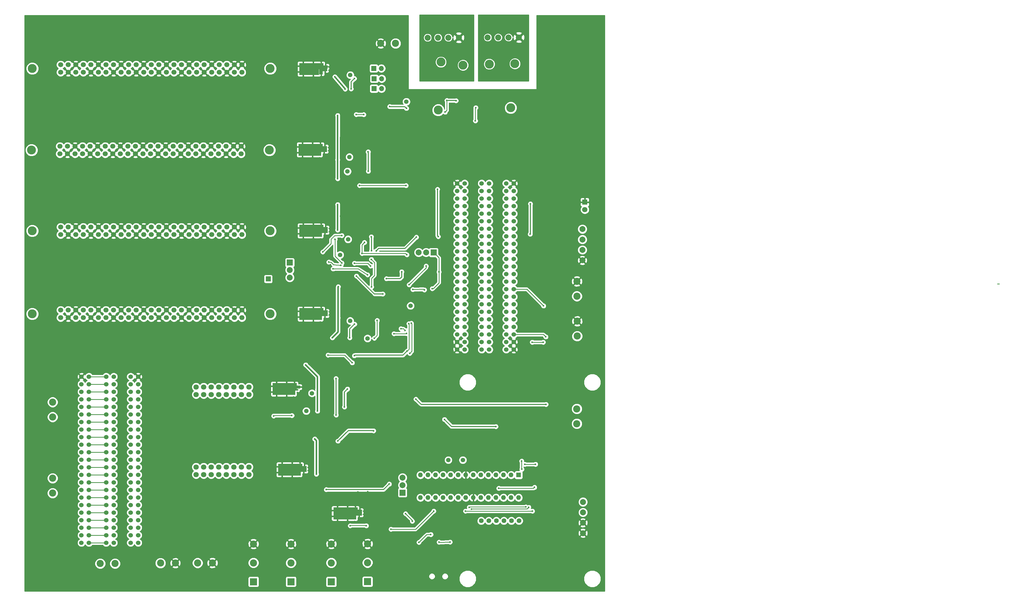
<source format=gbr>
G04 #@! TF.FileFunction,Copper,L2,Bot,Signal*
%FSLAX46Y46*%
G04 Gerber Fmt 4.6, Leading zero omitted, Abs format (unit mm)*
G04 Created by KiCad (PCBNEW 4.0.4-stable) date 08/02/17 18:58:23*
%MOMM*%
%LPD*%
G01*
G04 APERTURE LIST*
%ADD10C,0.100000*%
%ADD11R,2.400000X2.400000*%
%ADD12C,2.400000*%
%ADD13R,2.800000X2.000000*%
%ADD14R,4.000000X2.000000*%
%ADD15R,1.500000X2.000000*%
%ADD16R,2.000000X1.000000*%
%ADD17R,1.500000X1.000000*%
%ADD18C,1.800000*%
%ADD19R,1.600000X1.600000*%
%ADD20O,1.600000X1.600000*%
%ADD21C,3.000000*%
%ADD22C,1.524000*%
%ADD23R,1.800000X1.800000*%
%ADD24C,1.500000*%
%ADD25R,1.300000X2.000000*%
%ADD26R,1.000000X0.500000*%
%ADD27C,1.600000*%
%ADD28C,11.000000*%
%ADD29C,0.700000*%
%ADD30R,2.000000X2.000000*%
%ADD31C,2.000000*%
%ADD32R,1.700000X1.700000*%
%ADD33O,1.700000X1.700000*%
%ADD34C,1.700000*%
%ADD35C,0.600000*%
%ADD36C,0.350000*%
%ADD37C,0.250000*%
%ADD38C,0.500000*%
%ADD39C,0.254000*%
%ADD40C,0.400000*%
G04 APERTURE END LIST*
D10*
D11*
X121513600Y-206451200D03*
D12*
X121513600Y-200101200D03*
X121513600Y-193751200D03*
D11*
X133705600Y-206400400D03*
D12*
X133705600Y-200050400D03*
X133705600Y-193700400D03*
D13*
X112077500Y-117348000D03*
X112077500Y-115379500D03*
D14*
X115443000Y-117348000D03*
X115443000Y-115379500D03*
D15*
X117602000Y-117348000D03*
X118110000Y-115379500D03*
D16*
X119316500Y-116586000D03*
D17*
X119570500Y-115633500D03*
D18*
X93827600Y-143459200D03*
X93827600Y-140919200D03*
X91287600Y-143459200D03*
X91287600Y-140919200D03*
X88747600Y-143459200D03*
X88747600Y-140919200D03*
X86207600Y-143459200D03*
X86207600Y-140919200D03*
X83667600Y-143459200D03*
X83667600Y-140919200D03*
X81127600Y-143459200D03*
X81127600Y-140919200D03*
X78587600Y-143459200D03*
X78587600Y-140919200D03*
X76047600Y-143459200D03*
X76047600Y-140919200D03*
D19*
X184505600Y-170535600D03*
D20*
X151485600Y-178155600D03*
X181965600Y-170535600D03*
X154025600Y-178155600D03*
X179425600Y-170535600D03*
X156565600Y-178155600D03*
X176885600Y-170535600D03*
X159105600Y-178155600D03*
X174345600Y-170535600D03*
X161645600Y-178155600D03*
X171805600Y-170535600D03*
X164185600Y-178155600D03*
X169265600Y-170535600D03*
X166725600Y-178155600D03*
X166725600Y-170535600D03*
X169265600Y-178155600D03*
X164185600Y-170535600D03*
X171805600Y-178155600D03*
X161645600Y-170535600D03*
X174345600Y-178155600D03*
X159105600Y-170535600D03*
X176885600Y-178155600D03*
X156565600Y-170535600D03*
X179425600Y-178155600D03*
X154025600Y-170535600D03*
X181965600Y-178155600D03*
X151485600Y-170535600D03*
X184505600Y-178155600D03*
D11*
X107950000Y-206451200D03*
D12*
X107950000Y-200101200D03*
X107950000Y-193751200D03*
D11*
X95351600Y-206451200D03*
D12*
X95351600Y-200101200D03*
X95351600Y-193751200D03*
D21*
X158400000Y-31600000D03*
X165811200Y-32659320D03*
X174670720Y-32288480D03*
X183266080Y-32161480D03*
D22*
X172085000Y-72440800D03*
X174625000Y-72440800D03*
X172085000Y-74980800D03*
X174625000Y-74980800D03*
X172085000Y-77520800D03*
X174625000Y-77520800D03*
X172085000Y-80060800D03*
X174625000Y-80060800D03*
X172085000Y-82600800D03*
X174625000Y-82600800D03*
X172085000Y-85140800D03*
X174625000Y-85140800D03*
X172085000Y-87680800D03*
X174625000Y-87680800D03*
X172085000Y-90220800D03*
X174625000Y-90220800D03*
X172085000Y-92760800D03*
X174625000Y-92760800D03*
X172085000Y-95300800D03*
X174625000Y-95300800D03*
X172085000Y-97840800D03*
X174625000Y-97840800D03*
X172085000Y-100380800D03*
X174625000Y-100380800D03*
X172085000Y-102920800D03*
X174625000Y-102920800D03*
X172085000Y-105460800D03*
X174625000Y-105460800D03*
X172085000Y-108000800D03*
X174625000Y-108000800D03*
X172085000Y-110540800D03*
X174625000Y-110540800D03*
X172085000Y-113080800D03*
X174625000Y-113080800D03*
X172085000Y-115620800D03*
X174625000Y-115620800D03*
X172085000Y-118160800D03*
X174625000Y-118160800D03*
X172085000Y-120700800D03*
X174625000Y-120700800D03*
X172085000Y-123240800D03*
X174625000Y-123240800D03*
X172085000Y-125780800D03*
X174625000Y-125780800D03*
X172085000Y-128320800D03*
X174625000Y-128320800D03*
X163830000Y-72440800D03*
X166370000Y-72440800D03*
X163830000Y-74980800D03*
X166370000Y-74980800D03*
X163830000Y-77520800D03*
X166370000Y-77520800D03*
X163830000Y-80060800D03*
X166370000Y-80060800D03*
X163830000Y-82600800D03*
X166370000Y-82600800D03*
X163830000Y-85140800D03*
X166370000Y-85140800D03*
X163830000Y-87680800D03*
X166370000Y-87680800D03*
X163830000Y-90220800D03*
X166370000Y-90220800D03*
X163830000Y-92760800D03*
X166370000Y-92760800D03*
X163830000Y-95300800D03*
X166370000Y-95300800D03*
X163830000Y-97840800D03*
X166370000Y-97840800D03*
X163830000Y-100380800D03*
X166370000Y-100380800D03*
X163830000Y-102920800D03*
X166370000Y-102920800D03*
X163830000Y-105460800D03*
X166370000Y-105460800D03*
X163830000Y-108000800D03*
X166370000Y-108000800D03*
X163830000Y-110540800D03*
X166370000Y-110540800D03*
X163830000Y-113080800D03*
X166370000Y-113080800D03*
X163830000Y-115620800D03*
X166370000Y-115620800D03*
X163830000Y-118160800D03*
X166370000Y-118160800D03*
X163830000Y-120700800D03*
X166370000Y-120700800D03*
X163830000Y-123240800D03*
X166370000Y-123240800D03*
X163830000Y-125780800D03*
X166370000Y-125780800D03*
X163830000Y-128320800D03*
X166370000Y-128320800D03*
X180340000Y-72440800D03*
X182880000Y-72440800D03*
X180340000Y-74980800D03*
X182880000Y-74980800D03*
X180340000Y-77520800D03*
X182880000Y-77520800D03*
X180340000Y-80060800D03*
X182880000Y-80060800D03*
X180340000Y-82600800D03*
X182880000Y-82600800D03*
X180340000Y-85140800D03*
X182880000Y-85140800D03*
X180340000Y-87680800D03*
X182880000Y-87680800D03*
X180340000Y-90220800D03*
X182880000Y-90220800D03*
X180340000Y-92760800D03*
X182880000Y-92760800D03*
X180340000Y-95300800D03*
X182880000Y-95300800D03*
X180340000Y-97840800D03*
X182880000Y-97840800D03*
X180340000Y-100380800D03*
X182880000Y-100380800D03*
X180340000Y-102920800D03*
X182880000Y-102920800D03*
X180340000Y-105460800D03*
X182880000Y-105460800D03*
X180340000Y-108000800D03*
X182880000Y-108000800D03*
X180340000Y-110540800D03*
X182880000Y-110540800D03*
X180340000Y-113080800D03*
X182880000Y-113080800D03*
X180340000Y-115620800D03*
X182880000Y-115620800D03*
X180340000Y-118160800D03*
X182880000Y-118160800D03*
X180340000Y-120700800D03*
X182880000Y-120700800D03*
X180340000Y-123240800D03*
X182880000Y-123240800D03*
X180340000Y-125780800D03*
X182880000Y-125780800D03*
X180340000Y-128320800D03*
X182880000Y-128320800D03*
D18*
X93827600Y-170383200D03*
X93827600Y-167843200D03*
X91287600Y-170383200D03*
X91287600Y-167843200D03*
X88747600Y-170383200D03*
X88747600Y-167843200D03*
X86207600Y-170383200D03*
X86207600Y-167843200D03*
X83667600Y-170383200D03*
X83667600Y-167843200D03*
X81127600Y-170383200D03*
X81127600Y-167843200D03*
X78587600Y-170383200D03*
X78587600Y-167843200D03*
X76047600Y-170383200D03*
X76047600Y-167843200D03*
D21*
X157480000Y-47752000D03*
X181864000Y-46990000D03*
D18*
X206781400Y-81254600D03*
D23*
X206781400Y-78754600D03*
D22*
X37465000Y-137464800D03*
X40005000Y-137464800D03*
X37465000Y-140004800D03*
X40005000Y-140004800D03*
X37465000Y-142544800D03*
X40005000Y-142544800D03*
X37465000Y-145084800D03*
X40005000Y-145084800D03*
X37465000Y-147624800D03*
X40005000Y-147624800D03*
X37465000Y-150164800D03*
X40005000Y-150164800D03*
X37465000Y-152704800D03*
X40005000Y-152704800D03*
X37465000Y-155244800D03*
X40005000Y-155244800D03*
X37465000Y-157784800D03*
X40005000Y-157784800D03*
X37465000Y-160324800D03*
X40005000Y-160324800D03*
X37465000Y-162864800D03*
X40005000Y-162864800D03*
X37465000Y-165404800D03*
X40005000Y-165404800D03*
X37465000Y-167944800D03*
X40005000Y-167944800D03*
X37465000Y-170484800D03*
X40005000Y-170484800D03*
X37465000Y-173024800D03*
X40005000Y-173024800D03*
X37465000Y-175564800D03*
X40005000Y-175564800D03*
X37465000Y-178104800D03*
X40005000Y-178104800D03*
X37465000Y-180644800D03*
X40005000Y-180644800D03*
X37465000Y-183184800D03*
X40005000Y-183184800D03*
X37465000Y-185724800D03*
X40005000Y-185724800D03*
X37465000Y-188264800D03*
X40005000Y-188264800D03*
X37465000Y-190804800D03*
X40005000Y-190804800D03*
X37465000Y-193344800D03*
X40005000Y-193344800D03*
X45778000Y-137449200D03*
X48318000Y-137449200D03*
X45778000Y-139989200D03*
X48318000Y-139989200D03*
X45778000Y-142529200D03*
X48318000Y-142529200D03*
X45778000Y-145069200D03*
X48318000Y-145069200D03*
X45778000Y-147609200D03*
X48318000Y-147609200D03*
X45778000Y-150149200D03*
X48318000Y-150149200D03*
X45778000Y-152689200D03*
X48318000Y-152689200D03*
X45778000Y-155229200D03*
X48318000Y-155229200D03*
X45778000Y-157769200D03*
X48318000Y-157769200D03*
X45778000Y-160309200D03*
X48318000Y-160309200D03*
X45778000Y-162849200D03*
X48318000Y-162849200D03*
X45778000Y-165389200D03*
X48318000Y-165389200D03*
X45778000Y-167929200D03*
X48318000Y-167929200D03*
X45778000Y-170469200D03*
X48318000Y-170469200D03*
X45778000Y-173009200D03*
X48318000Y-173009200D03*
X45778000Y-175549200D03*
X48318000Y-175549200D03*
X45778000Y-178089200D03*
X48318000Y-178089200D03*
X45778000Y-180629200D03*
X48318000Y-180629200D03*
X45778000Y-183169200D03*
X48318000Y-183169200D03*
X45778000Y-185709200D03*
X48318000Y-185709200D03*
X45778000Y-188249200D03*
X48318000Y-188249200D03*
X45778000Y-190789200D03*
X48318000Y-190789200D03*
X45778000Y-193329200D03*
X48318000Y-193329200D03*
X54025800Y-137439400D03*
X56565800Y-137439400D03*
X54025800Y-139979400D03*
X56565800Y-139979400D03*
X54025800Y-142519400D03*
X56565800Y-142519400D03*
X54025800Y-145059400D03*
X56565800Y-145059400D03*
X54025800Y-147599400D03*
X56565800Y-147599400D03*
X54025800Y-150139400D03*
X56565800Y-150139400D03*
X54025800Y-152679400D03*
X56565800Y-152679400D03*
X54025800Y-155219400D03*
X56565800Y-155219400D03*
X54025800Y-157759400D03*
X56565800Y-157759400D03*
X54025800Y-160299400D03*
X56565800Y-160299400D03*
X54025800Y-162839400D03*
X56565800Y-162839400D03*
X54025800Y-165379400D03*
X56565800Y-165379400D03*
X54025800Y-167919400D03*
X56565800Y-167919400D03*
X54025800Y-170459400D03*
X56565800Y-170459400D03*
X54025800Y-172999400D03*
X56565800Y-172999400D03*
X54025800Y-175539400D03*
X56565800Y-175539400D03*
X54025800Y-178079400D03*
X56565800Y-178079400D03*
X54025800Y-180619400D03*
X56565800Y-180619400D03*
X54025800Y-183159400D03*
X56565800Y-183159400D03*
X54025800Y-185699400D03*
X56565800Y-185699400D03*
X54025800Y-188239400D03*
X56565800Y-188239400D03*
X54025800Y-190779400D03*
X56565800Y-190779400D03*
X54025800Y-193319400D03*
X56565800Y-193319400D03*
D24*
X127609600Y-63550800D03*
X127152400Y-91236800D03*
X127863600Y-118668800D03*
X115011200Y-143027400D03*
X146761200Y-44932600D03*
X126949200Y-68402200D03*
X124460000Y-96469200D03*
X133705600Y-124587000D03*
X113106200Y-148996400D03*
X148158200Y-113588800D03*
D13*
X112077500Y-34925000D03*
X112077500Y-32956500D03*
D14*
X115443000Y-34925000D03*
X115443000Y-32956500D03*
D25*
X118059200Y-34772600D03*
D15*
X118110000Y-32956500D03*
D17*
X119392700Y-34188400D03*
X119570500Y-33210500D03*
D24*
X127889000Y-35966400D03*
D13*
X112077500Y-89357200D03*
X112077500Y-87388700D03*
D14*
X115443000Y-89357200D03*
X115443000Y-87388700D03*
D15*
X117602000Y-89357200D03*
X118110000Y-87388700D03*
D16*
X119316500Y-88595200D03*
D17*
X119570500Y-87642700D03*
D13*
X111823500Y-62103000D03*
X111823500Y-60134500D03*
D14*
X115189000Y-62103000D03*
X115189000Y-60134500D03*
D15*
X117348000Y-62103000D03*
X117856000Y-60134500D03*
D16*
X119062500Y-61341000D03*
D17*
X119316500Y-60388500D03*
D13*
X103096060Y-142580360D03*
X103096060Y-140611860D03*
D14*
X106461560Y-142580360D03*
X106461560Y-140611860D03*
D15*
X108620560Y-142580360D03*
X109128560Y-140611860D03*
D26*
X109867700Y-141859000D03*
D17*
X110363000Y-140944600D03*
D13*
X104965500Y-169732960D03*
X104965500Y-167764460D03*
D14*
X108331000Y-169732960D03*
X108331000Y-167764460D03*
D15*
X110490000Y-169732960D03*
X110998000Y-167764460D03*
D16*
X112204500Y-168970960D03*
D17*
X112458500Y-168018460D03*
D24*
X165760400Y-165506400D03*
X160880400Y-165506400D03*
D27*
X171958000Y-185928000D03*
X174498000Y-185928000D03*
X177038000Y-185928000D03*
X179578000Y-185928000D03*
X182118000Y-185928000D03*
X184658000Y-185928000D03*
D13*
X123583700Y-184444640D03*
X123583700Y-182476140D03*
D14*
X126949200Y-184444640D03*
X126949200Y-182476140D03*
D15*
X129108200Y-184444640D03*
X129616200Y-182476140D03*
D16*
X130822700Y-183682640D03*
D17*
X131076700Y-182730140D03*
D28*
X24993600Y-22453600D03*
D29*
X29118600Y-22453600D03*
X27920415Y-25380415D03*
X24993600Y-26578600D03*
X22066785Y-25380415D03*
X20868600Y-22453600D03*
X22066785Y-19526785D03*
X24993600Y-18328600D03*
X27920415Y-19526785D03*
D28*
X207416400Y-21793200D03*
D29*
X211541400Y-21793200D03*
X210343215Y-24720015D03*
X207416400Y-25918200D03*
X204489585Y-24720015D03*
X203291400Y-21793200D03*
X204489585Y-18866385D03*
X207416400Y-17668200D03*
X210343215Y-18866385D03*
D28*
X26162000Y-202082400D03*
D29*
X30287000Y-202082400D03*
X29088815Y-205009215D03*
X26162000Y-206207400D03*
X23235185Y-205009215D03*
X22037000Y-202082400D03*
X23235185Y-199155585D03*
X26162000Y-197957400D03*
X29088815Y-199155585D03*
D28*
X197535800Y-203403200D03*
D29*
X201660800Y-203403200D03*
X200462615Y-206330015D03*
X197535800Y-207528200D03*
X194608985Y-206330015D03*
X193410800Y-203403200D03*
X194608985Y-200476385D03*
X197535800Y-199278200D03*
X200462615Y-200476385D03*
D30*
X107543600Y-99060000D03*
D31*
X107543600Y-101600000D03*
X107543600Y-104100000D03*
D32*
X100304600Y-104571800D03*
D30*
X145465800Y-176479200D03*
D31*
X145465800Y-173939200D03*
X145465800Y-171439200D03*
X184621000Y-23316200D03*
X181121000Y-23316200D03*
X177621000Y-23316200D03*
X174121000Y-23316200D03*
X164402600Y-23392400D03*
X160902600Y-23392400D03*
X157402600Y-23392400D03*
X153902600Y-23392400D03*
X206172800Y-190107400D03*
X206172800Y-186607400D03*
X206172800Y-183107400D03*
X206172800Y-179607400D03*
X205969600Y-98311800D03*
X205969600Y-94811800D03*
X205969600Y-91311800D03*
X205969600Y-87811800D03*
D12*
X76544800Y-200126600D03*
X81544800Y-200126600D03*
X143139800Y-25323800D03*
X138139800Y-25323800D03*
X204216000Y-123785000D03*
X204216000Y-118785000D03*
X64073400Y-200152000D03*
X69073400Y-200152000D03*
D32*
X135813800Y-33731200D03*
D33*
X138353800Y-33731200D03*
D32*
X135940800Y-37211000D03*
D33*
X138480800Y-37211000D03*
D32*
X135864600Y-40538400D03*
D33*
X138404600Y-40538400D03*
D30*
X155930600Y-95656400D03*
D31*
X153390600Y-95656400D03*
X150890600Y-95656400D03*
D12*
X204139800Y-110373800D03*
X204139800Y-105373800D03*
X43778800Y-200329800D03*
X48778800Y-200329800D03*
D21*
X100965000Y-116332000D03*
X20955000Y-116332000D03*
D34*
X30480000Y-117602000D03*
X30480000Y-115062000D03*
X33020000Y-117602000D03*
X33020000Y-115062000D03*
X35560000Y-117602000D03*
X35560000Y-115062000D03*
X38100000Y-117602000D03*
X38100000Y-115062000D03*
X40640000Y-117602000D03*
X40640000Y-115062000D03*
X43180000Y-117602000D03*
X43180000Y-115062000D03*
X45720000Y-117602000D03*
X45720000Y-115062000D03*
X48260000Y-117602000D03*
X48260000Y-115062000D03*
X50800000Y-117602000D03*
X50800000Y-115062000D03*
X53340000Y-117602000D03*
X53340000Y-115062000D03*
X55880000Y-117602000D03*
X55880000Y-115062000D03*
X58420000Y-117602000D03*
X58420000Y-115062000D03*
X60960000Y-117602000D03*
X60960000Y-115062000D03*
X63500000Y-117602000D03*
X63500000Y-115062000D03*
X66040000Y-117602000D03*
X66040000Y-115062000D03*
X68580000Y-117602000D03*
X68580000Y-115062000D03*
X71120000Y-117602000D03*
X71120000Y-115062000D03*
X73660000Y-117602000D03*
X73660000Y-115062000D03*
X76200000Y-117602000D03*
X76200000Y-115062000D03*
X78740000Y-117602000D03*
X78740000Y-115062000D03*
X81280000Y-117602000D03*
X81280000Y-115062000D03*
X83820000Y-117602000D03*
X83820000Y-115062000D03*
X86360000Y-117602000D03*
X86360000Y-115062000D03*
X88900000Y-117602000D03*
X88900000Y-115062000D03*
X91440000Y-117602000D03*
X91440000Y-115062000D03*
D21*
X100965000Y-88392000D03*
X20955000Y-88392000D03*
D34*
X30480000Y-89662000D03*
X30480000Y-87122000D03*
X33020000Y-89662000D03*
X33020000Y-87122000D03*
X35560000Y-89662000D03*
X35560000Y-87122000D03*
X38100000Y-89662000D03*
X38100000Y-87122000D03*
X40640000Y-89662000D03*
X40640000Y-87122000D03*
X43180000Y-89662000D03*
X43180000Y-87122000D03*
X45720000Y-89662000D03*
X45720000Y-87122000D03*
X48260000Y-89662000D03*
X48260000Y-87122000D03*
X50800000Y-89662000D03*
X50800000Y-87122000D03*
X53340000Y-89662000D03*
X53340000Y-87122000D03*
X55880000Y-89662000D03*
X55880000Y-87122000D03*
X58420000Y-89662000D03*
X58420000Y-87122000D03*
X60960000Y-89662000D03*
X60960000Y-87122000D03*
X63500000Y-89662000D03*
X63500000Y-87122000D03*
X66040000Y-89662000D03*
X66040000Y-87122000D03*
X68580000Y-89662000D03*
X68580000Y-87122000D03*
X71120000Y-89662000D03*
X71120000Y-87122000D03*
X73660000Y-89662000D03*
X73660000Y-87122000D03*
X76200000Y-89662000D03*
X76200000Y-87122000D03*
X78740000Y-89662000D03*
X78740000Y-87122000D03*
X81280000Y-89662000D03*
X81280000Y-87122000D03*
X83820000Y-89662000D03*
X83820000Y-87122000D03*
X86360000Y-89662000D03*
X86360000Y-87122000D03*
X88900000Y-89662000D03*
X88900000Y-87122000D03*
X91440000Y-89662000D03*
X91440000Y-87122000D03*
D21*
X100711000Y-61214000D03*
X20701000Y-61214000D03*
D34*
X30226000Y-62484000D03*
X30226000Y-59944000D03*
X32766000Y-62484000D03*
X32766000Y-59944000D03*
X35306000Y-62484000D03*
X35306000Y-59944000D03*
X37846000Y-62484000D03*
X37846000Y-59944000D03*
X40386000Y-62484000D03*
X40386000Y-59944000D03*
X42926000Y-62484000D03*
X42926000Y-59944000D03*
X45466000Y-62484000D03*
X45466000Y-59944000D03*
X48006000Y-62484000D03*
X48006000Y-59944000D03*
X50546000Y-62484000D03*
X50546000Y-59944000D03*
X53086000Y-62484000D03*
X53086000Y-59944000D03*
X55626000Y-62484000D03*
X55626000Y-59944000D03*
X58166000Y-62484000D03*
X58166000Y-59944000D03*
X60706000Y-62484000D03*
X60706000Y-59944000D03*
X63246000Y-62484000D03*
X63246000Y-59944000D03*
X65786000Y-62484000D03*
X65786000Y-59944000D03*
X68326000Y-62484000D03*
X68326000Y-59944000D03*
X70866000Y-62484000D03*
X70866000Y-59944000D03*
X73406000Y-62484000D03*
X73406000Y-59944000D03*
X75946000Y-62484000D03*
X75946000Y-59944000D03*
X78486000Y-62484000D03*
X78486000Y-59944000D03*
X81026000Y-62484000D03*
X81026000Y-59944000D03*
X83566000Y-62484000D03*
X83566000Y-59944000D03*
X86106000Y-62484000D03*
X86106000Y-59944000D03*
X88646000Y-62484000D03*
X88646000Y-59944000D03*
X91186000Y-62484000D03*
X91186000Y-59944000D03*
D21*
X100965000Y-33782000D03*
X20955000Y-33782000D03*
D34*
X30480000Y-35052000D03*
X30480000Y-32512000D03*
X33020000Y-35052000D03*
X33020000Y-32512000D03*
X35560000Y-35052000D03*
X35560000Y-32512000D03*
X38100000Y-35052000D03*
X38100000Y-32512000D03*
X40640000Y-35052000D03*
X40640000Y-32512000D03*
X43180000Y-35052000D03*
X43180000Y-32512000D03*
X45720000Y-35052000D03*
X45720000Y-32512000D03*
X48260000Y-35052000D03*
X48260000Y-32512000D03*
X50800000Y-35052000D03*
X50800000Y-32512000D03*
X53340000Y-35052000D03*
X53340000Y-32512000D03*
X55880000Y-35052000D03*
X55880000Y-32512000D03*
X58420000Y-35052000D03*
X58420000Y-32512000D03*
X60960000Y-35052000D03*
X60960000Y-32512000D03*
X63500000Y-35052000D03*
X63500000Y-32512000D03*
X66040000Y-35052000D03*
X66040000Y-32512000D03*
X68580000Y-35052000D03*
X68580000Y-32512000D03*
X71120000Y-35052000D03*
X71120000Y-32512000D03*
X73660000Y-35052000D03*
X73660000Y-32512000D03*
X76200000Y-35052000D03*
X76200000Y-32512000D03*
X78740000Y-35052000D03*
X78740000Y-32512000D03*
X81280000Y-35052000D03*
X81280000Y-32512000D03*
X83820000Y-35052000D03*
X83820000Y-32512000D03*
X86360000Y-35052000D03*
X86360000Y-32512000D03*
X88900000Y-35052000D03*
X88900000Y-32512000D03*
X91440000Y-35052000D03*
X91440000Y-32512000D03*
D12*
X27774900Y-146026500D03*
X27774900Y-151026500D03*
X27774900Y-171617000D03*
X27774900Y-176617000D03*
X204089000Y-153274400D03*
X204089000Y-148274400D03*
D35*
X129971800Y-103581200D03*
X138836400Y-109626400D03*
X148310600Y-135585200D03*
X118770400Y-151028400D03*
X129946400Y-43662600D03*
X156032200Y-42011600D03*
X172694600Y-41325800D03*
X33401000Y-23444200D03*
X125247400Y-111988600D03*
X197485000Y-118160800D03*
X163525200Y-181940200D03*
X34518600Y-98806000D03*
X133324600Y-109829600D03*
X121234200Y-99796600D03*
X120396000Y-104317800D03*
X172567600Y-165608000D03*
X153898600Y-166293800D03*
X115798600Y-84429600D03*
X150139400Y-117475000D03*
X151587200Y-123240800D03*
X122199400Y-114782600D03*
X127304800Y-179705000D03*
X108686600Y-164998400D03*
X140309600Y-181127400D03*
X106807000Y-137845800D03*
X114300000Y-137947400D03*
X113258600Y-21005800D03*
X200355200Y-98628200D03*
X141122400Y-100203000D03*
X196646800Y-194538600D03*
X198856600Y-193065400D03*
X189865000Y-185978800D03*
X175945800Y-207619600D03*
X175742600Y-203073000D03*
X159308800Y-200380600D03*
X138099800Y-207264000D03*
X141833600Y-192278000D03*
X140157200Y-201828400D03*
X155168600Y-126974600D03*
X154813000Y-128524000D03*
X152044400Y-126974600D03*
X158013400Y-133553200D03*
X153974800Y-135712200D03*
X154101800Y-137972800D03*
X150520400Y-106299000D03*
X33807400Y-43535600D03*
X34036000Y-70256400D03*
X29083000Y-52222400D03*
X29616400Y-78155800D03*
X34340800Y-127101600D03*
X28041600Y-111023400D03*
X114300000Y-140995400D03*
X114757200Y-96723200D03*
X124612400Y-83464400D03*
X131064000Y-56489600D03*
X122021600Y-54610000D03*
X123291600Y-28295600D03*
X110540800Y-134569200D03*
X112166400Y-156870400D03*
X114858800Y-161594800D03*
X117957600Y-81229200D03*
X117856000Y-26619200D03*
X120370600Y-45212000D03*
X117551200Y-53746400D03*
X155879800Y-102870000D03*
X154813000Y-100177600D03*
X158953200Y-123240800D03*
X157429200Y-117297200D03*
X164947600Y-41859200D03*
X134366000Y-182727600D03*
X141528800Y-175768000D03*
X138709400Y-171500800D03*
X133756400Y-176174400D03*
X130454400Y-176276000D03*
X120091200Y-156260800D03*
X123139200Y-160375600D03*
X121361200Y-164312600D03*
X120142000Y-139446000D03*
X121970800Y-135026400D03*
X118821200Y-130454400D03*
X131902200Y-113944400D03*
X129641600Y-105156000D03*
X133908800Y-81889600D03*
X130657600Y-77520800D03*
X132283200Y-86461600D03*
X132689600Y-54025800D03*
X129057400Y-50139600D03*
X129794000Y-25425400D03*
X131470400Y-29514800D03*
X129844800Y-35102800D03*
X173939200Y-193751200D03*
X165354000Y-189687200D03*
X163322000Y-185826400D03*
X162814000Y-189534800D03*
X160782000Y-189534800D03*
X128422400Y-191211200D03*
X119481600Y-23215600D03*
X164515800Y-198272400D03*
X193800000Y-165800000D03*
X180340400Y-157844400D03*
X104292400Y-128879600D03*
X124841000Y-170459400D03*
X113233200Y-103530400D03*
X113207800Y-75615800D03*
X112979200Y-48133000D03*
X182651400Y-42011600D03*
X110718600Y-161544000D03*
X106121200Y-155981400D03*
X115824000Y-112395000D03*
X119176800Y-107619800D03*
X187147200Y-157784800D03*
X191135000Y-183438800D03*
X177215800Y-202692000D03*
X101396800Y-132791200D03*
X102692200Y-159435800D03*
X110418880Y-148468080D03*
X115036600Y-167208200D03*
X110947200Y-176352200D03*
X110439200Y-131038600D03*
X119380000Y-123063000D03*
X109347000Y-107442000D03*
X121285000Y-174548800D03*
X131013200Y-172669200D03*
X119380000Y-40640000D03*
X119888000Y-77978000D03*
X109347000Y-79629000D03*
X122174000Y-86360000D03*
X119227600Y-68351400D03*
X121920000Y-58928000D03*
X110566200Y-52933600D03*
X109347000Y-25019000D03*
X122174000Y-31750000D03*
X157480000Y-90297000D03*
X157226000Y-74422000D03*
X188391800Y-89509600D03*
X188468000Y-79298800D03*
X187909200Y-181406800D03*
X168706800Y-182016400D03*
X167868600Y-181432200D03*
X186944000Y-181254400D03*
X190195200Y-166903400D03*
X186588400Y-166903400D03*
X125044200Y-89966800D03*
X118618000Y-95478600D03*
X120396000Y-130175000D03*
X128549400Y-132765800D03*
X129895600Y-49225200D03*
X132410200Y-49276000D03*
X124764800Y-99949000D03*
X120700800Y-98907600D03*
X152831800Y-108229400D03*
X148945600Y-108127800D03*
X177850800Y-175006000D03*
X189865000Y-174675800D03*
X146659600Y-73152000D03*
X131013200Y-73126600D03*
X132664200Y-92303600D03*
X131851400Y-95986600D03*
X146939000Y-96418400D03*
X135991600Y-124485400D03*
X145186400Y-102158800D03*
X136931400Y-118541800D03*
X140055600Y-104470200D03*
X108254800Y-150520400D03*
X102108000Y-150672800D03*
X147624800Y-119608600D03*
X147015200Y-128854200D03*
X129260600Y-130403600D03*
X125933200Y-147624800D03*
X126949200Y-141605000D03*
X119837200Y-175437800D03*
X140995400Y-173583600D03*
X147904200Y-129590800D03*
X148437600Y-119456200D03*
X127863600Y-187604400D03*
X133299200Y-187604400D03*
X141579600Y-188772800D03*
X155956000Y-182676800D03*
X157708600Y-102209600D03*
X116865400Y-141732000D03*
X155448000Y-107823000D03*
X193725800Y-146761200D03*
X149961600Y-145008600D03*
X112903000Y-133477000D03*
X121869200Y-124358400D03*
X116865400Y-149021800D03*
X115951000Y-158419800D03*
X116484400Y-170205400D03*
X122783600Y-91236800D03*
X125044200Y-99187000D03*
X123850400Y-107188000D03*
X123774200Y-117652800D03*
X123647200Y-49580800D03*
X126161800Y-40665400D03*
X122707400Y-36550600D03*
X123647200Y-70815200D03*
X123647200Y-79552800D03*
X123647200Y-88087200D03*
X123621800Y-64439800D03*
X154635200Y-33096200D03*
X172339000Y-37592000D03*
X192913000Y-113639600D03*
X146862800Y-122936000D03*
X142595600Y-122961400D03*
X144932400Y-121310400D03*
X146354800Y-121869200D03*
X161467800Y-193090800D03*
X157759400Y-193116200D03*
X141173200Y-46583600D03*
X146786600Y-47167800D03*
X176860200Y-154228800D03*
X159588200Y-151841200D03*
X129286000Y-99263200D03*
X134721600Y-100228400D03*
X122123200Y-101193600D03*
X133705600Y-103174800D03*
X154990800Y-190550800D03*
X150977600Y-193192400D03*
X148742400Y-186080400D03*
X146481800Y-183540400D03*
X147675600Y-106502200D03*
X153390600Y-100253800D03*
X123748800Y-159105600D03*
X135712200Y-155651200D03*
X135026400Y-107238800D03*
X135001000Y-97993200D03*
X129286000Y-37134800D03*
X128168400Y-40614600D03*
X123088400Y-138074400D03*
X123139200Y-150317200D03*
X127711200Y-124358400D03*
X129336800Y-119786400D03*
X134975600Y-90373200D03*
X135026400Y-95097600D03*
X133908800Y-61823600D03*
X133959600Y-68326000D03*
X136626600Y-95123000D03*
X150114000Y-90525600D03*
X163474400Y-44602400D03*
X159800000Y-48427000D03*
X160401000Y-44526200D03*
X170103800Y-46939200D03*
X169976800Y-51358800D03*
X166624000Y-182676800D03*
X189153800Y-182676800D03*
X185547000Y-165862000D03*
X185572400Y-168579800D03*
X189103000Y-125844300D03*
X192786000Y-125844300D03*
X193662300Y-124053600D03*
D36*
X138836400Y-109626400D02*
X136017000Y-109626400D01*
D37*
X136017000Y-109626400D02*
X129971800Y-103581200D01*
X345541600Y-106197400D02*
X346176600Y-106197400D01*
X197485000Y-118160800D02*
X197485000Y-118186200D01*
X120396000Y-104317800D02*
X120396000Y-104343200D01*
X140309600Y-181127400D02*
X140309600Y-181152800D01*
D36*
X198856600Y-193065400D02*
X198882000Y-193090800D01*
X175742600Y-203073000D02*
X175742600Y-203098400D01*
D37*
X141833600Y-192278000D02*
X141833600Y-192303400D01*
X34036000Y-70256400D02*
X34036000Y-70281800D01*
X29616400Y-78155800D02*
X29616400Y-78181200D01*
X34340800Y-127101600D02*
X34366200Y-127101600D01*
X165404800Y-189839600D02*
X165404800Y-189687200D01*
X165354000Y-189890400D02*
X165404800Y-189839600D01*
X165354000Y-189687200D02*
X165354000Y-189890400D01*
X119392700Y-34188400D02*
X119392700Y-34188400D01*
D36*
X157480000Y-90297000D02*
X157226000Y-90043000D01*
X157226000Y-90043000D02*
X157226000Y-74422000D01*
X188518800Y-89382600D02*
X188391800Y-89509600D01*
X188518800Y-79349600D02*
X188518800Y-89382600D01*
X188468000Y-79298800D02*
X188518800Y-79349600D01*
D37*
X187350400Y-181965600D02*
X187909200Y-181406800D01*
X168757600Y-181965600D02*
X187350400Y-181965600D01*
X168706800Y-182016400D02*
X168757600Y-181965600D01*
X167868600Y-181432200D02*
X168071800Y-181229000D01*
X168071800Y-181229000D02*
X186944000Y-181254400D01*
X186588400Y-166903400D02*
X190195200Y-166903400D01*
X122656600Y-89966800D02*
X125044200Y-89966800D01*
X121437400Y-91186000D02*
X122656600Y-89966800D01*
X121437400Y-92659200D02*
X121437400Y-91186000D01*
X118618000Y-95478600D02*
X121437400Y-92659200D01*
X125958600Y-130175000D02*
X120396000Y-130175000D01*
X128549400Y-132765800D02*
X125958600Y-130175000D01*
X132359400Y-49225200D02*
X129895600Y-49225200D01*
X132410200Y-49276000D02*
X132359400Y-49225200D01*
X120700800Y-98907600D02*
X120751600Y-98958400D01*
X120751600Y-98958400D02*
X121412000Y-98958400D01*
X121412000Y-98958400D02*
X122275600Y-99822000D01*
X122275600Y-99822000D02*
X124764800Y-99949000D01*
X148945600Y-108127800D02*
X152654000Y-108051600D01*
X152654000Y-108051600D02*
X152831800Y-108229400D01*
X148945600Y-108127800D02*
X148971000Y-108102400D01*
X189534800Y-175006000D02*
X177850800Y-175006000D01*
X189865000Y-174675800D02*
X189534800Y-175006000D01*
X146659600Y-73152000D02*
X146634200Y-73126600D01*
X146634200Y-73126600D02*
X131013200Y-73126600D01*
X131851400Y-93116400D02*
X131851400Y-95986600D01*
X132664200Y-92303600D02*
X131851400Y-93116400D01*
X146507200Y-95986600D02*
X131851400Y-95986600D01*
X146939000Y-96418400D02*
X146507200Y-95986600D01*
D36*
X144653000Y-104470200D02*
X145186400Y-103936800D01*
X145186400Y-103936800D02*
X145186400Y-102158800D01*
X144399000Y-104470200D02*
X140055600Y-104470200D01*
X144399000Y-104470200D02*
X144653000Y-104470200D01*
D37*
X136931400Y-123545600D02*
X136931400Y-118541800D01*
X136931400Y-123545600D02*
X135991600Y-124485400D01*
X102260400Y-150520400D02*
X108254800Y-150520400D01*
X102108000Y-150672800D02*
X102260400Y-150520400D01*
X147624800Y-119608600D02*
X147650200Y-119634000D01*
X147650200Y-119634000D02*
X147650200Y-128219200D01*
X147650200Y-128219200D02*
X147015200Y-128854200D01*
D36*
X147015200Y-128854200D02*
X145669000Y-130200400D01*
X145669000Y-130200400D02*
X129463800Y-130200400D01*
X129463800Y-130200400D02*
X129260600Y-130403600D01*
X125933200Y-142621000D02*
X125933200Y-147624800D01*
X126949200Y-141605000D02*
X125933200Y-142621000D01*
X139141200Y-175437800D02*
X119837200Y-175437800D01*
X140995400Y-173583600D02*
X139141200Y-175437800D01*
D37*
X148640800Y-128854200D02*
X147904200Y-129590800D01*
X148640800Y-119659400D02*
X148640800Y-128854200D01*
X148437600Y-119456200D02*
X148640800Y-119659400D01*
X131318000Y-187553600D02*
X133248400Y-187553600D01*
X127863600Y-187604400D02*
X127914400Y-187553600D01*
X127914400Y-187553600D02*
X131318000Y-187553600D01*
X133248400Y-187553600D02*
X133299200Y-187604400D01*
X149860000Y-188772800D02*
X141579600Y-188772800D01*
X155956000Y-182676800D02*
X149860000Y-188772800D01*
X155448000Y-107823000D02*
X155778200Y-107823000D01*
X157708600Y-97434400D02*
X155930600Y-95656400D01*
X157708600Y-105892600D02*
X157708600Y-102209600D01*
X157708600Y-102209600D02*
X157708600Y-97434400D01*
X155778200Y-107823000D02*
X157708600Y-105892600D01*
D36*
X151714200Y-146761200D02*
X193725800Y-146761200D01*
X149961600Y-145008600D02*
X151714200Y-146761200D01*
D38*
X112903000Y-133477000D02*
X116865400Y-137439400D01*
X116865400Y-137439400D02*
X116865400Y-141732000D01*
X123774200Y-117652800D02*
X123774200Y-122402600D01*
X123774200Y-122402600D02*
X121869200Y-124358400D01*
X116865400Y-141732000D02*
X116865400Y-149021800D01*
X115951000Y-158419800D02*
X116484400Y-158953200D01*
X116484400Y-158953200D02*
X116484400Y-170205400D01*
D37*
X122783600Y-96901000D02*
X122783600Y-91236800D01*
X125044200Y-99187000D02*
X122783600Y-96901000D01*
D38*
X123850400Y-107188000D02*
X123774200Y-107264200D01*
X123774200Y-107264200D02*
X123774200Y-117652800D01*
X123647200Y-49580800D02*
X123621800Y-64439800D01*
X126161800Y-40614600D02*
X126161800Y-40665400D01*
X122707400Y-36550600D02*
X126161800Y-40614600D01*
X123621800Y-64439800D02*
X123621800Y-70789800D01*
X123621800Y-70789800D02*
X123647200Y-70815200D01*
X123647200Y-79552800D02*
X123647200Y-88087200D01*
X123621800Y-88061800D02*
X123647200Y-88087200D01*
D37*
X45803400Y-140040000D02*
X40046000Y-140040000D01*
X40046000Y-140040000D02*
X40030400Y-140055600D01*
X40030400Y-142595600D02*
X45787800Y-142595600D01*
X45787800Y-142595600D02*
X45803400Y-142580000D01*
X45803400Y-145120000D02*
X40046000Y-145120000D01*
X40046000Y-145120000D02*
X40030400Y-145135600D01*
X40030400Y-155295600D02*
X45787800Y-155295600D01*
X45787800Y-155295600D02*
X45803400Y-155280000D01*
X40030400Y-165455600D02*
X45787800Y-165455600D01*
X45787800Y-165455600D02*
X45803400Y-165440000D01*
X45803400Y-167980000D02*
X40046000Y-167980000D01*
X40046000Y-167980000D02*
X40030400Y-167995600D01*
X40030400Y-170535600D02*
X45787800Y-170535600D01*
X45787800Y-170535600D02*
X45803400Y-170520000D01*
X45803400Y-178140000D02*
X40046000Y-178140000D01*
X40046000Y-178140000D02*
X40030400Y-178155600D01*
X40030400Y-180695600D02*
X45787800Y-180695600D01*
X45787800Y-180695600D02*
X45803400Y-180680000D01*
X45803400Y-183220000D02*
X40046000Y-183220000D01*
X40046000Y-183220000D02*
X40030400Y-183235600D01*
X40030400Y-185775600D02*
X45787800Y-185775600D01*
X45787800Y-185775600D02*
X45803400Y-185760000D01*
X45803400Y-188300000D02*
X40046000Y-188300000D01*
X40046000Y-188300000D02*
X40030400Y-188315600D01*
X40030400Y-190855600D02*
X45787800Y-190855600D01*
X45787800Y-190855600D02*
X45803400Y-190840000D01*
X45803400Y-193380000D02*
X40046000Y-193380000D01*
X40046000Y-193380000D02*
X40030400Y-193395600D01*
X40030400Y-137515600D02*
X45787800Y-137515600D01*
X45787800Y-137515600D02*
X45803400Y-137500000D01*
X40030400Y-147675600D02*
X45787800Y-147675600D01*
X45787800Y-147675600D02*
X45803400Y-147660000D01*
X45803400Y-150200000D02*
X40046000Y-150200000D01*
X40046000Y-150200000D02*
X40030400Y-150215600D01*
X45803400Y-152740000D02*
X40046000Y-152740000D01*
X40046000Y-152740000D02*
X40030400Y-152755600D01*
X45803400Y-157820000D02*
X40046000Y-157820000D01*
X40046000Y-157820000D02*
X40030400Y-157835600D01*
X40030400Y-160375600D02*
X45787800Y-160375600D01*
X45787800Y-160375600D02*
X45803400Y-160360000D01*
X45803400Y-162900000D02*
X40046000Y-162900000D01*
X40046000Y-162900000D02*
X40030400Y-162915600D01*
X45803400Y-173060000D02*
X40046000Y-173060000D01*
X40046000Y-173060000D02*
X40030400Y-173075600D01*
X40030400Y-175615600D02*
X45787800Y-175615600D01*
X45787800Y-175615600D02*
X45803400Y-175600000D01*
X187274200Y-108000800D02*
X182880000Y-108000800D01*
X192913000Y-113639600D02*
X187274200Y-108000800D01*
X146862800Y-122936000D02*
X146837400Y-122961400D01*
X146837400Y-122961400D02*
X142595600Y-122961400D01*
X145796000Y-121310400D02*
X144932400Y-121310400D01*
X146354800Y-121869200D02*
X145796000Y-121310400D01*
X157810200Y-193167000D02*
X161467800Y-193090800D01*
X157759400Y-193116200D02*
X157810200Y-193167000D01*
D36*
X141224000Y-46634400D02*
X141173200Y-46583600D01*
X146253200Y-46634400D02*
X146786600Y-47167800D01*
X146253200Y-46634400D02*
X141224000Y-46634400D01*
X161975800Y-154228800D02*
X176860200Y-154228800D01*
X159588200Y-151841200D02*
X161975800Y-154228800D01*
D37*
X133756400Y-99263200D02*
X129286000Y-99263200D01*
X134721600Y-100228400D02*
X133756400Y-99263200D01*
X130556000Y-101193600D02*
X122123200Y-101193600D01*
X133705600Y-103174800D02*
X130556000Y-101193600D01*
X153619200Y-190550800D02*
X154990800Y-190550800D01*
X150977600Y-193192400D02*
X153619200Y-190550800D01*
X148742400Y-185801000D02*
X148742400Y-186080400D01*
X146481800Y-183540400D02*
X148742400Y-185801000D01*
X153390600Y-100787200D02*
X153390600Y-100253800D01*
X147675600Y-106502200D02*
X153390600Y-100787200D01*
D36*
X135661400Y-155600400D02*
X135712200Y-155651200D01*
X127254000Y-155600400D02*
X135661400Y-155600400D01*
X127254000Y-155600400D02*
X123748800Y-159105600D01*
D37*
X135026400Y-104394000D02*
X136042400Y-103378000D01*
X135026400Y-104394000D02*
X135026400Y-107238800D01*
X136042400Y-99034600D02*
X136042400Y-103378000D01*
X135001000Y-97993200D02*
X136042400Y-99034600D01*
D36*
X129286000Y-37134800D02*
X128168400Y-38252400D01*
X128168400Y-38252400D02*
X128168400Y-40614600D01*
X123088400Y-138074400D02*
X123139200Y-138125200D01*
X123139200Y-138125200D02*
X123139200Y-150317200D01*
X127711200Y-121412000D02*
X127711200Y-124358400D01*
X129336800Y-119786400D02*
X127711200Y-121412000D01*
X134975600Y-90373200D02*
X135026400Y-90424000D01*
X135026400Y-90424000D02*
X135026400Y-95097600D01*
X133908800Y-61823600D02*
X133959600Y-61874400D01*
X133959600Y-61874400D02*
X133959600Y-68326000D01*
X136626600Y-95123000D02*
X137414000Y-94335600D01*
X137414000Y-94335600D02*
X146304000Y-94335600D01*
X146304000Y-94335600D02*
X150114000Y-90525600D01*
X163474400Y-44602400D02*
X163398200Y-44526200D01*
X160401000Y-44526200D02*
X163398200Y-44526200D01*
D37*
X159800000Y-48427000D02*
X160401000Y-47826000D01*
X160401000Y-47826000D02*
X160401000Y-44526200D01*
X170103800Y-46939200D02*
X169976800Y-47066200D01*
X169976800Y-47066200D02*
X169976800Y-51358800D01*
X189153800Y-182676800D02*
X166624000Y-182676800D01*
X185547000Y-168554400D02*
X185547000Y-165862000D01*
X185572400Y-168579800D02*
X185547000Y-168554400D01*
X192786000Y-125844300D02*
X189103000Y-125844300D01*
X192849500Y-123240800D02*
X182880000Y-123240800D01*
X193662300Y-124053600D02*
X192849500Y-123240800D01*
D39*
G36*
X147396200Y-40640000D02*
X147406206Y-40689410D01*
X147434647Y-40731035D01*
X147477041Y-40758315D01*
X147523200Y-40767000D01*
X190500000Y-40767000D01*
X190546159Y-40758315D01*
X190588553Y-40731035D01*
X190616994Y-40689410D01*
X190627000Y-40640000D01*
X190627000Y-26113269D01*
X206431230Y-26113269D01*
X206580871Y-26475429D01*
X206857714Y-26752755D01*
X207219612Y-26903028D01*
X207611469Y-26903370D01*
X207973629Y-26753729D01*
X208250955Y-26476886D01*
X208401228Y-26114988D01*
X208401570Y-25723131D01*
X208251929Y-25360971D01*
X207975086Y-25083645D01*
X207613188Y-24933372D01*
X207221331Y-24933030D01*
X206859171Y-25082671D01*
X206581845Y-25359514D01*
X206431572Y-25721412D01*
X206431230Y-26113269D01*
X190627000Y-26113269D01*
X190627000Y-24915084D01*
X203504415Y-24915084D01*
X203654056Y-25277244D01*
X203930899Y-25554570D01*
X204292797Y-25704843D01*
X204684654Y-25705185D01*
X205046814Y-25555544D01*
X205324140Y-25278701D01*
X205474413Y-24916803D01*
X205474414Y-24915084D01*
X209358045Y-24915084D01*
X209507686Y-25277244D01*
X209784529Y-25554570D01*
X210146427Y-25704843D01*
X210538284Y-25705185D01*
X210900444Y-25555544D01*
X211177770Y-25278701D01*
X211328043Y-24916803D01*
X211328385Y-24524946D01*
X211178744Y-24162786D01*
X210901901Y-23885460D01*
X210540003Y-23735187D01*
X210148146Y-23734845D01*
X209785986Y-23884486D01*
X209508660Y-24161329D01*
X209358387Y-24523227D01*
X209358045Y-24915084D01*
X205474414Y-24915084D01*
X205474755Y-24524946D01*
X205325114Y-24162786D01*
X205048271Y-23885460D01*
X204686373Y-23735187D01*
X204294516Y-23734845D01*
X203932356Y-23884486D01*
X203655030Y-24161329D01*
X203504757Y-24523227D01*
X203504415Y-24915084D01*
X190627000Y-24915084D01*
X190627000Y-21988269D01*
X202306230Y-21988269D01*
X202455871Y-22350429D01*
X202732714Y-22627755D01*
X203094612Y-22778028D01*
X203486469Y-22778370D01*
X203848629Y-22628729D01*
X204125955Y-22351886D01*
X204276228Y-21989988D01*
X204276229Y-21988269D01*
X210556230Y-21988269D01*
X210705871Y-22350429D01*
X210982714Y-22627755D01*
X211344612Y-22778028D01*
X211736469Y-22778370D01*
X212098629Y-22628729D01*
X212375955Y-22351886D01*
X212526228Y-21989988D01*
X212526570Y-21598131D01*
X212376929Y-21235971D01*
X212100086Y-20958645D01*
X211738188Y-20808372D01*
X211346331Y-20808030D01*
X210984171Y-20957671D01*
X210706845Y-21234514D01*
X210556572Y-21596412D01*
X210556230Y-21988269D01*
X204276229Y-21988269D01*
X204276570Y-21598131D01*
X204126929Y-21235971D01*
X203850086Y-20958645D01*
X203488188Y-20808372D01*
X203096331Y-20808030D01*
X202734171Y-20957671D01*
X202456845Y-21234514D01*
X202306572Y-21596412D01*
X202306230Y-21988269D01*
X190627000Y-21988269D01*
X190627000Y-19061454D01*
X203504415Y-19061454D01*
X203654056Y-19423614D01*
X203930899Y-19700940D01*
X204292797Y-19851213D01*
X204684654Y-19851555D01*
X205046814Y-19701914D01*
X205324140Y-19425071D01*
X205474413Y-19063173D01*
X205474414Y-19061454D01*
X209358045Y-19061454D01*
X209507686Y-19423614D01*
X209784529Y-19700940D01*
X210146427Y-19851213D01*
X210538284Y-19851555D01*
X210900444Y-19701914D01*
X211177770Y-19425071D01*
X211328043Y-19063173D01*
X211328385Y-18671316D01*
X211178744Y-18309156D01*
X210901901Y-18031830D01*
X210540003Y-17881557D01*
X210148146Y-17881215D01*
X209785986Y-18030856D01*
X209508660Y-18307699D01*
X209358387Y-18669597D01*
X209358045Y-19061454D01*
X205474414Y-19061454D01*
X205474755Y-18671316D01*
X205325114Y-18309156D01*
X205048271Y-18031830D01*
X204686373Y-17881557D01*
X204294516Y-17881215D01*
X203932356Y-18030856D01*
X203655030Y-18307699D01*
X203504757Y-18669597D01*
X203504415Y-19061454D01*
X190627000Y-19061454D01*
X190627000Y-17863269D01*
X206431230Y-17863269D01*
X206580871Y-18225429D01*
X206857714Y-18502755D01*
X207219612Y-18653028D01*
X207611469Y-18653370D01*
X207973629Y-18503729D01*
X208250955Y-18226886D01*
X208401228Y-17864988D01*
X208401570Y-17473131D01*
X208251929Y-17110971D01*
X207975086Y-16833645D01*
X207613188Y-16683372D01*
X207221331Y-16683030D01*
X206859171Y-16832671D01*
X206581845Y-17109514D01*
X206431572Y-17471412D01*
X206431230Y-17863269D01*
X190627000Y-17863269D01*
X190627000Y-15925000D01*
X213487800Y-15925000D01*
X213487800Y-209627000D01*
X18414200Y-209627000D01*
X18414200Y-206402469D01*
X25176830Y-206402469D01*
X25326471Y-206764629D01*
X25603314Y-207041955D01*
X25965212Y-207192228D01*
X26357069Y-207192570D01*
X26719229Y-207042929D01*
X26996555Y-206766086D01*
X27146828Y-206404188D01*
X27147170Y-206012331D01*
X26997529Y-205650171D01*
X26720686Y-205372845D01*
X26358788Y-205222572D01*
X25966931Y-205222230D01*
X25604771Y-205371871D01*
X25327445Y-205648714D01*
X25177172Y-206010612D01*
X25176830Y-206402469D01*
X18414200Y-206402469D01*
X18414200Y-205204284D01*
X22250015Y-205204284D01*
X22399656Y-205566444D01*
X22676499Y-205843770D01*
X23038397Y-205994043D01*
X23430254Y-205994385D01*
X23792414Y-205844744D01*
X24069740Y-205567901D01*
X24220013Y-205206003D01*
X24220014Y-205204284D01*
X28103645Y-205204284D01*
X28253286Y-205566444D01*
X28530129Y-205843770D01*
X28892027Y-205994043D01*
X29283884Y-205994385D01*
X29646044Y-205844744D01*
X29923370Y-205567901D01*
X30054875Y-205251200D01*
X93504160Y-205251200D01*
X93504160Y-207651200D01*
X93548438Y-207886517D01*
X93687510Y-208102641D01*
X93899710Y-208247631D01*
X94151600Y-208298640D01*
X96551600Y-208298640D01*
X96786917Y-208254362D01*
X97003041Y-208115290D01*
X97148031Y-207903090D01*
X97199040Y-207651200D01*
X97199040Y-205251200D01*
X106102560Y-205251200D01*
X106102560Y-207651200D01*
X106146838Y-207886517D01*
X106285910Y-208102641D01*
X106498110Y-208247631D01*
X106750000Y-208298640D01*
X109150000Y-208298640D01*
X109385317Y-208254362D01*
X109601441Y-208115290D01*
X109746431Y-207903090D01*
X109797440Y-207651200D01*
X109797440Y-205251200D01*
X119666160Y-205251200D01*
X119666160Y-207651200D01*
X119710438Y-207886517D01*
X119849510Y-208102641D01*
X120061710Y-208247631D01*
X120313600Y-208298640D01*
X122713600Y-208298640D01*
X122948917Y-208254362D01*
X123165041Y-208115290D01*
X123310031Y-207903090D01*
X123361040Y-207651200D01*
X123361040Y-205251200D01*
X123351482Y-205200400D01*
X131858160Y-205200400D01*
X131858160Y-207600400D01*
X131902438Y-207835717D01*
X132041510Y-208051841D01*
X132253710Y-208196831D01*
X132505600Y-208247840D01*
X134905600Y-208247840D01*
X135140917Y-208203562D01*
X135357041Y-208064490D01*
X135502031Y-207852290D01*
X135553040Y-207600400D01*
X135553040Y-206015743D01*
X164500501Y-206015743D01*
X164938790Y-207076485D01*
X165749645Y-207888756D01*
X166809620Y-208328897D01*
X167957344Y-208329898D01*
X169018086Y-207891609D01*
X169186719Y-207723269D01*
X196550630Y-207723269D01*
X196700271Y-208085429D01*
X196977114Y-208362755D01*
X197339012Y-208513028D01*
X197730869Y-208513370D01*
X198093029Y-208363729D01*
X198370355Y-208086886D01*
X198520628Y-207724988D01*
X198520970Y-207333131D01*
X198371329Y-206970971D01*
X198094486Y-206693645D01*
X197732588Y-206543372D01*
X197340731Y-206543030D01*
X196978571Y-206692671D01*
X196701245Y-206969514D01*
X196550972Y-207331412D01*
X196550630Y-207723269D01*
X169186719Y-207723269D01*
X169830357Y-207080754D01*
X170061091Y-206525084D01*
X193623815Y-206525084D01*
X193773456Y-206887244D01*
X194050299Y-207164570D01*
X194412197Y-207314843D01*
X194804054Y-207315185D01*
X195166214Y-207165544D01*
X195443540Y-206888701D01*
X195593813Y-206526803D01*
X195593814Y-206525084D01*
X199477445Y-206525084D01*
X199627086Y-206887244D01*
X199903929Y-207164570D01*
X200265827Y-207314843D01*
X200657684Y-207315185D01*
X201019844Y-207165544D01*
X201297170Y-206888701D01*
X201447443Y-206526803D01*
X201447785Y-206134946D01*
X201398532Y-206015743D01*
X206410501Y-206015743D01*
X206848790Y-207076485D01*
X207659645Y-207888756D01*
X208719620Y-208328897D01*
X209867344Y-208329898D01*
X210928086Y-207891609D01*
X211740357Y-207080754D01*
X212180498Y-206020779D01*
X212181499Y-204873055D01*
X211743210Y-203812313D01*
X210932355Y-203000042D01*
X209872380Y-202559901D01*
X208724656Y-202558900D01*
X207663914Y-202997189D01*
X206851643Y-203808044D01*
X206411502Y-204868019D01*
X206410501Y-206015743D01*
X201398532Y-206015743D01*
X201298144Y-205772786D01*
X201021301Y-205495460D01*
X200659403Y-205345187D01*
X200267546Y-205344845D01*
X199905386Y-205494486D01*
X199628060Y-205771329D01*
X199477787Y-206133227D01*
X199477445Y-206525084D01*
X195593814Y-206525084D01*
X195594155Y-206134946D01*
X195444514Y-205772786D01*
X195167671Y-205495460D01*
X194805773Y-205345187D01*
X194413916Y-205344845D01*
X194051756Y-205494486D01*
X193774430Y-205771329D01*
X193624157Y-206133227D01*
X193623815Y-206525084D01*
X170061091Y-206525084D01*
X170270498Y-206020779D01*
X170271499Y-204873055D01*
X169833210Y-203812313D01*
X169619540Y-203598269D01*
X192425630Y-203598269D01*
X192575271Y-203960429D01*
X192852114Y-204237755D01*
X193214012Y-204388028D01*
X193605869Y-204388370D01*
X193968029Y-204238729D01*
X194245355Y-203961886D01*
X194395628Y-203599988D01*
X194395629Y-203598269D01*
X200675630Y-203598269D01*
X200825271Y-203960429D01*
X201102114Y-204237755D01*
X201464012Y-204388028D01*
X201855869Y-204388370D01*
X202218029Y-204238729D01*
X202495355Y-203961886D01*
X202645628Y-203599988D01*
X202645970Y-203208131D01*
X202496329Y-202845971D01*
X202219486Y-202568645D01*
X201857588Y-202418372D01*
X201465731Y-202418030D01*
X201103571Y-202567671D01*
X200826245Y-202844514D01*
X200675972Y-203206412D01*
X200675630Y-203598269D01*
X194395629Y-203598269D01*
X194395970Y-203208131D01*
X194246329Y-202845971D01*
X193969486Y-202568645D01*
X193607588Y-202418372D01*
X193215731Y-202418030D01*
X192853571Y-202567671D01*
X192576245Y-202844514D01*
X192425972Y-203206412D01*
X192425630Y-203598269D01*
X169619540Y-203598269D01*
X169022355Y-203000042D01*
X167962380Y-202559901D01*
X166814656Y-202558900D01*
X165753914Y-202997189D01*
X164941643Y-203808044D01*
X164501502Y-204868019D01*
X164500501Y-206015743D01*
X135553040Y-206015743D01*
X135553040Y-205200400D01*
X135508762Y-204965083D01*
X135428578Y-204840473D01*
X154271012Y-204840473D01*
X154435846Y-205239400D01*
X154740795Y-205544882D01*
X155139433Y-205710411D01*
X155571073Y-205710788D01*
X155970000Y-205545954D01*
X156275482Y-205241005D01*
X156441011Y-204842367D01*
X156441012Y-204840473D01*
X158671012Y-204840473D01*
X158835846Y-205239400D01*
X159140795Y-205544882D01*
X159539433Y-205710411D01*
X159971073Y-205710788D01*
X160370000Y-205545954D01*
X160675482Y-205241005D01*
X160841011Y-204842367D01*
X160841388Y-204410727D01*
X160676554Y-204011800D01*
X160371605Y-203706318D01*
X159972967Y-203540789D01*
X159541327Y-203540412D01*
X159142400Y-203705246D01*
X158836918Y-204010195D01*
X158671389Y-204408833D01*
X158671012Y-204840473D01*
X156441012Y-204840473D01*
X156441388Y-204410727D01*
X156276554Y-204011800D01*
X155971605Y-203706318D01*
X155572967Y-203540789D01*
X155141327Y-203540412D01*
X154742400Y-203705246D01*
X154436918Y-204010195D01*
X154271389Y-204408833D01*
X154271012Y-204840473D01*
X135428578Y-204840473D01*
X135369690Y-204748959D01*
X135157490Y-204603969D01*
X134905600Y-204552960D01*
X132505600Y-204552960D01*
X132270283Y-204597238D01*
X132054159Y-204736310D01*
X131909169Y-204948510D01*
X131858160Y-205200400D01*
X123351482Y-205200400D01*
X123316762Y-205015883D01*
X123177690Y-204799759D01*
X122965490Y-204654769D01*
X122713600Y-204603760D01*
X120313600Y-204603760D01*
X120078283Y-204648038D01*
X119862159Y-204787110D01*
X119717169Y-204999310D01*
X119666160Y-205251200D01*
X109797440Y-205251200D01*
X109753162Y-205015883D01*
X109614090Y-204799759D01*
X109401890Y-204654769D01*
X109150000Y-204603760D01*
X106750000Y-204603760D01*
X106514683Y-204648038D01*
X106298559Y-204787110D01*
X106153569Y-204999310D01*
X106102560Y-205251200D01*
X97199040Y-205251200D01*
X97154762Y-205015883D01*
X97015690Y-204799759D01*
X96803490Y-204654769D01*
X96551600Y-204603760D01*
X94151600Y-204603760D01*
X93916283Y-204648038D01*
X93700159Y-204787110D01*
X93555169Y-204999310D01*
X93504160Y-205251200D01*
X30054875Y-205251200D01*
X30073643Y-205206003D01*
X30073985Y-204814146D01*
X29924344Y-204451986D01*
X29647501Y-204174660D01*
X29285603Y-204024387D01*
X28893746Y-204024045D01*
X28531586Y-204173686D01*
X28254260Y-204450529D01*
X28103987Y-204812427D01*
X28103645Y-205204284D01*
X24220014Y-205204284D01*
X24220355Y-204814146D01*
X24070714Y-204451986D01*
X23793871Y-204174660D01*
X23431973Y-204024387D01*
X23040116Y-204024045D01*
X22677956Y-204173686D01*
X22400630Y-204450529D01*
X22250357Y-204812427D01*
X22250015Y-205204284D01*
X18414200Y-205204284D01*
X18414200Y-202277469D01*
X21051830Y-202277469D01*
X21201471Y-202639629D01*
X21478314Y-202916955D01*
X21840212Y-203067228D01*
X22232069Y-203067570D01*
X22594229Y-202917929D01*
X22871555Y-202641086D01*
X23021828Y-202279188D01*
X23021829Y-202277469D01*
X29301830Y-202277469D01*
X29451471Y-202639629D01*
X29728314Y-202916955D01*
X30090212Y-203067228D01*
X30482069Y-203067570D01*
X30844229Y-202917929D01*
X31121555Y-202641086D01*
X31271828Y-202279188D01*
X31272170Y-201887331D01*
X31122529Y-201525171D01*
X30845686Y-201247845D01*
X30483788Y-201097572D01*
X30091931Y-201097230D01*
X29729771Y-201246871D01*
X29452445Y-201523714D01*
X29302172Y-201885612D01*
X29301830Y-202277469D01*
X23021829Y-202277469D01*
X23022170Y-201887331D01*
X22872529Y-201525171D01*
X22595686Y-201247845D01*
X22233788Y-201097572D01*
X21841931Y-201097230D01*
X21479771Y-201246871D01*
X21202445Y-201523714D01*
X21052172Y-201885612D01*
X21051830Y-202277469D01*
X18414200Y-202277469D01*
X18414200Y-200693203D01*
X41943482Y-200693203D01*
X42222255Y-201367886D01*
X42737999Y-201884530D01*
X43412195Y-202164481D01*
X44142203Y-202165118D01*
X44816886Y-201886345D01*
X45333530Y-201370601D01*
X45613481Y-200696405D01*
X45613483Y-200693203D01*
X46943482Y-200693203D01*
X47222255Y-201367886D01*
X47737999Y-201884530D01*
X48412195Y-202164481D01*
X49142203Y-202165118D01*
X49816886Y-201886345D01*
X50333530Y-201370601D01*
X50613481Y-200696405D01*
X50613638Y-200515403D01*
X62238082Y-200515403D01*
X62516855Y-201190086D01*
X63032599Y-201706730D01*
X63706795Y-201986681D01*
X64436803Y-201987318D01*
X65111486Y-201708545D01*
X65371308Y-201449175D01*
X67955830Y-201449175D01*
X68078965Y-201736788D01*
X68761134Y-201996707D01*
X69490843Y-201975786D01*
X70067835Y-201736788D01*
X70190970Y-201449175D01*
X69073400Y-200331605D01*
X67955830Y-201449175D01*
X65371308Y-201449175D01*
X65628130Y-201192801D01*
X65908081Y-200518605D01*
X65908673Y-199839734D01*
X67228693Y-199839734D01*
X67249614Y-200569443D01*
X67488612Y-201146435D01*
X67776225Y-201269570D01*
X68893795Y-200152000D01*
X69253005Y-200152000D01*
X70370575Y-201269570D01*
X70658188Y-201146435D01*
X70908300Y-200490003D01*
X74709482Y-200490003D01*
X74988255Y-201164686D01*
X75503999Y-201681330D01*
X76178195Y-201961281D01*
X76908203Y-201961918D01*
X77582886Y-201683145D01*
X77842708Y-201423775D01*
X80427230Y-201423775D01*
X80550365Y-201711388D01*
X81232534Y-201971307D01*
X81962243Y-201950386D01*
X82539235Y-201711388D01*
X82662370Y-201423775D01*
X81544800Y-200306205D01*
X80427230Y-201423775D01*
X77842708Y-201423775D01*
X78099530Y-201167401D01*
X78379481Y-200493205D01*
X78380073Y-199814334D01*
X79700093Y-199814334D01*
X79721014Y-200544043D01*
X79960012Y-201121035D01*
X80247625Y-201244170D01*
X81365195Y-200126600D01*
X81724405Y-200126600D01*
X82841975Y-201244170D01*
X83129588Y-201121035D01*
X83379700Y-200464603D01*
X93516282Y-200464603D01*
X93795055Y-201139286D01*
X94310799Y-201655930D01*
X94984995Y-201935881D01*
X95715003Y-201936518D01*
X96389686Y-201657745D01*
X96906330Y-201142001D01*
X97186281Y-200467805D01*
X97186283Y-200464603D01*
X106114682Y-200464603D01*
X106393455Y-201139286D01*
X106909199Y-201655930D01*
X107583395Y-201935881D01*
X108313403Y-201936518D01*
X108988086Y-201657745D01*
X109504730Y-201142001D01*
X109784681Y-200467805D01*
X109784683Y-200464603D01*
X119678282Y-200464603D01*
X119957055Y-201139286D01*
X120472799Y-201655930D01*
X121146995Y-201935881D01*
X121877003Y-201936518D01*
X122551686Y-201657745D01*
X123068330Y-201142001D01*
X123348281Y-200467805D01*
X123348328Y-200413803D01*
X131870282Y-200413803D01*
X132149055Y-201088486D01*
X132664799Y-201605130D01*
X133338995Y-201885081D01*
X134069003Y-201885718D01*
X134743686Y-201606945D01*
X135260330Y-201091201D01*
X135434624Y-200671454D01*
X193623815Y-200671454D01*
X193773456Y-201033614D01*
X194050299Y-201310940D01*
X194412197Y-201461213D01*
X194804054Y-201461555D01*
X195166214Y-201311914D01*
X195443540Y-201035071D01*
X195593813Y-200673173D01*
X195593814Y-200671454D01*
X199477445Y-200671454D01*
X199627086Y-201033614D01*
X199903929Y-201310940D01*
X200265827Y-201461213D01*
X200657684Y-201461555D01*
X201019844Y-201311914D01*
X201297170Y-201035071D01*
X201447443Y-200673173D01*
X201447785Y-200281316D01*
X201298144Y-199919156D01*
X201021301Y-199641830D01*
X200659403Y-199491557D01*
X200267546Y-199491215D01*
X199905386Y-199640856D01*
X199628060Y-199917699D01*
X199477787Y-200279597D01*
X199477445Y-200671454D01*
X195593814Y-200671454D01*
X195594155Y-200281316D01*
X195444514Y-199919156D01*
X195167671Y-199641830D01*
X194805773Y-199491557D01*
X194413916Y-199491215D01*
X194051756Y-199640856D01*
X193774430Y-199917699D01*
X193624157Y-200279597D01*
X193623815Y-200671454D01*
X135434624Y-200671454D01*
X135540281Y-200417005D01*
X135540918Y-199686997D01*
X135452608Y-199473269D01*
X196550630Y-199473269D01*
X196700271Y-199835429D01*
X196977114Y-200112755D01*
X197339012Y-200263028D01*
X197730869Y-200263370D01*
X198093029Y-200113729D01*
X198370355Y-199836886D01*
X198520628Y-199474988D01*
X198520970Y-199083131D01*
X198371329Y-198720971D01*
X198094486Y-198443645D01*
X197732588Y-198293372D01*
X197340731Y-198293030D01*
X196978571Y-198442671D01*
X196701245Y-198719514D01*
X196550972Y-199081412D01*
X196550630Y-199473269D01*
X135452608Y-199473269D01*
X135262145Y-199012314D01*
X134746401Y-198495670D01*
X134072205Y-198215719D01*
X133342197Y-198215082D01*
X132667514Y-198493855D01*
X132150870Y-199009599D01*
X131870919Y-199683795D01*
X131870282Y-200413803D01*
X123348328Y-200413803D01*
X123348918Y-199737797D01*
X123070145Y-199063114D01*
X122554401Y-198546470D01*
X121880205Y-198266519D01*
X121150197Y-198265882D01*
X120475514Y-198544655D01*
X119958870Y-199060399D01*
X119678919Y-199734595D01*
X119678282Y-200464603D01*
X109784683Y-200464603D01*
X109785318Y-199737797D01*
X109506545Y-199063114D01*
X108990801Y-198546470D01*
X108316605Y-198266519D01*
X107586597Y-198265882D01*
X106911914Y-198544655D01*
X106395270Y-199060399D01*
X106115319Y-199734595D01*
X106114682Y-200464603D01*
X97186283Y-200464603D01*
X97186918Y-199737797D01*
X96908145Y-199063114D01*
X96392401Y-198546470D01*
X95718205Y-198266519D01*
X94988197Y-198265882D01*
X94313514Y-198544655D01*
X93796870Y-199060399D01*
X93516919Y-199734595D01*
X93516282Y-200464603D01*
X83379700Y-200464603D01*
X83389507Y-200438866D01*
X83368586Y-199709157D01*
X83129588Y-199132165D01*
X82841975Y-199009030D01*
X81724405Y-200126600D01*
X81365195Y-200126600D01*
X80247625Y-199009030D01*
X79960012Y-199132165D01*
X79700093Y-199814334D01*
X78380073Y-199814334D01*
X78380118Y-199763197D01*
X78101345Y-199088514D01*
X77842708Y-198829425D01*
X80427230Y-198829425D01*
X81544800Y-199946995D01*
X82662370Y-198829425D01*
X82539235Y-198541812D01*
X81857066Y-198281893D01*
X81127357Y-198302814D01*
X80550365Y-198541812D01*
X80427230Y-198829425D01*
X77842708Y-198829425D01*
X77585601Y-198571870D01*
X76911405Y-198291919D01*
X76181397Y-198291282D01*
X75506714Y-198570055D01*
X74990070Y-199085799D01*
X74710119Y-199759995D01*
X74709482Y-200490003D01*
X70908300Y-200490003D01*
X70918107Y-200464266D01*
X70897186Y-199734557D01*
X70658188Y-199157565D01*
X70370575Y-199034430D01*
X69253005Y-200152000D01*
X68893795Y-200152000D01*
X67776225Y-199034430D01*
X67488612Y-199157565D01*
X67228693Y-199839734D01*
X65908673Y-199839734D01*
X65908718Y-199788597D01*
X65629945Y-199113914D01*
X65371308Y-198854825D01*
X67955830Y-198854825D01*
X69073400Y-199972395D01*
X70190970Y-198854825D01*
X70067835Y-198567212D01*
X69385666Y-198307293D01*
X68655957Y-198328214D01*
X68078965Y-198567212D01*
X67955830Y-198854825D01*
X65371308Y-198854825D01*
X65114201Y-198597270D01*
X64440005Y-198317319D01*
X63709997Y-198316682D01*
X63035314Y-198595455D01*
X62518670Y-199111199D01*
X62238719Y-199785395D01*
X62238082Y-200515403D01*
X50613638Y-200515403D01*
X50614118Y-199966397D01*
X50335345Y-199291714D01*
X49819601Y-198775070D01*
X49145405Y-198495119D01*
X48415397Y-198494482D01*
X47740714Y-198773255D01*
X47224070Y-199288999D01*
X46944119Y-199963195D01*
X46943482Y-200693203D01*
X45613483Y-200693203D01*
X45614118Y-199966397D01*
X45335345Y-199291714D01*
X44819601Y-198775070D01*
X44145405Y-198495119D01*
X43415397Y-198494482D01*
X42740714Y-198773255D01*
X42224070Y-199288999D01*
X41944119Y-199963195D01*
X41943482Y-200693203D01*
X18414200Y-200693203D01*
X18414200Y-199350654D01*
X22250015Y-199350654D01*
X22399656Y-199712814D01*
X22676499Y-199990140D01*
X23038397Y-200140413D01*
X23430254Y-200140755D01*
X23792414Y-199991114D01*
X24069740Y-199714271D01*
X24220013Y-199352373D01*
X24220014Y-199350654D01*
X28103645Y-199350654D01*
X28253286Y-199712814D01*
X28530129Y-199990140D01*
X28892027Y-200140413D01*
X29283884Y-200140755D01*
X29646044Y-199991114D01*
X29923370Y-199714271D01*
X30073643Y-199352373D01*
X30073985Y-198960516D01*
X29924344Y-198598356D01*
X29647501Y-198321030D01*
X29285603Y-198170757D01*
X28893746Y-198170415D01*
X28531586Y-198320056D01*
X28254260Y-198596899D01*
X28103987Y-198958797D01*
X28103645Y-199350654D01*
X24220014Y-199350654D01*
X24220355Y-198960516D01*
X24070714Y-198598356D01*
X23793871Y-198321030D01*
X23431973Y-198170757D01*
X23040116Y-198170415D01*
X22677956Y-198320056D01*
X22400630Y-198596899D01*
X22250357Y-198958797D01*
X22250015Y-199350654D01*
X18414200Y-199350654D01*
X18414200Y-198152469D01*
X25176830Y-198152469D01*
X25326471Y-198514629D01*
X25603314Y-198791955D01*
X25965212Y-198942228D01*
X26357069Y-198942570D01*
X26719229Y-198792929D01*
X26996555Y-198516086D01*
X27146828Y-198154188D01*
X27147170Y-197762331D01*
X26997529Y-197400171D01*
X26720686Y-197122845D01*
X26358788Y-196972572D01*
X25966931Y-196972230D01*
X25604771Y-197121871D01*
X25327445Y-197398714D01*
X25177172Y-197760612D01*
X25176830Y-198152469D01*
X18414200Y-198152469D01*
X18414200Y-195048375D01*
X94234030Y-195048375D01*
X94357165Y-195335988D01*
X95039334Y-195595907D01*
X95769043Y-195574986D01*
X96346035Y-195335988D01*
X96469170Y-195048375D01*
X106832430Y-195048375D01*
X106955565Y-195335988D01*
X107637734Y-195595907D01*
X108367443Y-195574986D01*
X108944435Y-195335988D01*
X109067570Y-195048375D01*
X120396030Y-195048375D01*
X120519165Y-195335988D01*
X121201334Y-195595907D01*
X121931043Y-195574986D01*
X122508035Y-195335988D01*
X122631170Y-195048375D01*
X122580370Y-194997575D01*
X132588030Y-194997575D01*
X132711165Y-195285188D01*
X133393334Y-195545107D01*
X134123043Y-195524186D01*
X134700035Y-195285188D01*
X134823170Y-194997575D01*
X133705600Y-193880005D01*
X132588030Y-194997575D01*
X122580370Y-194997575D01*
X121513600Y-193930805D01*
X120396030Y-195048375D01*
X109067570Y-195048375D01*
X107950000Y-193930805D01*
X106832430Y-195048375D01*
X96469170Y-195048375D01*
X95351600Y-193930805D01*
X94234030Y-195048375D01*
X18414200Y-195048375D01*
X18414200Y-176980403D01*
X25939582Y-176980403D01*
X26218355Y-177655086D01*
X26734099Y-178171730D01*
X27408295Y-178451681D01*
X28138303Y-178452318D01*
X28812986Y-178173545D01*
X29329630Y-177657801D01*
X29609581Y-176983605D01*
X29610218Y-176253597D01*
X29331445Y-175578914D01*
X28815701Y-175062270D01*
X28141505Y-174782319D01*
X27411497Y-174781682D01*
X26736814Y-175060455D01*
X26220170Y-175576199D01*
X25940219Y-176250395D01*
X25939582Y-176980403D01*
X18414200Y-176980403D01*
X18414200Y-171980403D01*
X25939582Y-171980403D01*
X26218355Y-172655086D01*
X26734099Y-173171730D01*
X27408295Y-173451681D01*
X28138303Y-173452318D01*
X28812986Y-173173545D01*
X29329630Y-172657801D01*
X29609581Y-171983605D01*
X29610218Y-171253597D01*
X29331445Y-170578914D01*
X28815701Y-170062270D01*
X28141505Y-169782319D01*
X27411497Y-169781682D01*
X26736814Y-170060455D01*
X26220170Y-170576199D01*
X25940219Y-171250395D01*
X25939582Y-171980403D01*
X18414200Y-171980403D01*
X18414200Y-151389903D01*
X25939582Y-151389903D01*
X26218355Y-152064586D01*
X26734099Y-152581230D01*
X27408295Y-152861181D01*
X28138303Y-152861818D01*
X28812986Y-152583045D01*
X29329630Y-152067301D01*
X29609581Y-151393105D01*
X29610218Y-150663097D01*
X29331445Y-149988414D01*
X28815701Y-149471770D01*
X28141505Y-149191819D01*
X27411497Y-149191182D01*
X26736814Y-149469955D01*
X26220170Y-149985699D01*
X25940219Y-150659895D01*
X25939582Y-151389903D01*
X18414200Y-151389903D01*
X18414200Y-146389903D01*
X25939582Y-146389903D01*
X26218355Y-147064586D01*
X26734099Y-147581230D01*
X27408295Y-147861181D01*
X28138303Y-147861818D01*
X28812986Y-147583045D01*
X29329630Y-147067301D01*
X29609581Y-146393105D01*
X29610218Y-145663097D01*
X29331445Y-144988414D01*
X28815701Y-144471770D01*
X28141505Y-144191819D01*
X27411497Y-144191182D01*
X26736814Y-144469955D01*
X26220170Y-144985699D01*
X25940219Y-145659895D01*
X25939582Y-146389903D01*
X18414200Y-146389903D01*
X18414200Y-140281461D01*
X36067758Y-140281461D01*
X36279990Y-140795103D01*
X36672630Y-141188429D01*
X36880512Y-141274749D01*
X36674697Y-141359790D01*
X36281371Y-141752430D01*
X36068243Y-142265700D01*
X36067758Y-142821461D01*
X36279990Y-143335103D01*
X36672630Y-143728429D01*
X36880512Y-143814749D01*
X36674697Y-143899790D01*
X36281371Y-144292430D01*
X36068243Y-144805700D01*
X36067758Y-145361461D01*
X36279990Y-145875103D01*
X36672630Y-146268429D01*
X36880512Y-146354749D01*
X36674697Y-146439790D01*
X36281371Y-146832430D01*
X36068243Y-147345700D01*
X36067758Y-147901461D01*
X36279990Y-148415103D01*
X36672630Y-148808429D01*
X36880512Y-148894749D01*
X36674697Y-148979790D01*
X36281371Y-149372430D01*
X36068243Y-149885700D01*
X36067758Y-150441461D01*
X36279990Y-150955103D01*
X36672630Y-151348429D01*
X36880512Y-151434749D01*
X36674697Y-151519790D01*
X36281371Y-151912430D01*
X36068243Y-152425700D01*
X36067758Y-152981461D01*
X36279990Y-153495103D01*
X36672630Y-153888429D01*
X36880512Y-153974749D01*
X36674697Y-154059790D01*
X36281371Y-154452430D01*
X36068243Y-154965700D01*
X36067758Y-155521461D01*
X36279990Y-156035103D01*
X36672630Y-156428429D01*
X36880512Y-156514749D01*
X36674697Y-156599790D01*
X36281371Y-156992430D01*
X36068243Y-157505700D01*
X36067758Y-158061461D01*
X36279990Y-158575103D01*
X36672630Y-158968429D01*
X36880512Y-159054749D01*
X36674697Y-159139790D01*
X36281371Y-159532430D01*
X36068243Y-160045700D01*
X36067758Y-160601461D01*
X36279990Y-161115103D01*
X36672630Y-161508429D01*
X36880512Y-161594749D01*
X36674697Y-161679790D01*
X36281371Y-162072430D01*
X36068243Y-162585700D01*
X36067758Y-163141461D01*
X36279990Y-163655103D01*
X36672630Y-164048429D01*
X36880512Y-164134749D01*
X36674697Y-164219790D01*
X36281371Y-164612430D01*
X36068243Y-165125700D01*
X36067758Y-165681461D01*
X36279990Y-166195103D01*
X36672630Y-166588429D01*
X36880512Y-166674749D01*
X36674697Y-166759790D01*
X36281371Y-167152430D01*
X36068243Y-167665700D01*
X36067758Y-168221461D01*
X36279990Y-168735103D01*
X36672630Y-169128429D01*
X36880512Y-169214749D01*
X36674697Y-169299790D01*
X36281371Y-169692430D01*
X36068243Y-170205700D01*
X36067758Y-170761461D01*
X36279990Y-171275103D01*
X36672630Y-171668429D01*
X36880512Y-171754749D01*
X36674697Y-171839790D01*
X36281371Y-172232430D01*
X36068243Y-172745700D01*
X36067758Y-173301461D01*
X36279990Y-173815103D01*
X36672630Y-174208429D01*
X36880512Y-174294749D01*
X36674697Y-174379790D01*
X36281371Y-174772430D01*
X36068243Y-175285700D01*
X36067758Y-175841461D01*
X36279990Y-176355103D01*
X36672630Y-176748429D01*
X36880512Y-176834749D01*
X36674697Y-176919790D01*
X36281371Y-177312430D01*
X36068243Y-177825700D01*
X36067758Y-178381461D01*
X36279990Y-178895103D01*
X36672630Y-179288429D01*
X36880512Y-179374749D01*
X36674697Y-179459790D01*
X36281371Y-179852430D01*
X36068243Y-180365700D01*
X36067758Y-180921461D01*
X36279990Y-181435103D01*
X36672630Y-181828429D01*
X36880512Y-181914749D01*
X36674697Y-181999790D01*
X36281371Y-182392430D01*
X36068243Y-182905700D01*
X36067758Y-183461461D01*
X36279990Y-183975103D01*
X36672630Y-184368429D01*
X36880512Y-184454749D01*
X36674697Y-184539790D01*
X36281371Y-184932430D01*
X36068243Y-185445700D01*
X36067758Y-186001461D01*
X36279990Y-186515103D01*
X36672630Y-186908429D01*
X36880512Y-186994749D01*
X36674697Y-187079790D01*
X36281371Y-187472430D01*
X36068243Y-187985700D01*
X36067758Y-188541461D01*
X36279990Y-189055103D01*
X36672630Y-189448429D01*
X36880512Y-189534749D01*
X36674697Y-189619790D01*
X36281371Y-190012430D01*
X36068243Y-190525700D01*
X36067758Y-191081461D01*
X36279990Y-191595103D01*
X36672630Y-191988429D01*
X36880512Y-192074749D01*
X36674697Y-192159790D01*
X36281371Y-192552430D01*
X36068243Y-193065700D01*
X36067758Y-193621461D01*
X36279990Y-194135103D01*
X36672630Y-194528429D01*
X37185900Y-194741557D01*
X37741661Y-194742042D01*
X38255303Y-194529810D01*
X38648629Y-194137170D01*
X38734949Y-193929288D01*
X38819990Y-194135103D01*
X39212630Y-194528429D01*
X39725900Y-194741557D01*
X40281661Y-194742042D01*
X40795303Y-194529810D01*
X41185794Y-194140000D01*
X44613451Y-194140000D01*
X44985630Y-194512829D01*
X45498900Y-194725957D01*
X46054661Y-194726442D01*
X46568303Y-194514210D01*
X46961629Y-194121570D01*
X47047949Y-193913688D01*
X47132990Y-194119503D01*
X47525630Y-194512829D01*
X48038900Y-194725957D01*
X48594661Y-194726442D01*
X49108303Y-194514210D01*
X49501629Y-194121570D01*
X49714757Y-193608300D01*
X49715242Y-193052539D01*
X49503010Y-192538897D01*
X49110370Y-192145571D01*
X48902488Y-192059251D01*
X49108303Y-191974210D01*
X49501629Y-191581570D01*
X49714757Y-191068300D01*
X49715242Y-190512539D01*
X49503010Y-189998897D01*
X49110370Y-189605571D01*
X48902488Y-189519251D01*
X49108303Y-189434210D01*
X49501629Y-189041570D01*
X49714757Y-188528300D01*
X49715242Y-187972539D01*
X49503010Y-187458897D01*
X49110370Y-187065571D01*
X48902488Y-186979251D01*
X49108303Y-186894210D01*
X49501629Y-186501570D01*
X49714757Y-185988300D01*
X49715242Y-185432539D01*
X49503010Y-184918897D01*
X49110370Y-184525571D01*
X48902488Y-184439251D01*
X49108303Y-184354210D01*
X49501629Y-183961570D01*
X49714757Y-183448300D01*
X49715242Y-182892539D01*
X49503010Y-182378897D01*
X49110370Y-181985571D01*
X48902488Y-181899251D01*
X49108303Y-181814210D01*
X49501629Y-181421570D01*
X49714757Y-180908300D01*
X49715242Y-180352539D01*
X49503010Y-179838897D01*
X49110370Y-179445571D01*
X48902488Y-179359251D01*
X49108303Y-179274210D01*
X49501629Y-178881570D01*
X49714757Y-178368300D01*
X49715242Y-177812539D01*
X49503010Y-177298897D01*
X49110370Y-176905571D01*
X48902488Y-176819251D01*
X49108303Y-176734210D01*
X49501629Y-176341570D01*
X49714757Y-175828300D01*
X49715242Y-175272539D01*
X49503010Y-174758897D01*
X49110370Y-174365571D01*
X48902488Y-174279251D01*
X49108303Y-174194210D01*
X49501629Y-173801570D01*
X49714757Y-173288300D01*
X49715242Y-172732539D01*
X49503010Y-172218897D01*
X49110370Y-171825571D01*
X48902488Y-171739251D01*
X49108303Y-171654210D01*
X49501629Y-171261570D01*
X49714757Y-170748300D01*
X49715242Y-170192539D01*
X49503010Y-169678897D01*
X49110370Y-169285571D01*
X48902488Y-169199251D01*
X49108303Y-169114210D01*
X49501629Y-168721570D01*
X49714757Y-168208300D01*
X49715242Y-167652539D01*
X49503010Y-167138897D01*
X49110370Y-166745571D01*
X48902488Y-166659251D01*
X49108303Y-166574210D01*
X49501629Y-166181570D01*
X49714757Y-165668300D01*
X49715242Y-165112539D01*
X49503010Y-164598897D01*
X49110370Y-164205571D01*
X48902488Y-164119251D01*
X49108303Y-164034210D01*
X49501629Y-163641570D01*
X49714757Y-163128300D01*
X49715242Y-162572539D01*
X49503010Y-162058897D01*
X49110370Y-161665571D01*
X48902488Y-161579251D01*
X49108303Y-161494210D01*
X49501629Y-161101570D01*
X49714757Y-160588300D01*
X49715242Y-160032539D01*
X49503010Y-159518897D01*
X49110370Y-159125571D01*
X48902488Y-159039251D01*
X49108303Y-158954210D01*
X49501629Y-158561570D01*
X49714757Y-158048300D01*
X49715242Y-157492539D01*
X49503010Y-156978897D01*
X49110370Y-156585571D01*
X48902488Y-156499251D01*
X49108303Y-156414210D01*
X49501629Y-156021570D01*
X49714757Y-155508300D01*
X49715242Y-154952539D01*
X49503010Y-154438897D01*
X49110370Y-154045571D01*
X48902488Y-153959251D01*
X49108303Y-153874210D01*
X49501629Y-153481570D01*
X49714757Y-152968300D01*
X49715242Y-152412539D01*
X49503010Y-151898897D01*
X49110370Y-151505571D01*
X48902488Y-151419251D01*
X49108303Y-151334210D01*
X49501629Y-150941570D01*
X49714757Y-150428300D01*
X49715242Y-149872539D01*
X49503010Y-149358897D01*
X49110370Y-148965571D01*
X48902488Y-148879251D01*
X49108303Y-148794210D01*
X49501629Y-148401570D01*
X49714757Y-147888300D01*
X49715242Y-147332539D01*
X49503010Y-146818897D01*
X49110370Y-146425571D01*
X48902488Y-146339251D01*
X49108303Y-146254210D01*
X49501629Y-145861570D01*
X49714757Y-145348300D01*
X49715242Y-144792539D01*
X49503010Y-144278897D01*
X49110370Y-143885571D01*
X48902488Y-143799251D01*
X49108303Y-143714210D01*
X49501629Y-143321570D01*
X49714757Y-142808300D01*
X49715242Y-142252539D01*
X49503010Y-141738897D01*
X49110370Y-141345571D01*
X48902488Y-141259251D01*
X49108303Y-141174210D01*
X49501629Y-140781570D01*
X49714757Y-140268300D01*
X49715242Y-139712539D01*
X49503010Y-139198897D01*
X49110370Y-138805571D01*
X48902488Y-138719251D01*
X49108303Y-138634210D01*
X49501629Y-138241570D01*
X49714757Y-137728300D01*
X49714767Y-137716061D01*
X52628558Y-137716061D01*
X52840790Y-138229703D01*
X53233430Y-138623029D01*
X53441312Y-138709349D01*
X53235497Y-138794390D01*
X52842171Y-139187030D01*
X52629043Y-139700300D01*
X52628558Y-140256061D01*
X52840790Y-140769703D01*
X53233430Y-141163029D01*
X53441312Y-141249349D01*
X53235497Y-141334390D01*
X52842171Y-141727030D01*
X52629043Y-142240300D01*
X52628558Y-142796061D01*
X52840790Y-143309703D01*
X53233430Y-143703029D01*
X53441312Y-143789349D01*
X53235497Y-143874390D01*
X52842171Y-144267030D01*
X52629043Y-144780300D01*
X52628558Y-145336061D01*
X52840790Y-145849703D01*
X53233430Y-146243029D01*
X53441312Y-146329349D01*
X53235497Y-146414390D01*
X52842171Y-146807030D01*
X52629043Y-147320300D01*
X52628558Y-147876061D01*
X52840790Y-148389703D01*
X53233430Y-148783029D01*
X53441312Y-148869349D01*
X53235497Y-148954390D01*
X52842171Y-149347030D01*
X52629043Y-149860300D01*
X52628558Y-150416061D01*
X52840790Y-150929703D01*
X53233430Y-151323029D01*
X53441312Y-151409349D01*
X53235497Y-151494390D01*
X52842171Y-151887030D01*
X52629043Y-152400300D01*
X52628558Y-152956061D01*
X52840790Y-153469703D01*
X53233430Y-153863029D01*
X53441312Y-153949349D01*
X53235497Y-154034390D01*
X52842171Y-154427030D01*
X52629043Y-154940300D01*
X52628558Y-155496061D01*
X52840790Y-156009703D01*
X53233430Y-156403029D01*
X53441312Y-156489349D01*
X53235497Y-156574390D01*
X52842171Y-156967030D01*
X52629043Y-157480300D01*
X52628558Y-158036061D01*
X52840790Y-158549703D01*
X53233430Y-158943029D01*
X53441312Y-159029349D01*
X53235497Y-159114390D01*
X52842171Y-159507030D01*
X52629043Y-160020300D01*
X52628558Y-160576061D01*
X52840790Y-161089703D01*
X53233430Y-161483029D01*
X53441312Y-161569349D01*
X53235497Y-161654390D01*
X52842171Y-162047030D01*
X52629043Y-162560300D01*
X52628558Y-163116061D01*
X52840790Y-163629703D01*
X53233430Y-164023029D01*
X53441312Y-164109349D01*
X53235497Y-164194390D01*
X52842171Y-164587030D01*
X52629043Y-165100300D01*
X52628558Y-165656061D01*
X52840790Y-166169703D01*
X53233430Y-166563029D01*
X53441312Y-166649349D01*
X53235497Y-166734390D01*
X52842171Y-167127030D01*
X52629043Y-167640300D01*
X52628558Y-168196061D01*
X52840790Y-168709703D01*
X53233430Y-169103029D01*
X53441312Y-169189349D01*
X53235497Y-169274390D01*
X52842171Y-169667030D01*
X52629043Y-170180300D01*
X52628558Y-170736061D01*
X52840790Y-171249703D01*
X53233430Y-171643029D01*
X53441312Y-171729349D01*
X53235497Y-171814390D01*
X52842171Y-172207030D01*
X52629043Y-172720300D01*
X52628558Y-173276061D01*
X52840790Y-173789703D01*
X53233430Y-174183029D01*
X53441312Y-174269349D01*
X53235497Y-174354390D01*
X52842171Y-174747030D01*
X52629043Y-175260300D01*
X52628558Y-175816061D01*
X52840790Y-176329703D01*
X53233430Y-176723029D01*
X53441312Y-176809349D01*
X53235497Y-176894390D01*
X52842171Y-177287030D01*
X52629043Y-177800300D01*
X52628558Y-178356061D01*
X52840790Y-178869703D01*
X53233430Y-179263029D01*
X53441312Y-179349349D01*
X53235497Y-179434390D01*
X52842171Y-179827030D01*
X52629043Y-180340300D01*
X52628558Y-180896061D01*
X52840790Y-181409703D01*
X53233430Y-181803029D01*
X53441312Y-181889349D01*
X53235497Y-181974390D01*
X52842171Y-182367030D01*
X52629043Y-182880300D01*
X52628558Y-183436061D01*
X52840790Y-183949703D01*
X53233430Y-184343029D01*
X53441312Y-184429349D01*
X53235497Y-184514390D01*
X52842171Y-184907030D01*
X52629043Y-185420300D01*
X52628558Y-185976061D01*
X52840790Y-186489703D01*
X53233430Y-186883029D01*
X53441312Y-186969349D01*
X53235497Y-187054390D01*
X52842171Y-187447030D01*
X52629043Y-187960300D01*
X52628558Y-188516061D01*
X52840790Y-189029703D01*
X53233430Y-189423029D01*
X53441312Y-189509349D01*
X53235497Y-189594390D01*
X52842171Y-189987030D01*
X52629043Y-190500300D01*
X52628558Y-191056061D01*
X52840790Y-191569703D01*
X53233430Y-191963029D01*
X53441312Y-192049349D01*
X53235497Y-192134390D01*
X52842171Y-192527030D01*
X52629043Y-193040300D01*
X52628558Y-193596061D01*
X52840790Y-194109703D01*
X53233430Y-194503029D01*
X53746700Y-194716157D01*
X54302461Y-194716642D01*
X54816103Y-194504410D01*
X55209429Y-194111770D01*
X55295749Y-193903888D01*
X55380790Y-194109703D01*
X55773430Y-194503029D01*
X56286700Y-194716157D01*
X56842461Y-194716642D01*
X57356103Y-194504410D01*
X57749429Y-194111770D01*
X57962557Y-193598500D01*
X57962696Y-193438934D01*
X93506893Y-193438934D01*
X93527814Y-194168643D01*
X93766812Y-194745635D01*
X94054425Y-194868770D01*
X95171995Y-193751200D01*
X95531205Y-193751200D01*
X96648775Y-194868770D01*
X96936388Y-194745635D01*
X97196307Y-194063466D01*
X97178402Y-193438934D01*
X106105293Y-193438934D01*
X106126214Y-194168643D01*
X106365212Y-194745635D01*
X106652825Y-194868770D01*
X107770395Y-193751200D01*
X108129605Y-193751200D01*
X109247175Y-194868770D01*
X109534788Y-194745635D01*
X109794707Y-194063466D01*
X109776802Y-193438934D01*
X119668893Y-193438934D01*
X119689814Y-194168643D01*
X119928812Y-194745635D01*
X120216425Y-194868770D01*
X121333995Y-193751200D01*
X121693205Y-193751200D01*
X122810775Y-194868770D01*
X123098388Y-194745635D01*
X123358307Y-194063466D01*
X123338946Y-193388134D01*
X131860893Y-193388134D01*
X131881814Y-194117843D01*
X132120812Y-194694835D01*
X132408425Y-194817970D01*
X133525995Y-193700400D01*
X133885205Y-193700400D01*
X135002775Y-194817970D01*
X135290388Y-194694835D01*
X135550307Y-194012666D01*
X135532099Y-193377567D01*
X150042438Y-193377567D01*
X150184483Y-193721343D01*
X150447273Y-193984592D01*
X150790801Y-194127238D01*
X151162767Y-194127562D01*
X151506543Y-193985517D01*
X151769792Y-193722727D01*
X151912438Y-193379199D01*
X151912479Y-193332323D01*
X151943435Y-193301367D01*
X156824238Y-193301367D01*
X156966283Y-193645143D01*
X157229073Y-193908392D01*
X157572601Y-194051038D01*
X157944567Y-194051362D01*
X158268243Y-193917622D01*
X160916958Y-193862441D01*
X160937473Y-193882992D01*
X161281001Y-194025638D01*
X161652967Y-194025962D01*
X161996743Y-193883917D01*
X162259992Y-193621127D01*
X162402638Y-193277599D01*
X162402962Y-192905633D01*
X162260917Y-192561857D01*
X161998127Y-192298608D01*
X161654599Y-192155962D01*
X161282633Y-192155638D01*
X160938857Y-192297683D01*
X160893869Y-192342592D01*
X158360956Y-192395361D01*
X158289727Y-192324008D01*
X157946199Y-192181362D01*
X157574233Y-192181038D01*
X157230457Y-192323083D01*
X156967208Y-192585873D01*
X156824562Y-192929401D01*
X156824238Y-193301367D01*
X151943435Y-193301367D01*
X153934002Y-191310800D01*
X154428337Y-191310800D01*
X154460473Y-191342992D01*
X154804001Y-191485638D01*
X155175967Y-191485962D01*
X155519743Y-191343917D01*
X155603874Y-191259932D01*
X205199873Y-191259932D01*
X205298536Y-191526787D01*
X205908261Y-191753308D01*
X206558260Y-191729256D01*
X207047064Y-191526787D01*
X207145727Y-191259932D01*
X206172800Y-190287005D01*
X205199873Y-191259932D01*
X155603874Y-191259932D01*
X155782992Y-191081127D01*
X155925638Y-190737599D01*
X155925962Y-190365633D01*
X155783917Y-190021857D01*
X155605234Y-189842861D01*
X204526892Y-189842861D01*
X204550944Y-190492860D01*
X204753413Y-190981664D01*
X205020268Y-191080327D01*
X205993195Y-190107400D01*
X206352405Y-190107400D01*
X207325332Y-191080327D01*
X207592187Y-190981664D01*
X207818708Y-190371939D01*
X207794656Y-189721940D01*
X207592187Y-189233136D01*
X207325332Y-189134473D01*
X206352405Y-190107400D01*
X205993195Y-190107400D01*
X205020268Y-189134473D01*
X204753413Y-189233136D01*
X204526892Y-189842861D01*
X155605234Y-189842861D01*
X155521127Y-189758608D01*
X155177599Y-189615962D01*
X154805633Y-189615638D01*
X154461857Y-189757683D01*
X154428682Y-189790800D01*
X153619200Y-189790800D01*
X153328361Y-189848652D01*
X153081799Y-190013399D01*
X150837920Y-192257278D01*
X150792433Y-192257238D01*
X150448657Y-192399283D01*
X150185408Y-192662073D01*
X150042762Y-193005601D01*
X150042438Y-193377567D01*
X135532099Y-193377567D01*
X135529386Y-193282957D01*
X135290388Y-192705965D01*
X135002775Y-192582830D01*
X133885205Y-193700400D01*
X133525995Y-193700400D01*
X132408425Y-192582830D01*
X132120812Y-192705965D01*
X131860893Y-193388134D01*
X123338946Y-193388134D01*
X123337386Y-193333757D01*
X123098388Y-192756765D01*
X122810775Y-192633630D01*
X121693205Y-193751200D01*
X121333995Y-193751200D01*
X120216425Y-192633630D01*
X119928812Y-192756765D01*
X119668893Y-193438934D01*
X109776802Y-193438934D01*
X109773786Y-193333757D01*
X109534788Y-192756765D01*
X109247175Y-192633630D01*
X108129605Y-193751200D01*
X107770395Y-193751200D01*
X106652825Y-192633630D01*
X106365212Y-192756765D01*
X106105293Y-193438934D01*
X97178402Y-193438934D01*
X97175386Y-193333757D01*
X96936388Y-192756765D01*
X96648775Y-192633630D01*
X95531205Y-193751200D01*
X95171995Y-193751200D01*
X94054425Y-192633630D01*
X93766812Y-192756765D01*
X93506893Y-193438934D01*
X57962696Y-193438934D01*
X57963042Y-193042739D01*
X57750810Y-192529097D01*
X57675869Y-192454025D01*
X94234030Y-192454025D01*
X95351600Y-193571595D01*
X96469170Y-192454025D01*
X106832430Y-192454025D01*
X107950000Y-193571595D01*
X109067570Y-192454025D01*
X120396030Y-192454025D01*
X121513600Y-193571595D01*
X122631170Y-192454025D01*
X122609422Y-192403225D01*
X132588030Y-192403225D01*
X133705600Y-193520795D01*
X134823170Y-192403225D01*
X134700035Y-192115612D01*
X134017866Y-191855693D01*
X133288157Y-191876614D01*
X132711165Y-192115612D01*
X132588030Y-192403225D01*
X122609422Y-192403225D01*
X122508035Y-192166412D01*
X121825866Y-191906493D01*
X121096157Y-191927414D01*
X120519165Y-192166412D01*
X120396030Y-192454025D01*
X109067570Y-192454025D01*
X108944435Y-192166412D01*
X108262266Y-191906493D01*
X107532557Y-191927414D01*
X106955565Y-192166412D01*
X106832430Y-192454025D01*
X96469170Y-192454025D01*
X96346035Y-192166412D01*
X95663866Y-191906493D01*
X94934157Y-191927414D01*
X94357165Y-192166412D01*
X94234030Y-192454025D01*
X57675869Y-192454025D01*
X57358170Y-192135771D01*
X57150288Y-192049451D01*
X57356103Y-191964410D01*
X57749429Y-191571770D01*
X57962557Y-191058500D01*
X57963042Y-190502739D01*
X57750810Y-189989097D01*
X57358170Y-189595771D01*
X57150288Y-189509451D01*
X57356103Y-189424410D01*
X57749429Y-189031770D01*
X57780074Y-188957967D01*
X140644438Y-188957967D01*
X140786483Y-189301743D01*
X141049273Y-189564992D01*
X141392801Y-189707638D01*
X141764767Y-189707962D01*
X142108543Y-189565917D01*
X142141718Y-189532800D01*
X149860000Y-189532800D01*
X150150839Y-189474948D01*
X150397401Y-189310201D01*
X150752734Y-188954868D01*
X205199873Y-188954868D01*
X206172800Y-189927795D01*
X207145727Y-188954868D01*
X207047064Y-188688013D01*
X206437339Y-188461492D01*
X205787340Y-188485544D01*
X205298536Y-188688013D01*
X205199873Y-188954868D01*
X150752734Y-188954868D01*
X151947670Y-187759932D01*
X205199873Y-187759932D01*
X205298536Y-188026787D01*
X205908261Y-188253308D01*
X206558260Y-188229256D01*
X207047064Y-188026787D01*
X207145727Y-187759932D01*
X206172800Y-186787005D01*
X205199873Y-187759932D01*
X151947670Y-187759932D01*
X153495415Y-186212187D01*
X170522752Y-186212187D01*
X170740757Y-186739800D01*
X171144077Y-187143824D01*
X171671309Y-187362750D01*
X172242187Y-187363248D01*
X172769800Y-187145243D01*
X173173824Y-186741923D01*
X173227862Y-186611785D01*
X173280757Y-186739800D01*
X173684077Y-187143824D01*
X174211309Y-187362750D01*
X174782187Y-187363248D01*
X175309800Y-187145243D01*
X175713824Y-186741923D01*
X175767862Y-186611785D01*
X175820757Y-186739800D01*
X176224077Y-187143824D01*
X176751309Y-187362750D01*
X177322187Y-187363248D01*
X177849800Y-187145243D01*
X178253824Y-186741923D01*
X178307862Y-186611785D01*
X178360757Y-186739800D01*
X178764077Y-187143824D01*
X179291309Y-187362750D01*
X179862187Y-187363248D01*
X180389800Y-187145243D01*
X180793824Y-186741923D01*
X180847862Y-186611785D01*
X180900757Y-186739800D01*
X181304077Y-187143824D01*
X181831309Y-187362750D01*
X182402187Y-187363248D01*
X182929800Y-187145243D01*
X183333824Y-186741923D01*
X183387862Y-186611785D01*
X183440757Y-186739800D01*
X183844077Y-187143824D01*
X184371309Y-187362750D01*
X184942187Y-187363248D01*
X185469800Y-187145243D01*
X185873824Y-186741923D01*
X186039529Y-186342861D01*
X204526892Y-186342861D01*
X204550944Y-186992860D01*
X204753413Y-187481664D01*
X205020268Y-187580327D01*
X205993195Y-186607400D01*
X206352405Y-186607400D01*
X207325332Y-187580327D01*
X207592187Y-187481664D01*
X207818708Y-186871939D01*
X207794656Y-186221940D01*
X207592187Y-185733136D01*
X207325332Y-185634473D01*
X206352405Y-186607400D01*
X205993195Y-186607400D01*
X205020268Y-185634473D01*
X204753413Y-185733136D01*
X204526892Y-186342861D01*
X186039529Y-186342861D01*
X186092750Y-186214691D01*
X186093248Y-185643813D01*
X186015178Y-185454868D01*
X205199873Y-185454868D01*
X206172800Y-186427795D01*
X207145727Y-185454868D01*
X207047064Y-185188013D01*
X206437339Y-184961492D01*
X205787340Y-184985544D01*
X205298536Y-185188013D01*
X205199873Y-185454868D01*
X186015178Y-185454868D01*
X185875243Y-185116200D01*
X185471923Y-184712176D01*
X184944691Y-184493250D01*
X184373813Y-184492752D01*
X183846200Y-184710757D01*
X183442176Y-185114077D01*
X183388138Y-185244215D01*
X183335243Y-185116200D01*
X182931923Y-184712176D01*
X182404691Y-184493250D01*
X181833813Y-184492752D01*
X181306200Y-184710757D01*
X180902176Y-185114077D01*
X180848138Y-185244215D01*
X180795243Y-185116200D01*
X180391923Y-184712176D01*
X179864691Y-184493250D01*
X179293813Y-184492752D01*
X178766200Y-184710757D01*
X178362176Y-185114077D01*
X178308138Y-185244215D01*
X178255243Y-185116200D01*
X177851923Y-184712176D01*
X177324691Y-184493250D01*
X176753813Y-184492752D01*
X176226200Y-184710757D01*
X175822176Y-185114077D01*
X175768138Y-185244215D01*
X175715243Y-185116200D01*
X175311923Y-184712176D01*
X174784691Y-184493250D01*
X174213813Y-184492752D01*
X173686200Y-184710757D01*
X173282176Y-185114077D01*
X173228138Y-185244215D01*
X173175243Y-185116200D01*
X172771923Y-184712176D01*
X172244691Y-184493250D01*
X171673813Y-184492752D01*
X171146200Y-184710757D01*
X170742176Y-185114077D01*
X170523250Y-185641309D01*
X170522752Y-186212187D01*
X153495415Y-186212187D01*
X156095680Y-183611922D01*
X156141167Y-183611962D01*
X156484943Y-183469917D01*
X156748192Y-183207127D01*
X156890838Y-182863599D01*
X156890839Y-182861967D01*
X165688838Y-182861967D01*
X165830883Y-183205743D01*
X166093673Y-183468992D01*
X166437201Y-183611638D01*
X166809167Y-183611962D01*
X167152943Y-183469917D01*
X167186118Y-183436800D01*
X188591337Y-183436800D01*
X188623473Y-183468992D01*
X188967001Y-183611638D01*
X189338967Y-183611962D01*
X189682743Y-183469917D01*
X189721532Y-183431195D01*
X204537516Y-183431195D01*
X204785906Y-184032343D01*
X205245437Y-184492678D01*
X205846152Y-184742116D01*
X206496595Y-184742684D01*
X207097743Y-184494294D01*
X207558078Y-184034763D01*
X207807516Y-183434048D01*
X207808084Y-182783605D01*
X207559694Y-182182457D01*
X207100163Y-181722122D01*
X206499448Y-181472684D01*
X205849005Y-181472116D01*
X205247857Y-181720506D01*
X204787522Y-182180037D01*
X204538084Y-182780752D01*
X204537516Y-183431195D01*
X189721532Y-183431195D01*
X189945992Y-183207127D01*
X190088638Y-182863599D01*
X190088962Y-182491633D01*
X189946917Y-182147857D01*
X189684127Y-181884608D01*
X189340599Y-181741962D01*
X188968633Y-181741638D01*
X188744031Y-181834441D01*
X188844038Y-181593599D01*
X188844362Y-181221633D01*
X188702317Y-180877857D01*
X188439527Y-180614608D01*
X188095999Y-180471962D01*
X187724033Y-180471638D01*
X187553911Y-180541931D01*
X187474327Y-180462208D01*
X187130799Y-180319562D01*
X186758833Y-180319238D01*
X186415057Y-180461283D01*
X186382639Y-180493644D01*
X168072823Y-180469001D01*
X168072312Y-180469102D01*
X168071800Y-180469000D01*
X167929766Y-180497253D01*
X167683433Y-180497038D01*
X167339657Y-180639083D01*
X167076408Y-180901873D01*
X166933762Y-181245401D01*
X166933438Y-181617367D01*
X167020981Y-181829238D01*
X166810799Y-181741962D01*
X166438833Y-181741638D01*
X166095057Y-181883683D01*
X165831808Y-182146473D01*
X165689162Y-182490001D01*
X165688838Y-182861967D01*
X156890839Y-182861967D01*
X156891162Y-182491633D01*
X156749117Y-182147857D01*
X156486327Y-181884608D01*
X156142799Y-181741962D01*
X155770833Y-181741638D01*
X155427057Y-181883683D01*
X155163808Y-182146473D01*
X155021162Y-182490001D01*
X155021121Y-182536877D01*
X149545198Y-188012800D01*
X142142063Y-188012800D01*
X142109927Y-187980608D01*
X141766399Y-187837962D01*
X141394433Y-187837638D01*
X141050657Y-187979683D01*
X140787408Y-188242473D01*
X140644762Y-188586001D01*
X140644438Y-188957967D01*
X57780074Y-188957967D01*
X57962557Y-188518500D01*
X57963042Y-187962739D01*
X57891489Y-187789567D01*
X126928438Y-187789567D01*
X127070483Y-188133343D01*
X127333273Y-188396592D01*
X127676801Y-188539238D01*
X128048767Y-188539562D01*
X128392543Y-188397517D01*
X128476607Y-188313600D01*
X132686026Y-188313600D01*
X132768873Y-188396592D01*
X133112401Y-188539238D01*
X133484367Y-188539562D01*
X133828143Y-188397517D01*
X134091392Y-188134727D01*
X134234038Y-187791199D01*
X134234362Y-187419233D01*
X134092317Y-187075457D01*
X133829527Y-186812208D01*
X133485999Y-186669562D01*
X133114033Y-186669238D01*
X132813053Y-186793600D01*
X128349114Y-186793600D01*
X128050399Y-186669562D01*
X127678433Y-186669238D01*
X127334657Y-186811283D01*
X127071408Y-187074073D01*
X126928762Y-187417601D01*
X126928438Y-187789567D01*
X57891489Y-187789567D01*
X57750810Y-187449097D01*
X57358170Y-187055771D01*
X57150288Y-186969451D01*
X57356103Y-186884410D01*
X57749429Y-186491770D01*
X57962557Y-185978500D01*
X57963042Y-185422739D01*
X57750810Y-184909097D01*
X57572415Y-184730390D01*
X121548700Y-184730390D01*
X121548700Y-185570949D01*
X121645373Y-185804338D01*
X121824001Y-185982967D01*
X122057390Y-186079640D01*
X123297950Y-186079640D01*
X123456700Y-185920890D01*
X123456700Y-184571640D01*
X123710700Y-184571640D01*
X123710700Y-185920890D01*
X123869450Y-186079640D01*
X126663450Y-186079640D01*
X126822200Y-185920890D01*
X126822200Y-184571640D01*
X123710700Y-184571640D01*
X123456700Y-184571640D01*
X121707450Y-184571640D01*
X121548700Y-184730390D01*
X57572415Y-184730390D01*
X57358170Y-184515771D01*
X57150288Y-184429451D01*
X57356103Y-184344410D01*
X57749429Y-183951770D01*
X57962557Y-183438500D01*
X57963042Y-182882739D01*
X57913109Y-182761890D01*
X121548700Y-182761890D01*
X121548700Y-184158890D01*
X121707450Y-184317640D01*
X123456700Y-184317640D01*
X123456700Y-182603140D01*
X123710700Y-182603140D01*
X123710700Y-184317640D01*
X126822200Y-184317640D01*
X126822200Y-182603140D01*
X127076200Y-182603140D01*
X127076200Y-184317640D01*
X127096200Y-184317640D01*
X127096200Y-184571640D01*
X127076200Y-184571640D01*
X127076200Y-185920890D01*
X127234950Y-186079640D01*
X129075510Y-186079640D01*
X129300681Y-185986371D01*
X129393950Y-186079640D01*
X129984510Y-186079640D01*
X130217899Y-185982967D01*
X130396527Y-185804338D01*
X130493200Y-185570949D01*
X130493200Y-184817640D01*
X130536950Y-184817640D01*
X130695700Y-184658890D01*
X130695700Y-184026976D01*
X130725899Y-184014467D01*
X130904527Y-183835838D01*
X130949698Y-183726786D01*
X130949698Y-183865140D01*
X130949700Y-183865140D01*
X130949700Y-184658890D01*
X131108450Y-184817640D01*
X131949010Y-184817640D01*
X132182399Y-184720967D01*
X132361027Y-184542338D01*
X132457700Y-184308949D01*
X132457700Y-183968390D01*
X132298950Y-183809640D01*
X132086999Y-183809640D01*
X132186399Y-183768467D01*
X132229298Y-183725567D01*
X145546638Y-183725567D01*
X145688683Y-184069343D01*
X145951473Y-184332592D01*
X146295001Y-184475238D01*
X146341877Y-184475279D01*
X147807521Y-185940923D01*
X147807238Y-186265567D01*
X147949283Y-186609343D01*
X148212073Y-186872592D01*
X148555601Y-187015238D01*
X148927567Y-187015562D01*
X149271343Y-186873517D01*
X149534592Y-186610727D01*
X149677238Y-186267199D01*
X149677562Y-185895233D01*
X149535517Y-185551457D01*
X149343850Y-185359456D01*
X149279801Y-185263599D01*
X147416922Y-183400720D01*
X147416962Y-183355233D01*
X147274917Y-183011457D01*
X147012127Y-182748208D01*
X146668599Y-182605562D01*
X146296633Y-182605238D01*
X145952857Y-182747283D01*
X145689608Y-183010073D01*
X145546962Y-183353601D01*
X145546638Y-183725567D01*
X132229298Y-183725567D01*
X132365027Y-183589838D01*
X132435932Y-183418658D01*
X132457700Y-183396890D01*
X132457700Y-183366106D01*
X132461700Y-183356449D01*
X132461700Y-183015890D01*
X132426275Y-182980465D01*
X132361027Y-182822942D01*
X132182399Y-182644313D01*
X132082999Y-182603140D01*
X132302950Y-182603140D01*
X132461700Y-182444390D01*
X132461700Y-182103831D01*
X132365027Y-181870442D01*
X132186399Y-181691813D01*
X131953010Y-181595140D01*
X131362450Y-181595140D01*
X131203700Y-181753890D01*
X131203700Y-182547640D01*
X131108450Y-182547640D01*
X130949702Y-182706388D01*
X130949702Y-182547640D01*
X130949700Y-182547640D01*
X130949700Y-182241890D01*
X131001200Y-182190390D01*
X131001200Y-181349831D01*
X130904527Y-181116442D01*
X130725899Y-180937813D01*
X130492510Y-180841140D01*
X129901950Y-180841140D01*
X129743200Y-180999890D01*
X129743200Y-181979499D01*
X129691700Y-182103831D01*
X129691700Y-182444390D01*
X129794950Y-182547640D01*
X129696390Y-182547640D01*
X129514117Y-182623140D01*
X129489200Y-182623140D01*
X129489200Y-182603140D01*
X127076200Y-182603140D01*
X126822200Y-182603140D01*
X123710700Y-182603140D01*
X123456700Y-182603140D01*
X121707450Y-182603140D01*
X121548700Y-182761890D01*
X57913109Y-182761890D01*
X57750810Y-182369097D01*
X57358170Y-181975771D01*
X57150288Y-181889451D01*
X57356103Y-181804410D01*
X57749429Y-181411770D01*
X57775148Y-181349831D01*
X121548700Y-181349831D01*
X121548700Y-182190390D01*
X121707450Y-182349140D01*
X123456700Y-182349140D01*
X123456700Y-180999890D01*
X123710700Y-180999890D01*
X123710700Y-182349140D01*
X126822200Y-182349140D01*
X126822200Y-180999890D01*
X127076200Y-180999890D01*
X127076200Y-182349140D01*
X129489200Y-182349140D01*
X129489200Y-182285390D01*
X129584200Y-182190390D01*
X129584200Y-181349831D01*
X129489200Y-181120481D01*
X129489200Y-180999890D01*
X129330450Y-180841140D01*
X127234950Y-180841140D01*
X127076200Y-180999890D01*
X126822200Y-180999890D01*
X126663450Y-180841140D01*
X123869450Y-180841140D01*
X123710700Y-180999890D01*
X123456700Y-180999890D01*
X123297950Y-180841140D01*
X122057390Y-180841140D01*
X121824001Y-180937813D01*
X121645373Y-181116442D01*
X121548700Y-181349831D01*
X57775148Y-181349831D01*
X57962557Y-180898500D01*
X57963042Y-180342739D01*
X57792996Y-179931195D01*
X204537516Y-179931195D01*
X204785906Y-180532343D01*
X205245437Y-180992678D01*
X205846152Y-181242116D01*
X206496595Y-181242684D01*
X207097743Y-180994294D01*
X207558078Y-180534763D01*
X207807516Y-179934048D01*
X207808084Y-179283605D01*
X207559694Y-178682457D01*
X207100163Y-178222122D01*
X206499448Y-177972684D01*
X205849005Y-177972116D01*
X205247857Y-178220506D01*
X204787522Y-178680037D01*
X204538084Y-179280752D01*
X204537516Y-179931195D01*
X57792996Y-179931195D01*
X57750810Y-179829097D01*
X57358170Y-179435771D01*
X57150288Y-179349451D01*
X57356103Y-179264410D01*
X57749429Y-178871770D01*
X57962557Y-178358500D01*
X57962758Y-178127487D01*
X150050600Y-178127487D01*
X150050600Y-178183713D01*
X150159833Y-178732864D01*
X150470902Y-179198411D01*
X150936449Y-179509480D01*
X151485600Y-179618713D01*
X152034751Y-179509480D01*
X152500298Y-179198411D01*
X152755600Y-178816325D01*
X153010902Y-179198411D01*
X153476449Y-179509480D01*
X154025600Y-179618713D01*
X154574751Y-179509480D01*
X155040298Y-179198411D01*
X155295600Y-178816325D01*
X155550902Y-179198411D01*
X156016449Y-179509480D01*
X156565600Y-179618713D01*
X157114751Y-179509480D01*
X157580298Y-179198411D01*
X157835600Y-178816325D01*
X158090902Y-179198411D01*
X158556449Y-179509480D01*
X159105600Y-179618713D01*
X159654751Y-179509480D01*
X160120298Y-179198411D01*
X160375600Y-178816325D01*
X160630902Y-179198411D01*
X161096449Y-179509480D01*
X161645600Y-179618713D01*
X162194751Y-179509480D01*
X162660298Y-179198411D01*
X162915600Y-178816325D01*
X163170902Y-179198411D01*
X163636449Y-179509480D01*
X164185600Y-179618713D01*
X164734751Y-179509480D01*
X165200298Y-179198411D01*
X165455600Y-178816325D01*
X165710902Y-179198411D01*
X166176449Y-179509480D01*
X166725600Y-179618713D01*
X167274751Y-179509480D01*
X167740298Y-179198411D01*
X168010586Y-178793897D01*
X168113211Y-179010734D01*
X168528177Y-179386641D01*
X168916561Y-179547504D01*
X169138600Y-179425515D01*
X169138600Y-178282600D01*
X169118600Y-178282600D01*
X169118600Y-178028600D01*
X169138600Y-178028600D01*
X169138600Y-176885685D01*
X169392600Y-176885685D01*
X169392600Y-178028600D01*
X169412600Y-178028600D01*
X169412600Y-178282600D01*
X169392600Y-178282600D01*
X169392600Y-179425515D01*
X169614639Y-179547504D01*
X170003023Y-179386641D01*
X170417989Y-179010734D01*
X170520614Y-178793897D01*
X170790902Y-179198411D01*
X171256449Y-179509480D01*
X171805600Y-179618713D01*
X172354751Y-179509480D01*
X172820298Y-179198411D01*
X173075600Y-178816325D01*
X173330902Y-179198411D01*
X173796449Y-179509480D01*
X174345600Y-179618713D01*
X174894751Y-179509480D01*
X175360298Y-179198411D01*
X175615600Y-178816325D01*
X175870902Y-179198411D01*
X176336449Y-179509480D01*
X176885600Y-179618713D01*
X177434751Y-179509480D01*
X177900298Y-179198411D01*
X178155600Y-178816325D01*
X178410902Y-179198411D01*
X178876449Y-179509480D01*
X179425600Y-179618713D01*
X179974751Y-179509480D01*
X180440298Y-179198411D01*
X180695600Y-178816325D01*
X180950902Y-179198411D01*
X181416449Y-179509480D01*
X181965600Y-179618713D01*
X182514751Y-179509480D01*
X182980298Y-179198411D01*
X183235600Y-178816325D01*
X183490902Y-179198411D01*
X183956449Y-179509480D01*
X184505600Y-179618713D01*
X185054751Y-179509480D01*
X185520298Y-179198411D01*
X185831367Y-178732864D01*
X185940600Y-178183713D01*
X185940600Y-178127487D01*
X185831367Y-177578336D01*
X185520298Y-177112789D01*
X185054751Y-176801720D01*
X184505600Y-176692487D01*
X183956449Y-176801720D01*
X183490902Y-177112789D01*
X183235600Y-177494875D01*
X182980298Y-177112789D01*
X182514751Y-176801720D01*
X181965600Y-176692487D01*
X181416449Y-176801720D01*
X180950902Y-177112789D01*
X180695600Y-177494875D01*
X180440298Y-177112789D01*
X179974751Y-176801720D01*
X179425600Y-176692487D01*
X178876449Y-176801720D01*
X178410902Y-177112789D01*
X178155600Y-177494875D01*
X177900298Y-177112789D01*
X177434751Y-176801720D01*
X176885600Y-176692487D01*
X176336449Y-176801720D01*
X175870902Y-177112789D01*
X175615600Y-177494875D01*
X175360298Y-177112789D01*
X174894751Y-176801720D01*
X174345600Y-176692487D01*
X173796449Y-176801720D01*
X173330902Y-177112789D01*
X173075600Y-177494875D01*
X172820298Y-177112789D01*
X172354751Y-176801720D01*
X171805600Y-176692487D01*
X171256449Y-176801720D01*
X170790902Y-177112789D01*
X170520614Y-177517303D01*
X170417989Y-177300466D01*
X170003023Y-176924559D01*
X169614639Y-176763696D01*
X169392600Y-176885685D01*
X169138600Y-176885685D01*
X168916561Y-176763696D01*
X168528177Y-176924559D01*
X168113211Y-177300466D01*
X168010586Y-177517303D01*
X167740298Y-177112789D01*
X167274751Y-176801720D01*
X166725600Y-176692487D01*
X166176449Y-176801720D01*
X165710902Y-177112789D01*
X165455600Y-177494875D01*
X165200298Y-177112789D01*
X164734751Y-176801720D01*
X164185600Y-176692487D01*
X163636449Y-176801720D01*
X163170902Y-177112789D01*
X162915600Y-177494875D01*
X162660298Y-177112789D01*
X162194751Y-176801720D01*
X161645600Y-176692487D01*
X161096449Y-176801720D01*
X160630902Y-177112789D01*
X160375600Y-177494875D01*
X160120298Y-177112789D01*
X159654751Y-176801720D01*
X159105600Y-176692487D01*
X158556449Y-176801720D01*
X158090902Y-177112789D01*
X157835600Y-177494875D01*
X157580298Y-177112789D01*
X157114751Y-176801720D01*
X156565600Y-176692487D01*
X156016449Y-176801720D01*
X155550902Y-177112789D01*
X155295600Y-177494875D01*
X155040298Y-177112789D01*
X154574751Y-176801720D01*
X154025600Y-176692487D01*
X153476449Y-176801720D01*
X153010902Y-177112789D01*
X152755600Y-177494875D01*
X152500298Y-177112789D01*
X152034751Y-176801720D01*
X151485600Y-176692487D01*
X150936449Y-176801720D01*
X150470902Y-177112789D01*
X150159833Y-177578336D01*
X150050600Y-178127487D01*
X57962758Y-178127487D01*
X57963042Y-177802739D01*
X57750810Y-177289097D01*
X57358170Y-176895771D01*
X57150288Y-176809451D01*
X57356103Y-176724410D01*
X57749429Y-176331770D01*
X57962557Y-175818500D01*
X57962727Y-175622967D01*
X118902038Y-175622967D01*
X119044083Y-175966743D01*
X119306873Y-176229992D01*
X119650401Y-176372638D01*
X120022367Y-176372962D01*
X120325283Y-176247800D01*
X139141200Y-176247800D01*
X139451174Y-176186142D01*
X139713956Y-176010556D01*
X140245312Y-175479200D01*
X143818360Y-175479200D01*
X143818360Y-177479200D01*
X143862638Y-177714517D01*
X144001710Y-177930641D01*
X144213910Y-178075631D01*
X144465800Y-178126640D01*
X146465800Y-178126640D01*
X146701117Y-178082362D01*
X146917241Y-177943290D01*
X147062231Y-177731090D01*
X147113240Y-177479200D01*
X147113240Y-175479200D01*
X147068962Y-175243883D01*
X147035041Y-175191167D01*
X176915638Y-175191167D01*
X177057683Y-175534943D01*
X177320473Y-175798192D01*
X177664001Y-175940838D01*
X178035967Y-175941162D01*
X178379743Y-175799117D01*
X178412918Y-175766000D01*
X189534800Y-175766000D01*
X189825639Y-175708148D01*
X189971191Y-175610893D01*
X190050167Y-175610962D01*
X190393943Y-175468917D01*
X190657192Y-175206127D01*
X190799838Y-174862599D01*
X190800162Y-174490633D01*
X190658117Y-174146857D01*
X190395327Y-173883608D01*
X190051799Y-173740962D01*
X189679833Y-173740638D01*
X189336057Y-173882683D01*
X189072808Y-174145473D01*
X189031065Y-174246000D01*
X178413263Y-174246000D01*
X178381127Y-174213808D01*
X178037599Y-174071162D01*
X177665633Y-174070838D01*
X177321857Y-174212883D01*
X177058608Y-174475673D01*
X176915962Y-174819201D01*
X176915638Y-175191167D01*
X147035041Y-175191167D01*
X146929890Y-175027759D01*
X146787239Y-174930290D01*
X146851078Y-174866563D01*
X147100516Y-174265848D01*
X147101084Y-173615405D01*
X146852694Y-173014257D01*
X146528041Y-172689036D01*
X146851078Y-172366563D01*
X147100516Y-171765848D01*
X147101084Y-171115405D01*
X146852694Y-170514257D01*
X146845936Y-170507487D01*
X150050600Y-170507487D01*
X150050600Y-170563713D01*
X150159833Y-171112864D01*
X150470902Y-171578411D01*
X150936449Y-171889480D01*
X151485600Y-171998713D01*
X152034751Y-171889480D01*
X152500298Y-171578411D01*
X152755600Y-171196325D01*
X153010902Y-171578411D01*
X153476449Y-171889480D01*
X154025600Y-171998713D01*
X154574751Y-171889480D01*
X155040298Y-171578411D01*
X155295600Y-171196325D01*
X155550902Y-171578411D01*
X156016449Y-171889480D01*
X156565600Y-171998713D01*
X157114751Y-171889480D01*
X157580298Y-171578411D01*
X157835600Y-171196325D01*
X158090902Y-171578411D01*
X158556449Y-171889480D01*
X159105600Y-171998713D01*
X159654751Y-171889480D01*
X160120298Y-171578411D01*
X160375600Y-171196325D01*
X160630902Y-171578411D01*
X161096449Y-171889480D01*
X161645600Y-171998713D01*
X162194751Y-171889480D01*
X162660298Y-171578411D01*
X162915600Y-171196325D01*
X163170902Y-171578411D01*
X163636449Y-171889480D01*
X164185600Y-171998713D01*
X164734751Y-171889480D01*
X165200298Y-171578411D01*
X165470586Y-171173897D01*
X165573211Y-171390734D01*
X165988177Y-171766641D01*
X166376561Y-171927504D01*
X166598600Y-171805515D01*
X166598600Y-170662600D01*
X166578600Y-170662600D01*
X166578600Y-170408600D01*
X166598600Y-170408600D01*
X166598600Y-169265685D01*
X166852600Y-169265685D01*
X166852600Y-170408600D01*
X166872600Y-170408600D01*
X166872600Y-170662600D01*
X166852600Y-170662600D01*
X166852600Y-171805515D01*
X167074639Y-171927504D01*
X167463023Y-171766641D01*
X167877989Y-171390734D01*
X167980614Y-171173897D01*
X168250902Y-171578411D01*
X168716449Y-171889480D01*
X169265600Y-171998713D01*
X169814751Y-171889480D01*
X170280298Y-171578411D01*
X170535600Y-171196325D01*
X170790902Y-171578411D01*
X171256449Y-171889480D01*
X171805600Y-171998713D01*
X172354751Y-171889480D01*
X172820298Y-171578411D01*
X173075600Y-171196325D01*
X173330902Y-171578411D01*
X173796449Y-171889480D01*
X174345600Y-171998713D01*
X174894751Y-171889480D01*
X175360298Y-171578411D01*
X175615600Y-171196325D01*
X175870902Y-171578411D01*
X176336449Y-171889480D01*
X176885600Y-171998713D01*
X177434751Y-171889480D01*
X177900298Y-171578411D01*
X178155600Y-171196325D01*
X178410902Y-171578411D01*
X178876449Y-171889480D01*
X179425600Y-171998713D01*
X179974751Y-171889480D01*
X180440298Y-171578411D01*
X180695600Y-171196325D01*
X180950902Y-171578411D01*
X181416449Y-171889480D01*
X181965600Y-171998713D01*
X182514751Y-171889480D01*
X182980298Y-171578411D01*
X183076701Y-171434135D01*
X183102438Y-171570917D01*
X183241510Y-171787041D01*
X183453710Y-171932031D01*
X183705600Y-171983040D01*
X185305600Y-171983040D01*
X185540917Y-171938762D01*
X185757041Y-171799690D01*
X185902031Y-171587490D01*
X185953040Y-171335600D01*
X185953040Y-169735600D01*
X185908762Y-169500283D01*
X185884467Y-169462528D01*
X186101343Y-169372917D01*
X186364592Y-169110127D01*
X186507238Y-168766599D01*
X186507562Y-168394633D01*
X186365517Y-168050857D01*
X186307000Y-167992238D01*
X186307000Y-167798956D01*
X186401601Y-167838238D01*
X186773567Y-167838562D01*
X187117343Y-167696517D01*
X187150518Y-167663400D01*
X189632737Y-167663400D01*
X189664873Y-167695592D01*
X190008401Y-167838238D01*
X190380367Y-167838562D01*
X190724143Y-167696517D01*
X190987392Y-167433727D01*
X191130038Y-167090199D01*
X191130362Y-166718233D01*
X190988317Y-166374457D01*
X190725527Y-166111208D01*
X190381999Y-165968562D01*
X190010033Y-165968238D01*
X189666257Y-166110283D01*
X189633082Y-166143400D01*
X187150863Y-166143400D01*
X187118727Y-166111208D01*
X186775199Y-165968562D01*
X186481908Y-165968307D01*
X186482162Y-165676833D01*
X186340117Y-165333057D01*
X186077327Y-165069808D01*
X185733799Y-164927162D01*
X185361833Y-164926838D01*
X185018057Y-165068883D01*
X184754808Y-165331673D01*
X184612162Y-165675201D01*
X184611838Y-166047167D01*
X184753883Y-166390943D01*
X184787000Y-166424118D01*
X184787000Y-168042693D01*
X184780208Y-168049473D01*
X184637562Y-168393001D01*
X184637238Y-168764967D01*
X184770778Y-169088160D01*
X183705600Y-169088160D01*
X183470283Y-169132438D01*
X183254159Y-169271510D01*
X183109169Y-169483710D01*
X183077785Y-169638689D01*
X182980298Y-169492789D01*
X182514751Y-169181720D01*
X181965600Y-169072487D01*
X181416449Y-169181720D01*
X180950902Y-169492789D01*
X180695600Y-169874875D01*
X180440298Y-169492789D01*
X179974751Y-169181720D01*
X179425600Y-169072487D01*
X178876449Y-169181720D01*
X178410902Y-169492789D01*
X178155600Y-169874875D01*
X177900298Y-169492789D01*
X177434751Y-169181720D01*
X176885600Y-169072487D01*
X176336449Y-169181720D01*
X175870902Y-169492789D01*
X175615600Y-169874875D01*
X175360298Y-169492789D01*
X174894751Y-169181720D01*
X174345600Y-169072487D01*
X173796449Y-169181720D01*
X173330902Y-169492789D01*
X173075600Y-169874875D01*
X172820298Y-169492789D01*
X172354751Y-169181720D01*
X171805600Y-169072487D01*
X171256449Y-169181720D01*
X170790902Y-169492789D01*
X170535600Y-169874875D01*
X170280298Y-169492789D01*
X169814751Y-169181720D01*
X169265600Y-169072487D01*
X168716449Y-169181720D01*
X168250902Y-169492789D01*
X167980614Y-169897303D01*
X167877989Y-169680466D01*
X167463023Y-169304559D01*
X167074639Y-169143696D01*
X166852600Y-169265685D01*
X166598600Y-169265685D01*
X166376561Y-169143696D01*
X165988177Y-169304559D01*
X165573211Y-169680466D01*
X165470586Y-169897303D01*
X165200298Y-169492789D01*
X164734751Y-169181720D01*
X164185600Y-169072487D01*
X163636449Y-169181720D01*
X163170902Y-169492789D01*
X162915600Y-169874875D01*
X162660298Y-169492789D01*
X162194751Y-169181720D01*
X161645600Y-169072487D01*
X161096449Y-169181720D01*
X160630902Y-169492789D01*
X160375600Y-169874875D01*
X160120298Y-169492789D01*
X159654751Y-169181720D01*
X159105600Y-169072487D01*
X158556449Y-169181720D01*
X158090902Y-169492789D01*
X157835600Y-169874875D01*
X157580298Y-169492789D01*
X157114751Y-169181720D01*
X156565600Y-169072487D01*
X156016449Y-169181720D01*
X155550902Y-169492789D01*
X155295600Y-169874875D01*
X155040298Y-169492789D01*
X154574751Y-169181720D01*
X154025600Y-169072487D01*
X153476449Y-169181720D01*
X153010902Y-169492789D01*
X152755600Y-169874875D01*
X152500298Y-169492789D01*
X152034751Y-169181720D01*
X151485600Y-169072487D01*
X150936449Y-169181720D01*
X150470902Y-169492789D01*
X150159833Y-169958336D01*
X150050600Y-170507487D01*
X146845936Y-170507487D01*
X146393163Y-170053922D01*
X145792448Y-169804484D01*
X145142005Y-169803916D01*
X144540857Y-170052306D01*
X144080522Y-170511837D01*
X143831084Y-171112552D01*
X143830516Y-171762995D01*
X144078906Y-172364143D01*
X144403559Y-172689364D01*
X144080522Y-173011837D01*
X143831084Y-173612552D01*
X143830516Y-174262995D01*
X144078906Y-174864143D01*
X144145421Y-174930774D01*
X144014359Y-175015110D01*
X143869369Y-175227310D01*
X143818360Y-175479200D01*
X140245312Y-175479200D01*
X141223484Y-174501029D01*
X141524343Y-174376717D01*
X141787592Y-174113927D01*
X141930238Y-173770399D01*
X141930562Y-173398433D01*
X141788517Y-173054657D01*
X141525727Y-172791408D01*
X141182199Y-172648762D01*
X140810233Y-172648438D01*
X140466457Y-172790483D01*
X140203208Y-173053273D01*
X140077516Y-173355971D01*
X138805688Y-174627800D01*
X120324641Y-174627800D01*
X120023999Y-174502962D01*
X119652033Y-174502638D01*
X119308257Y-174644683D01*
X119045008Y-174907473D01*
X118902362Y-175251001D01*
X118902038Y-175622967D01*
X57962727Y-175622967D01*
X57963042Y-175262739D01*
X57750810Y-174749097D01*
X57358170Y-174355771D01*
X57150288Y-174269451D01*
X57356103Y-174184410D01*
X57749429Y-173791770D01*
X57962557Y-173278500D01*
X57963042Y-172722739D01*
X57750810Y-172209097D01*
X57358170Y-171815771D01*
X57150288Y-171729451D01*
X57356103Y-171644410D01*
X57749429Y-171251770D01*
X57962557Y-170738500D01*
X57963042Y-170182739D01*
X57750810Y-169669097D01*
X57358170Y-169275771D01*
X57150288Y-169189451D01*
X57356103Y-169104410D01*
X57749429Y-168711770D01*
X57962557Y-168198500D01*
X57962601Y-168147191D01*
X74512335Y-168147191D01*
X74745532Y-168711571D01*
X75146782Y-169113523D01*
X74747049Y-169512557D01*
X74512867Y-170076530D01*
X74512335Y-170687191D01*
X74745532Y-171251571D01*
X75176957Y-171683751D01*
X75740930Y-171917933D01*
X76351591Y-171918465D01*
X76915971Y-171685268D01*
X77317923Y-171284018D01*
X77716957Y-171683751D01*
X78280930Y-171917933D01*
X78891591Y-171918465D01*
X79455971Y-171685268D01*
X79857923Y-171284018D01*
X80256957Y-171683751D01*
X80820930Y-171917933D01*
X81431591Y-171918465D01*
X81995971Y-171685268D01*
X82397923Y-171284018D01*
X82796957Y-171683751D01*
X83360930Y-171917933D01*
X83971591Y-171918465D01*
X84535971Y-171685268D01*
X84937923Y-171284018D01*
X85336957Y-171683751D01*
X85900930Y-171917933D01*
X86511591Y-171918465D01*
X87075971Y-171685268D01*
X87477923Y-171284018D01*
X87876957Y-171683751D01*
X88440930Y-171917933D01*
X89051591Y-171918465D01*
X89615971Y-171685268D01*
X90017923Y-171284018D01*
X90416957Y-171683751D01*
X90980930Y-171917933D01*
X91591591Y-171918465D01*
X92155971Y-171685268D01*
X92557923Y-171284018D01*
X92956957Y-171683751D01*
X93520930Y-171917933D01*
X94131591Y-171918465D01*
X94695971Y-171685268D01*
X95128151Y-171253843D01*
X95362333Y-170689870D01*
X95362865Y-170079209D01*
X95337868Y-170018710D01*
X102930500Y-170018710D01*
X102930500Y-170859269D01*
X103027173Y-171092658D01*
X103205801Y-171271287D01*
X103439190Y-171367960D01*
X104679750Y-171367960D01*
X104838500Y-171209210D01*
X104838500Y-169859960D01*
X105092500Y-169859960D01*
X105092500Y-171209210D01*
X105251250Y-171367960D01*
X108045250Y-171367960D01*
X108204000Y-171209210D01*
X108204000Y-169859960D01*
X105092500Y-169859960D01*
X104838500Y-169859960D01*
X103089250Y-169859960D01*
X102930500Y-170018710D01*
X95337868Y-170018710D01*
X95129668Y-169514829D01*
X94728418Y-169112877D01*
X95128151Y-168713843D01*
X95362333Y-168149870D01*
X95362419Y-168050210D01*
X102930500Y-168050210D01*
X102930500Y-169447210D01*
X103089250Y-169605960D01*
X104838500Y-169605960D01*
X104838500Y-167891460D01*
X105092500Y-167891460D01*
X105092500Y-169605960D01*
X108204000Y-169605960D01*
X108204000Y-167891460D01*
X108458000Y-167891460D01*
X108458000Y-169605960D01*
X108478000Y-169605960D01*
X108478000Y-169859960D01*
X108458000Y-169859960D01*
X108458000Y-171209210D01*
X108616750Y-171367960D01*
X110457310Y-171367960D01*
X110682481Y-171274691D01*
X110775750Y-171367960D01*
X111366310Y-171367960D01*
X111599699Y-171271287D01*
X111778327Y-171092658D01*
X111875000Y-170859269D01*
X111875000Y-170105960D01*
X111918750Y-170105960D01*
X112077500Y-169947210D01*
X112077500Y-169315296D01*
X112107699Y-169302787D01*
X112286327Y-169124158D01*
X112331498Y-169015106D01*
X112331498Y-169153460D01*
X112331500Y-169153460D01*
X112331500Y-169947210D01*
X112490250Y-170105960D01*
X113330810Y-170105960D01*
X113564199Y-170009287D01*
X113742827Y-169830658D01*
X113839500Y-169597269D01*
X113839500Y-169256710D01*
X113680750Y-169097960D01*
X113468799Y-169097960D01*
X113568199Y-169056787D01*
X113746827Y-168878158D01*
X113817732Y-168706978D01*
X113839500Y-168685210D01*
X113839500Y-168654426D01*
X113843500Y-168644769D01*
X113843500Y-168304210D01*
X113808075Y-168268785D01*
X113742827Y-168111262D01*
X113564199Y-167932633D01*
X113464799Y-167891460D01*
X113684750Y-167891460D01*
X113843500Y-167732710D01*
X113843500Y-167392151D01*
X113746827Y-167158762D01*
X113568199Y-166980133D01*
X113334810Y-166883460D01*
X112744250Y-166883460D01*
X112585500Y-167042210D01*
X112585500Y-167835960D01*
X112490250Y-167835960D01*
X112331502Y-167994708D01*
X112331502Y-167835960D01*
X112331500Y-167835960D01*
X112331500Y-167530210D01*
X112383000Y-167478710D01*
X112383000Y-166638151D01*
X112286327Y-166404762D01*
X112107699Y-166226133D01*
X111874310Y-166129460D01*
X111283750Y-166129460D01*
X111125000Y-166288210D01*
X111125000Y-167267819D01*
X111073500Y-167392151D01*
X111073500Y-167732710D01*
X111176750Y-167835960D01*
X111078190Y-167835960D01*
X110895917Y-167911460D01*
X110871000Y-167911460D01*
X110871000Y-167891460D01*
X108458000Y-167891460D01*
X108204000Y-167891460D01*
X105092500Y-167891460D01*
X104838500Y-167891460D01*
X103089250Y-167891460D01*
X102930500Y-168050210D01*
X95362419Y-168050210D01*
X95362865Y-167539209D01*
X95129668Y-166974829D01*
X94793579Y-166638151D01*
X102930500Y-166638151D01*
X102930500Y-167478710D01*
X103089250Y-167637460D01*
X104838500Y-167637460D01*
X104838500Y-166288210D01*
X105092500Y-166288210D01*
X105092500Y-167637460D01*
X108204000Y-167637460D01*
X108204000Y-166288210D01*
X108458000Y-166288210D01*
X108458000Y-167637460D01*
X110871000Y-167637460D01*
X110871000Y-167573710D01*
X110966000Y-167478710D01*
X110966000Y-166638151D01*
X110871000Y-166408801D01*
X110871000Y-166288210D01*
X110712250Y-166129460D01*
X108616750Y-166129460D01*
X108458000Y-166288210D01*
X108204000Y-166288210D01*
X108045250Y-166129460D01*
X105251250Y-166129460D01*
X105092500Y-166288210D01*
X104838500Y-166288210D01*
X104679750Y-166129460D01*
X103439190Y-166129460D01*
X103205801Y-166226133D01*
X103027173Y-166404762D01*
X102930500Y-166638151D01*
X94793579Y-166638151D01*
X94698243Y-166542649D01*
X94134270Y-166308467D01*
X93523609Y-166307935D01*
X92959229Y-166541132D01*
X92557277Y-166942382D01*
X92158243Y-166542649D01*
X91594270Y-166308467D01*
X90983609Y-166307935D01*
X90419229Y-166541132D01*
X90017277Y-166942382D01*
X89618243Y-166542649D01*
X89054270Y-166308467D01*
X88443609Y-166307935D01*
X87879229Y-166541132D01*
X87477277Y-166942382D01*
X87078243Y-166542649D01*
X86514270Y-166308467D01*
X85903609Y-166307935D01*
X85339229Y-166541132D01*
X84937277Y-166942382D01*
X84538243Y-166542649D01*
X83974270Y-166308467D01*
X83363609Y-166307935D01*
X82799229Y-166541132D01*
X82397277Y-166942382D01*
X81998243Y-166542649D01*
X81434270Y-166308467D01*
X80823609Y-166307935D01*
X80259229Y-166541132D01*
X79857277Y-166942382D01*
X79458243Y-166542649D01*
X78894270Y-166308467D01*
X78283609Y-166307935D01*
X77719229Y-166541132D01*
X77317277Y-166942382D01*
X76918243Y-166542649D01*
X76354270Y-166308467D01*
X75743609Y-166307935D01*
X75179229Y-166541132D01*
X74747049Y-166972557D01*
X74512867Y-167536530D01*
X74512335Y-168147191D01*
X57962601Y-168147191D01*
X57963042Y-167642739D01*
X57750810Y-167129097D01*
X57358170Y-166735771D01*
X57150288Y-166649451D01*
X57356103Y-166564410D01*
X57749429Y-166171770D01*
X57962557Y-165658500D01*
X57963042Y-165102739D01*
X57750810Y-164589097D01*
X57358170Y-164195771D01*
X57150288Y-164109451D01*
X57356103Y-164024410D01*
X57749429Y-163631770D01*
X57962557Y-163118500D01*
X57963042Y-162562739D01*
X57750810Y-162049097D01*
X57358170Y-161655771D01*
X57150288Y-161569451D01*
X57356103Y-161484410D01*
X57749429Y-161091770D01*
X57962557Y-160578500D01*
X57963042Y-160022739D01*
X57750810Y-159509097D01*
X57358170Y-159115771D01*
X57150288Y-159029451D01*
X57356103Y-158944410D01*
X57696139Y-158604967D01*
X115015838Y-158604967D01*
X115157883Y-158948743D01*
X115420673Y-159211992D01*
X115541986Y-159262366D01*
X115599400Y-159319779D01*
X115599400Y-169898578D01*
X115549562Y-170018601D01*
X115549238Y-170390567D01*
X115691283Y-170734343D01*
X115954073Y-170997592D01*
X116297601Y-171140238D01*
X116669567Y-171140562D01*
X117013343Y-170998517D01*
X117276592Y-170735727D01*
X117419238Y-170392199D01*
X117419562Y-170020233D01*
X117369400Y-169898831D01*
X117369400Y-165780685D01*
X159495160Y-165780685D01*
X159705569Y-166289915D01*
X160094836Y-166679861D01*
X160603698Y-166891159D01*
X161154685Y-166891640D01*
X161663915Y-166681231D01*
X162053861Y-166291964D01*
X162265159Y-165783102D01*
X162265161Y-165780685D01*
X164375160Y-165780685D01*
X164585569Y-166289915D01*
X164974836Y-166679861D01*
X165483698Y-166891159D01*
X166034685Y-166891640D01*
X166543915Y-166681231D01*
X166933861Y-166291964D01*
X167145159Y-165783102D01*
X167145640Y-165232115D01*
X166935231Y-164722885D01*
X166545964Y-164332939D01*
X166037102Y-164121641D01*
X165486115Y-164121160D01*
X164976885Y-164331569D01*
X164586939Y-164720836D01*
X164375641Y-165229698D01*
X164375160Y-165780685D01*
X162265161Y-165780685D01*
X162265640Y-165232115D01*
X162055231Y-164722885D01*
X161665964Y-164332939D01*
X161157102Y-164121641D01*
X160606115Y-164121160D01*
X160096885Y-164331569D01*
X159706939Y-164720836D01*
X159495641Y-165229698D01*
X159495160Y-165780685D01*
X117369400Y-165780685D01*
X117369400Y-159290767D01*
X122813638Y-159290767D01*
X122955683Y-159634543D01*
X123218473Y-159897792D01*
X123562001Y-160040438D01*
X123933967Y-160040762D01*
X124277743Y-159898717D01*
X124540992Y-159635927D01*
X124666684Y-159333228D01*
X127589513Y-156410400D01*
X135148939Y-156410400D01*
X135181873Y-156443392D01*
X135525401Y-156586038D01*
X135897367Y-156586362D01*
X136241143Y-156444317D01*
X136504392Y-156181527D01*
X136647038Y-155837999D01*
X136647362Y-155466033D01*
X136505317Y-155122257D01*
X136242527Y-154859008D01*
X135898999Y-154716362D01*
X135527033Y-154716038D01*
X135347063Y-154790400D01*
X127254000Y-154790400D01*
X126944026Y-154852058D01*
X126812635Y-154939851D01*
X126681243Y-155027644D01*
X123520718Y-158188170D01*
X123219857Y-158312483D01*
X122956608Y-158575273D01*
X122813962Y-158918801D01*
X122813638Y-159290767D01*
X117369400Y-159290767D01*
X117369400Y-158953205D01*
X117369401Y-158953200D01*
X117302034Y-158614526D01*
X117238375Y-158519254D01*
X117110190Y-158327410D01*
X117110187Y-158327408D01*
X116793744Y-158010965D01*
X116744117Y-157890857D01*
X116481327Y-157627608D01*
X116137799Y-157484962D01*
X115765833Y-157484638D01*
X115422057Y-157626683D01*
X115158808Y-157889473D01*
X115016162Y-158233001D01*
X115015838Y-158604967D01*
X57696139Y-158604967D01*
X57749429Y-158551770D01*
X57962557Y-158038500D01*
X57963042Y-157482739D01*
X57750810Y-156969097D01*
X57358170Y-156575771D01*
X57150288Y-156489451D01*
X57356103Y-156404410D01*
X57749429Y-156011770D01*
X57962557Y-155498500D01*
X57963042Y-154942739D01*
X57750810Y-154429097D01*
X57358170Y-154035771D01*
X57150288Y-153949451D01*
X57356103Y-153864410D01*
X57749429Y-153471770D01*
X57962557Y-152958500D01*
X57963042Y-152402739D01*
X57807529Y-152026367D01*
X158653038Y-152026367D01*
X158795083Y-152370143D01*
X159057873Y-152633392D01*
X159360572Y-152759084D01*
X161403043Y-154801556D01*
X161534435Y-154889349D01*
X161665826Y-154977142D01*
X161975800Y-155038800D01*
X176372759Y-155038800D01*
X176673401Y-155163638D01*
X177045367Y-155163962D01*
X177389143Y-155021917D01*
X177652392Y-154759127D01*
X177795038Y-154415599D01*
X177795362Y-154043633D01*
X177653317Y-153699857D01*
X177591372Y-153637803D01*
X202253682Y-153637803D01*
X202532455Y-154312486D01*
X203048199Y-154829130D01*
X203722395Y-155109081D01*
X204452403Y-155109718D01*
X205127086Y-154830945D01*
X205643730Y-154315201D01*
X205923681Y-153641005D01*
X205924318Y-152910997D01*
X205645545Y-152236314D01*
X205129801Y-151719670D01*
X204455605Y-151439719D01*
X203725597Y-151439082D01*
X203050914Y-151717855D01*
X202534270Y-152233599D01*
X202254319Y-152907795D01*
X202253682Y-153637803D01*
X177591372Y-153637803D01*
X177390527Y-153436608D01*
X177046999Y-153293962D01*
X176675033Y-153293638D01*
X176372117Y-153418800D01*
X162311313Y-153418800D01*
X160505630Y-151613118D01*
X160381317Y-151312257D01*
X160118527Y-151049008D01*
X159774999Y-150906362D01*
X159403033Y-150906038D01*
X159059257Y-151048083D01*
X158796008Y-151310873D01*
X158653362Y-151654401D01*
X158653038Y-152026367D01*
X57807529Y-152026367D01*
X57750810Y-151889097D01*
X57358170Y-151495771D01*
X57150288Y-151409451D01*
X57356103Y-151324410D01*
X57749429Y-150931770D01*
X57780074Y-150857967D01*
X101172838Y-150857967D01*
X101314883Y-151201743D01*
X101577673Y-151464992D01*
X101921201Y-151607638D01*
X102293167Y-151607962D01*
X102636943Y-151465917D01*
X102822784Y-151280400D01*
X107692337Y-151280400D01*
X107724473Y-151312592D01*
X108068001Y-151455238D01*
X108439967Y-151455562D01*
X108783743Y-151313517D01*
X109046992Y-151050727D01*
X109189638Y-150707199D01*
X109189962Y-150335233D01*
X109047917Y-149991457D01*
X108785127Y-149728208D01*
X108441599Y-149585562D01*
X108069633Y-149585238D01*
X107725857Y-149727283D01*
X107692682Y-149760400D01*
X102348835Y-149760400D01*
X102294799Y-149737962D01*
X101922833Y-149737638D01*
X101579057Y-149879683D01*
X101315808Y-150142473D01*
X101173162Y-150486001D01*
X101172838Y-150857967D01*
X57780074Y-150857967D01*
X57962557Y-150418500D01*
X57963042Y-149862739D01*
X57750810Y-149349097D01*
X57672535Y-149270685D01*
X111720960Y-149270685D01*
X111931369Y-149779915D01*
X112320636Y-150169861D01*
X112829498Y-150381159D01*
X113380485Y-150381640D01*
X113889715Y-150171231D01*
X114279661Y-149781964D01*
X114490959Y-149273102D01*
X114491440Y-148722115D01*
X114281031Y-148212885D01*
X113891764Y-147822939D01*
X113382902Y-147611641D01*
X112831915Y-147611160D01*
X112322685Y-147821569D01*
X111932739Y-148210836D01*
X111721441Y-148719698D01*
X111720960Y-149270685D01*
X57672535Y-149270685D01*
X57358170Y-148955771D01*
X57150288Y-148869451D01*
X57356103Y-148784410D01*
X57749429Y-148391770D01*
X57962557Y-147878500D01*
X57963042Y-147322739D01*
X57750810Y-146809097D01*
X57358170Y-146415771D01*
X57150288Y-146329451D01*
X57356103Y-146244410D01*
X57749429Y-145851770D01*
X57962557Y-145338500D01*
X57963042Y-144782739D01*
X57750810Y-144269097D01*
X57358170Y-143875771D01*
X57150288Y-143789451D01*
X57356103Y-143704410D01*
X57749429Y-143311770D01*
X57962557Y-142798500D01*
X57963042Y-142242739D01*
X57750810Y-141729097D01*
X57358170Y-141335771D01*
X57150288Y-141249451D01*
X57213842Y-141223191D01*
X74512335Y-141223191D01*
X74745532Y-141787571D01*
X75146782Y-142189523D01*
X74747049Y-142588557D01*
X74512867Y-143152530D01*
X74512335Y-143763191D01*
X74745532Y-144327571D01*
X75176957Y-144759751D01*
X75740930Y-144993933D01*
X76351591Y-144994465D01*
X76915971Y-144761268D01*
X77317923Y-144360018D01*
X77716957Y-144759751D01*
X78280930Y-144993933D01*
X78891591Y-144994465D01*
X79455971Y-144761268D01*
X79857923Y-144360018D01*
X80256957Y-144759751D01*
X80820930Y-144993933D01*
X81431591Y-144994465D01*
X81995971Y-144761268D01*
X82397923Y-144360018D01*
X82796957Y-144759751D01*
X83360930Y-144993933D01*
X83971591Y-144994465D01*
X84535971Y-144761268D01*
X84937923Y-144360018D01*
X85336957Y-144759751D01*
X85900930Y-144993933D01*
X86511591Y-144994465D01*
X87075971Y-144761268D01*
X87477923Y-144360018D01*
X87876957Y-144759751D01*
X88440930Y-144993933D01*
X89051591Y-144994465D01*
X89615971Y-144761268D01*
X90017923Y-144360018D01*
X90416957Y-144759751D01*
X90980930Y-144993933D01*
X91591591Y-144994465D01*
X92155971Y-144761268D01*
X92557923Y-144360018D01*
X92956957Y-144759751D01*
X93520930Y-144993933D01*
X94131591Y-144994465D01*
X94695971Y-144761268D01*
X95128151Y-144329843D01*
X95362333Y-143765870D01*
X95362865Y-143155209D01*
X95243412Y-142866110D01*
X101061060Y-142866110D01*
X101061060Y-143706669D01*
X101157733Y-143940058D01*
X101336361Y-144118687D01*
X101569750Y-144215360D01*
X102810310Y-144215360D01*
X102969060Y-144056610D01*
X102969060Y-142707360D01*
X103223060Y-142707360D01*
X103223060Y-144056610D01*
X103381810Y-144215360D01*
X106175810Y-144215360D01*
X106334560Y-144056610D01*
X106334560Y-142707360D01*
X103223060Y-142707360D01*
X102969060Y-142707360D01*
X101219810Y-142707360D01*
X101061060Y-142866110D01*
X95243412Y-142866110D01*
X95129668Y-142590829D01*
X94728418Y-142188877D01*
X95128151Y-141789843D01*
X95362333Y-141225870D01*
X95362618Y-140897610D01*
X101061060Y-140897610D01*
X101061060Y-142294610D01*
X101219810Y-142453360D01*
X102969060Y-142453360D01*
X102969060Y-140738860D01*
X103223060Y-140738860D01*
X103223060Y-142453360D01*
X106334560Y-142453360D01*
X106334560Y-140738860D01*
X103223060Y-140738860D01*
X102969060Y-140738860D01*
X101219810Y-140738860D01*
X101061060Y-140897610D01*
X95362618Y-140897610D01*
X95362865Y-140615209D01*
X95129668Y-140050829D01*
X94698243Y-139618649D01*
X94377708Y-139485551D01*
X101061060Y-139485551D01*
X101061060Y-140326110D01*
X101219810Y-140484860D01*
X102969060Y-140484860D01*
X102969060Y-139135610D01*
X103223060Y-139135610D01*
X103223060Y-140484860D01*
X106334560Y-140484860D01*
X106334560Y-139135610D01*
X106588560Y-139135610D01*
X106588560Y-140484860D01*
X106608560Y-140484860D01*
X106608560Y-140738860D01*
X106588560Y-140738860D01*
X106588560Y-142453360D01*
X106608560Y-142453360D01*
X106608560Y-142707360D01*
X106588560Y-142707360D01*
X106588560Y-144056610D01*
X106747310Y-144215360D01*
X108587870Y-144215360D01*
X108813041Y-144122091D01*
X108906310Y-144215360D01*
X109496870Y-144215360D01*
X109730259Y-144118687D01*
X109908887Y-143940058D01*
X110005560Y-143706669D01*
X110005560Y-142866110D01*
X109883450Y-142744000D01*
X109994702Y-142744000D01*
X109994702Y-142707362D01*
X110005560Y-142707362D01*
X110005560Y-142596110D01*
X110153450Y-142744000D01*
X110494010Y-142744000D01*
X110727399Y-142647327D01*
X110906027Y-142468698D01*
X111002700Y-142235309D01*
X111002700Y-142142750D01*
X110939550Y-142079600D01*
X111239310Y-142079600D01*
X111472699Y-141982927D01*
X111651327Y-141804298D01*
X111748000Y-141570909D01*
X111748000Y-141230350D01*
X111589250Y-141071600D01*
X110728326Y-141071600D01*
X110727399Y-141070673D01*
X110513560Y-140982098D01*
X110513560Y-140897610D01*
X110413550Y-140797600D01*
X110490000Y-140797600D01*
X110490000Y-140817600D01*
X111589250Y-140817600D01*
X111748000Y-140658850D01*
X111748000Y-140318291D01*
X111651327Y-140084902D01*
X111472699Y-139906273D01*
X111239310Y-139809600D01*
X110648750Y-139809600D01*
X110513560Y-139944790D01*
X110513560Y-139485551D01*
X110416887Y-139252162D01*
X110238259Y-139073533D01*
X110004870Y-138976860D01*
X109414310Y-138976860D01*
X109255560Y-139135610D01*
X109255560Y-139905337D01*
X109253301Y-139906273D01*
X109096560Y-140063015D01*
X109096560Y-139485551D01*
X109001560Y-139256201D01*
X109001560Y-139135610D01*
X108842810Y-138976860D01*
X106747310Y-138976860D01*
X106588560Y-139135610D01*
X106334560Y-139135610D01*
X106175810Y-138976860D01*
X103381810Y-138976860D01*
X103223060Y-139135610D01*
X102969060Y-139135610D01*
X102810310Y-138976860D01*
X101569750Y-138976860D01*
X101336361Y-139073533D01*
X101157733Y-139252162D01*
X101061060Y-139485551D01*
X94377708Y-139485551D01*
X94134270Y-139384467D01*
X93523609Y-139383935D01*
X92959229Y-139617132D01*
X92557277Y-140018382D01*
X92158243Y-139618649D01*
X91594270Y-139384467D01*
X90983609Y-139383935D01*
X90419229Y-139617132D01*
X90017277Y-140018382D01*
X89618243Y-139618649D01*
X89054270Y-139384467D01*
X88443609Y-139383935D01*
X87879229Y-139617132D01*
X87477277Y-140018382D01*
X87078243Y-139618649D01*
X86514270Y-139384467D01*
X85903609Y-139383935D01*
X85339229Y-139617132D01*
X84937277Y-140018382D01*
X84538243Y-139618649D01*
X83974270Y-139384467D01*
X83363609Y-139383935D01*
X82799229Y-139617132D01*
X82397277Y-140018382D01*
X81998243Y-139618649D01*
X81434270Y-139384467D01*
X80823609Y-139383935D01*
X80259229Y-139617132D01*
X79857277Y-140018382D01*
X79458243Y-139618649D01*
X78894270Y-139384467D01*
X78283609Y-139383935D01*
X77719229Y-139617132D01*
X77317277Y-140018382D01*
X76918243Y-139618649D01*
X76354270Y-139384467D01*
X75743609Y-139383935D01*
X75179229Y-139617132D01*
X74747049Y-140048557D01*
X74512867Y-140612530D01*
X74512335Y-141223191D01*
X57213842Y-141223191D01*
X57356103Y-141164410D01*
X57749429Y-140771770D01*
X57962557Y-140258500D01*
X57963042Y-139702739D01*
X57750810Y-139189097D01*
X57358170Y-138795771D01*
X57166073Y-138716005D01*
X57296943Y-138661797D01*
X57366408Y-138419613D01*
X56565800Y-137619005D01*
X55765192Y-138419613D01*
X55834657Y-138661797D01*
X55975118Y-138711909D01*
X55775497Y-138794390D01*
X55382171Y-139187030D01*
X55295851Y-139394912D01*
X55210810Y-139189097D01*
X54818170Y-138795771D01*
X54610288Y-138709451D01*
X54816103Y-138624410D01*
X55209429Y-138231770D01*
X55289195Y-138039673D01*
X55343403Y-138170543D01*
X55585587Y-138240008D01*
X56386195Y-137439400D01*
X56745405Y-137439400D01*
X57546013Y-138240008D01*
X57788197Y-138170543D01*
X57974944Y-137647098D01*
X57947162Y-137092032D01*
X57788197Y-136708257D01*
X57546013Y-136638792D01*
X56745405Y-137439400D01*
X56386195Y-137439400D01*
X55585587Y-136638792D01*
X55343403Y-136708257D01*
X55293291Y-136848718D01*
X55210810Y-136649097D01*
X55021232Y-136459187D01*
X55765192Y-136459187D01*
X56565800Y-137259795D01*
X57366408Y-136459187D01*
X57296943Y-136217003D01*
X56773498Y-136030256D01*
X56218432Y-136058038D01*
X55834657Y-136217003D01*
X55765192Y-136459187D01*
X55021232Y-136459187D01*
X54818170Y-136255771D01*
X54304900Y-136042643D01*
X53749139Y-136042158D01*
X53235497Y-136254390D01*
X52842171Y-136647030D01*
X52629043Y-137160300D01*
X52628558Y-137716061D01*
X49714767Y-137716061D01*
X49715242Y-137172539D01*
X49503010Y-136658897D01*
X49110370Y-136265571D01*
X48597100Y-136052443D01*
X48041339Y-136051958D01*
X47527697Y-136264190D01*
X47134371Y-136656830D01*
X47048051Y-136864712D01*
X46963010Y-136658897D01*
X46570370Y-136265571D01*
X46057100Y-136052443D01*
X45501339Y-136051958D01*
X44987697Y-136264190D01*
X44594371Y-136656830D01*
X44553358Y-136755600D01*
X41223521Y-136755600D01*
X41190010Y-136674497D01*
X40797370Y-136281171D01*
X40284100Y-136068043D01*
X39728339Y-136067558D01*
X39214697Y-136279790D01*
X38821371Y-136672430D01*
X38741605Y-136864527D01*
X38687397Y-136733657D01*
X38445213Y-136664192D01*
X37644605Y-137464800D01*
X38445213Y-138265408D01*
X38687397Y-138195943D01*
X38737509Y-138055482D01*
X38819990Y-138255103D01*
X39212630Y-138648429D01*
X39420512Y-138734749D01*
X39214697Y-138819790D01*
X38821371Y-139212430D01*
X38735051Y-139420312D01*
X38650010Y-139214497D01*
X38257370Y-138821171D01*
X38065273Y-138741405D01*
X38196143Y-138687197D01*
X38265608Y-138445013D01*
X37465000Y-137644405D01*
X36664392Y-138445013D01*
X36733857Y-138687197D01*
X36874318Y-138737309D01*
X36674697Y-138819790D01*
X36281371Y-139212430D01*
X36068243Y-139725700D01*
X36067758Y-140281461D01*
X18414200Y-140281461D01*
X18414200Y-137257102D01*
X36055856Y-137257102D01*
X36083638Y-137812168D01*
X36242603Y-138195943D01*
X36484787Y-138265408D01*
X37285395Y-137464800D01*
X36484787Y-136664192D01*
X36242603Y-136733657D01*
X36055856Y-137257102D01*
X18414200Y-137257102D01*
X18414200Y-136484587D01*
X36664392Y-136484587D01*
X37465000Y-137285195D01*
X38265608Y-136484587D01*
X38196143Y-136242403D01*
X37672698Y-136055656D01*
X37117632Y-136083438D01*
X36733857Y-136242403D01*
X36664392Y-136484587D01*
X18414200Y-136484587D01*
X18414200Y-133662167D01*
X111967838Y-133662167D01*
X112109883Y-134005943D01*
X112372673Y-134269192D01*
X112493986Y-134319566D01*
X115980400Y-137805979D01*
X115980400Y-141425178D01*
X115930562Y-141545201D01*
X115930238Y-141917167D01*
X115979925Y-142037420D01*
X115796764Y-141853939D01*
X115287902Y-141642641D01*
X114736915Y-141642160D01*
X114227685Y-141852569D01*
X113837739Y-142241836D01*
X113626441Y-142750698D01*
X113625960Y-143301685D01*
X113836369Y-143810915D01*
X114225636Y-144200861D01*
X114734498Y-144412159D01*
X115285485Y-144412640D01*
X115794715Y-144202231D01*
X115980400Y-144016869D01*
X115980400Y-148714978D01*
X115930562Y-148835001D01*
X115930238Y-149206967D01*
X116072283Y-149550743D01*
X116335073Y-149813992D01*
X116678601Y-149956638D01*
X117050567Y-149956962D01*
X117394343Y-149814917D01*
X117657592Y-149552127D01*
X117800238Y-149208599D01*
X117800562Y-148836633D01*
X117750400Y-148715231D01*
X117750400Y-142038822D01*
X117800238Y-141918799D01*
X117800562Y-141546833D01*
X117750400Y-141425431D01*
X117750400Y-138259567D01*
X122153238Y-138259567D01*
X122295283Y-138603343D01*
X122329200Y-138637319D01*
X122329200Y-149829759D01*
X122204362Y-150130401D01*
X122204038Y-150502367D01*
X122346083Y-150846143D01*
X122608873Y-151109392D01*
X122952401Y-151252038D01*
X123324367Y-151252362D01*
X123668143Y-151110317D01*
X123931392Y-150847527D01*
X124074038Y-150503999D01*
X124074362Y-150132033D01*
X123949200Y-149829117D01*
X123949200Y-148637803D01*
X202253682Y-148637803D01*
X202532455Y-149312486D01*
X203048199Y-149829130D01*
X203722395Y-150109081D01*
X204452403Y-150109718D01*
X205127086Y-149830945D01*
X205643730Y-149315201D01*
X205923681Y-148641005D01*
X205924318Y-147910997D01*
X205645545Y-147236314D01*
X205129801Y-146719670D01*
X204455605Y-146439719D01*
X203725597Y-146439082D01*
X203050914Y-146717855D01*
X202534270Y-147233599D01*
X202254319Y-147907795D01*
X202253682Y-148637803D01*
X123949200Y-148637803D01*
X123949200Y-147809967D01*
X124998038Y-147809967D01*
X125140083Y-148153743D01*
X125402873Y-148416992D01*
X125746401Y-148559638D01*
X126118367Y-148559962D01*
X126462143Y-148417917D01*
X126725392Y-148155127D01*
X126868038Y-147811599D01*
X126868362Y-147439633D01*
X126743200Y-147136717D01*
X126743200Y-145193767D01*
X149026438Y-145193767D01*
X149168483Y-145537543D01*
X149431273Y-145800792D01*
X149733972Y-145926484D01*
X151141444Y-147333957D01*
X151404227Y-147509543D01*
X151714200Y-147571200D01*
X193238359Y-147571200D01*
X193539001Y-147696038D01*
X193910967Y-147696362D01*
X194254743Y-147554317D01*
X194517992Y-147291527D01*
X194660638Y-146947999D01*
X194660962Y-146576033D01*
X194518917Y-146232257D01*
X194256127Y-145969008D01*
X193912599Y-145826362D01*
X193540633Y-145826038D01*
X193237717Y-145951200D01*
X152049713Y-145951200D01*
X150879030Y-144780518D01*
X150754717Y-144479657D01*
X150491927Y-144216408D01*
X150148399Y-144073762D01*
X149776433Y-144073438D01*
X149432657Y-144215483D01*
X149169408Y-144478273D01*
X149026762Y-144821801D01*
X149026438Y-145193767D01*
X126743200Y-145193767D01*
X126743200Y-142956512D01*
X127177283Y-142522429D01*
X127478143Y-142398117D01*
X127741392Y-142135327D01*
X127884038Y-141791799D01*
X127884362Y-141419833D01*
X127742317Y-141076057D01*
X127479527Y-140812808D01*
X127135999Y-140670162D01*
X126764033Y-140669838D01*
X126420257Y-140811883D01*
X126157008Y-141074673D01*
X126031316Y-141377371D01*
X125360444Y-142048244D01*
X125184858Y-142311026D01*
X125123200Y-142621000D01*
X125123200Y-147137359D01*
X124998362Y-147438001D01*
X124998038Y-147809967D01*
X123949200Y-147809967D01*
X123949200Y-139915744D01*
X164500501Y-139915744D01*
X164938790Y-140976486D01*
X165749645Y-141788757D01*
X166809620Y-142228898D01*
X167957344Y-142229899D01*
X169018086Y-141791610D01*
X169830357Y-140980755D01*
X170270498Y-139920780D01*
X170270502Y-139915744D01*
X206410501Y-139915744D01*
X206848790Y-140976486D01*
X207659645Y-141788757D01*
X208719620Y-142228898D01*
X209867344Y-142229899D01*
X210928086Y-141791610D01*
X211740357Y-140980755D01*
X212180498Y-139920780D01*
X212181499Y-138773056D01*
X211743210Y-137712314D01*
X210932355Y-136900043D01*
X209872380Y-136459902D01*
X208724656Y-136458901D01*
X207663914Y-136897190D01*
X206851643Y-137708045D01*
X206411502Y-138768020D01*
X206410501Y-139915744D01*
X170270502Y-139915744D01*
X170271499Y-138773056D01*
X169833210Y-137712314D01*
X169022355Y-136900043D01*
X167962380Y-136459902D01*
X166814656Y-136458901D01*
X165753914Y-136897190D01*
X164941643Y-137708045D01*
X164501502Y-138768020D01*
X164500501Y-139915744D01*
X123949200Y-139915744D01*
X123949200Y-138439501D01*
X124023238Y-138261199D01*
X124023562Y-137889233D01*
X123881517Y-137545457D01*
X123618727Y-137282208D01*
X123275199Y-137139562D01*
X122903233Y-137139238D01*
X122559457Y-137281283D01*
X122296208Y-137544073D01*
X122153562Y-137887601D01*
X122153238Y-138259567D01*
X117750400Y-138259567D01*
X117750400Y-137439405D01*
X117750401Y-137439400D01*
X117683033Y-137100726D01*
X117683033Y-137100725D01*
X117491190Y-136813610D01*
X117491187Y-136813608D01*
X113745744Y-133068164D01*
X113696117Y-132948057D01*
X113433327Y-132684808D01*
X113089799Y-132542162D01*
X112717833Y-132541838D01*
X112374057Y-132683883D01*
X112110808Y-132946673D01*
X111968162Y-133290201D01*
X111967838Y-133662167D01*
X18414200Y-133662167D01*
X18414200Y-130360167D01*
X119460838Y-130360167D01*
X119602883Y-130703943D01*
X119865673Y-130967192D01*
X120209201Y-131109838D01*
X120581167Y-131110162D01*
X120924943Y-130968117D01*
X120958118Y-130935000D01*
X125643798Y-130935000D01*
X127614278Y-132905480D01*
X127614238Y-132950967D01*
X127756283Y-133294743D01*
X128019073Y-133557992D01*
X128362601Y-133700638D01*
X128734567Y-133700962D01*
X129078343Y-133558917D01*
X129341592Y-133296127D01*
X129484238Y-132952599D01*
X129484562Y-132580633D01*
X129342517Y-132236857D01*
X129079727Y-131973608D01*
X128736199Y-131830962D01*
X128689324Y-131830921D01*
X127447170Y-130588767D01*
X128325438Y-130588767D01*
X128467483Y-130932543D01*
X128730273Y-131195792D01*
X129073801Y-131338438D01*
X129445767Y-131338762D01*
X129789543Y-131196717D01*
X129976185Y-131010400D01*
X145669000Y-131010400D01*
X145978974Y-130948742D01*
X146241756Y-130773156D01*
X147047954Y-129966959D01*
X147111083Y-130119743D01*
X147373873Y-130382992D01*
X147717401Y-130525638D01*
X148089367Y-130525962D01*
X148433143Y-130383917D01*
X148696392Y-130121127D01*
X148839038Y-129777599D01*
X148839079Y-129730723D01*
X149178201Y-129391601D01*
X149238729Y-129301013D01*
X163029392Y-129301013D01*
X163098857Y-129543197D01*
X163622302Y-129729944D01*
X164177368Y-129702162D01*
X164561143Y-129543197D01*
X164630608Y-129301013D01*
X163830000Y-128500405D01*
X163029392Y-129301013D01*
X149238729Y-129301013D01*
X149342948Y-129145039D01*
X149400800Y-128854200D01*
X149400800Y-128113102D01*
X162420856Y-128113102D01*
X162448638Y-128668168D01*
X162607603Y-129051943D01*
X162849787Y-129121408D01*
X163650395Y-128320800D01*
X162849787Y-127520192D01*
X162607603Y-127589657D01*
X162420856Y-128113102D01*
X149400800Y-128113102D01*
X149400800Y-126761013D01*
X163029392Y-126761013D01*
X163098857Y-127003197D01*
X163222344Y-127047253D01*
X163098857Y-127098403D01*
X163029392Y-127340587D01*
X163830000Y-128141195D01*
X164630608Y-127340587D01*
X164561143Y-127098403D01*
X164437656Y-127054347D01*
X164561143Y-127003197D01*
X164630608Y-126761013D01*
X163830000Y-125960405D01*
X163029392Y-126761013D01*
X149400800Y-126761013D01*
X149400800Y-125573102D01*
X162420856Y-125573102D01*
X162448638Y-126128168D01*
X162607603Y-126511943D01*
X162849787Y-126581408D01*
X163650395Y-125780800D01*
X162849787Y-124980192D01*
X162607603Y-125049657D01*
X162420856Y-125573102D01*
X149400800Y-125573102D01*
X149400800Y-119659400D01*
X149388905Y-119599601D01*
X149372547Y-119517366D01*
X149372762Y-119271033D01*
X149230717Y-118927257D01*
X148967927Y-118664008D01*
X148624399Y-118521362D01*
X148252433Y-118521038D01*
X147908657Y-118663083D01*
X147872590Y-118699088D01*
X147811599Y-118673762D01*
X147439633Y-118673438D01*
X147095857Y-118815483D01*
X146832608Y-119078273D01*
X146689962Y-119421801D01*
X146689638Y-119793767D01*
X146831683Y-120137543D01*
X146890200Y-120196162D01*
X146890200Y-121082090D01*
X146885127Y-121077008D01*
X146541599Y-120934362D01*
X146494723Y-120934321D01*
X146333401Y-120772999D01*
X146086839Y-120608252D01*
X145796000Y-120550400D01*
X145494863Y-120550400D01*
X145462727Y-120518208D01*
X145119199Y-120375562D01*
X144747233Y-120375238D01*
X144403457Y-120517283D01*
X144140208Y-120780073D01*
X143997562Y-121123601D01*
X143997238Y-121495567D01*
X144139283Y-121839343D01*
X144402073Y-122102592D01*
X144640028Y-122201400D01*
X143158063Y-122201400D01*
X143125927Y-122169208D01*
X142782399Y-122026562D01*
X142410433Y-122026238D01*
X142066657Y-122168283D01*
X141803408Y-122431073D01*
X141660762Y-122774601D01*
X141660438Y-123146567D01*
X141802483Y-123490343D01*
X142065273Y-123753592D01*
X142408801Y-123896238D01*
X142780767Y-123896562D01*
X143124543Y-123754517D01*
X143157718Y-123721400D01*
X146325693Y-123721400D01*
X146332473Y-123728192D01*
X146676001Y-123870838D01*
X146890200Y-123871025D01*
X146890200Y-127904398D01*
X146875520Y-127919078D01*
X146830033Y-127919038D01*
X146486257Y-128061083D01*
X146223008Y-128323873D01*
X146097316Y-128626571D01*
X145333488Y-129390400D01*
X129463800Y-129390400D01*
X129153826Y-129452058D01*
X129129242Y-129468485D01*
X129075433Y-129468438D01*
X128731657Y-129610483D01*
X128468408Y-129873273D01*
X128325762Y-130216801D01*
X128325438Y-130588767D01*
X127447170Y-130588767D01*
X126496001Y-129637599D01*
X126249439Y-129472852D01*
X125958600Y-129415000D01*
X120958463Y-129415000D01*
X120926327Y-129382808D01*
X120582799Y-129240162D01*
X120210833Y-129239838D01*
X119867057Y-129381883D01*
X119603808Y-129644673D01*
X119461162Y-129988201D01*
X119460838Y-130360167D01*
X18414200Y-130360167D01*
X18414200Y-124543567D01*
X120934038Y-124543567D01*
X121076083Y-124887343D01*
X121338873Y-125150592D01*
X121682401Y-125293238D01*
X122054367Y-125293562D01*
X122398143Y-125151517D01*
X122661392Y-124888727D01*
X122715871Y-124757528D01*
X124408169Y-123020102D01*
X124499071Y-122880104D01*
X124591833Y-122741275D01*
X124592990Y-122735460D01*
X124596218Y-122730488D01*
X124626633Y-122566324D01*
X124659200Y-122402600D01*
X124659200Y-118943085D01*
X126478360Y-118943085D01*
X126688769Y-119452315D01*
X127078036Y-119842261D01*
X127586898Y-120053559D01*
X127923834Y-120053853D01*
X127138444Y-120839244D01*
X126962858Y-121102026D01*
X126901200Y-121412000D01*
X126901200Y-123870959D01*
X126776362Y-124171601D01*
X126776038Y-124543567D01*
X126918083Y-124887343D01*
X127180873Y-125150592D01*
X127524401Y-125293238D01*
X127896367Y-125293562D01*
X128240143Y-125151517D01*
X128503392Y-124888727D01*
X128514786Y-124861285D01*
X132320360Y-124861285D01*
X132530769Y-125370515D01*
X132920036Y-125760461D01*
X133428898Y-125971759D01*
X133979885Y-125972240D01*
X134489115Y-125761831D01*
X134879061Y-125372564D01*
X135090359Y-124863702D01*
X135090456Y-124752896D01*
X135198483Y-125014343D01*
X135461273Y-125277592D01*
X135804801Y-125420238D01*
X136176767Y-125420562D01*
X136520543Y-125278517D01*
X136783792Y-125015727D01*
X136926438Y-124672199D01*
X136926479Y-124625323D01*
X137468801Y-124083001D01*
X137633548Y-123836439D01*
X137691400Y-123545600D01*
X137691400Y-119104263D01*
X137723592Y-119072127D01*
X137866238Y-118728599D01*
X137866562Y-118356633D01*
X137724517Y-118012857D01*
X137461727Y-117749608D01*
X137118199Y-117606962D01*
X136746233Y-117606638D01*
X136402457Y-117748683D01*
X136139208Y-118011473D01*
X135996562Y-118355001D01*
X135996238Y-118726967D01*
X136138283Y-119070743D01*
X136171400Y-119103918D01*
X136171400Y-123230798D01*
X135851920Y-123550278D01*
X135806433Y-123550238D01*
X135462657Y-123692283D01*
X135199408Y-123955073D01*
X135070920Y-124264505D01*
X134880431Y-123803485D01*
X134491164Y-123413539D01*
X133982302Y-123202241D01*
X133431315Y-123201760D01*
X132922085Y-123412169D01*
X132532139Y-123801436D01*
X132320841Y-124310298D01*
X132320360Y-124861285D01*
X128514786Y-124861285D01*
X128646038Y-124545199D01*
X128646362Y-124173233D01*
X128521200Y-123870317D01*
X128521200Y-121747512D01*
X129564883Y-120703829D01*
X129865743Y-120579517D01*
X130128992Y-120316727D01*
X130271638Y-119973199D01*
X130271962Y-119601233D01*
X130129917Y-119257457D01*
X129867127Y-118994208D01*
X129523599Y-118851562D01*
X129248441Y-118851322D01*
X129248840Y-118394515D01*
X129038431Y-117885285D01*
X128649164Y-117495339D01*
X128140302Y-117284041D01*
X127589315Y-117283560D01*
X127080085Y-117493969D01*
X126690139Y-117883236D01*
X126478841Y-118392098D01*
X126478360Y-118943085D01*
X124659200Y-118943085D01*
X124659200Y-117959622D01*
X124709038Y-117839599D01*
X124709362Y-117467633D01*
X124659200Y-117346231D01*
X124659200Y-113863085D01*
X146772960Y-113863085D01*
X146983369Y-114372315D01*
X147372636Y-114762261D01*
X147881498Y-114973559D01*
X148432485Y-114974040D01*
X148941715Y-114763631D01*
X149331661Y-114374364D01*
X149542959Y-113865502D01*
X149543440Y-113314515D01*
X149333031Y-112805285D01*
X148943764Y-112415339D01*
X148434902Y-112204041D01*
X147883915Y-112203560D01*
X147374685Y-112413969D01*
X146984739Y-112803236D01*
X146773441Y-113312098D01*
X146772960Y-113863085D01*
X124659200Y-113863085D01*
X124659200Y-107678331D01*
X124785238Y-107374799D01*
X124785562Y-107002833D01*
X124643517Y-106659057D01*
X124380727Y-106395808D01*
X124037199Y-106253162D01*
X123665233Y-106252838D01*
X123321457Y-106394883D01*
X123058208Y-106657673D01*
X122915562Y-107001201D01*
X122915448Y-107132241D01*
X122889199Y-107264200D01*
X122889200Y-107264205D01*
X122889200Y-117345978D01*
X122839362Y-117466001D01*
X122839038Y-117837967D01*
X122889200Y-117959369D01*
X122889200Y-122042823D01*
X121450756Y-123519626D01*
X121340257Y-123565283D01*
X121077008Y-123828073D01*
X120934362Y-124171601D01*
X120934038Y-124543567D01*
X18414200Y-124543567D01*
X18414200Y-116754815D01*
X18819630Y-116754815D01*
X19143980Y-117539800D01*
X19744041Y-118140909D01*
X20528459Y-118466628D01*
X21377815Y-118467370D01*
X22162800Y-118143020D01*
X22763909Y-117542959D01*
X23089628Y-116758541D01*
X23090370Y-115909185D01*
X22861835Y-115356089D01*
X28994743Y-115356089D01*
X29220344Y-115902086D01*
X29637717Y-116320188D01*
X29665557Y-116331748D01*
X29639914Y-116342344D01*
X29221812Y-116759717D01*
X28995258Y-117305319D01*
X28994743Y-117896089D01*
X29220344Y-118442086D01*
X29637717Y-118860188D01*
X30183319Y-119086742D01*
X30774089Y-119087257D01*
X31320086Y-118861656D01*
X31536160Y-118645958D01*
X32155647Y-118645958D01*
X32235920Y-118897259D01*
X32791279Y-119098718D01*
X33381458Y-119072315D01*
X33804080Y-118897259D01*
X33884353Y-118645958D01*
X33020000Y-117781605D01*
X32155647Y-118645958D01*
X31536160Y-118645958D01*
X31738188Y-118444283D01*
X31757951Y-118396688D01*
X31976042Y-118466353D01*
X32840395Y-117602000D01*
X33199605Y-117602000D01*
X34063958Y-118466353D01*
X34281640Y-118396819D01*
X34300344Y-118442086D01*
X34717717Y-118860188D01*
X35263319Y-119086742D01*
X35854089Y-119087257D01*
X36400086Y-118861656D01*
X36818188Y-118444283D01*
X36829748Y-118416443D01*
X36840344Y-118442086D01*
X37257717Y-118860188D01*
X37803319Y-119086742D01*
X38394089Y-119087257D01*
X38940086Y-118861656D01*
X39156160Y-118645958D01*
X39775647Y-118645958D01*
X39855920Y-118897259D01*
X40411279Y-119098718D01*
X41001458Y-119072315D01*
X41424080Y-118897259D01*
X41504353Y-118645958D01*
X40640000Y-117781605D01*
X39775647Y-118645958D01*
X39156160Y-118645958D01*
X39358188Y-118444283D01*
X39377951Y-118396688D01*
X39596042Y-118466353D01*
X40460395Y-117602000D01*
X40819605Y-117602000D01*
X41683958Y-118466353D01*
X41901640Y-118396819D01*
X41920344Y-118442086D01*
X42337717Y-118860188D01*
X42883319Y-119086742D01*
X43474089Y-119087257D01*
X44020086Y-118861656D01*
X44438188Y-118444283D01*
X44449748Y-118416443D01*
X44460344Y-118442086D01*
X44877717Y-118860188D01*
X45423319Y-119086742D01*
X46014089Y-119087257D01*
X46560086Y-118861656D01*
X46776160Y-118645958D01*
X47395647Y-118645958D01*
X47475920Y-118897259D01*
X48031279Y-119098718D01*
X48621458Y-119072315D01*
X49044080Y-118897259D01*
X49124353Y-118645958D01*
X48260000Y-117781605D01*
X47395647Y-118645958D01*
X46776160Y-118645958D01*
X46978188Y-118444283D01*
X46997951Y-118396688D01*
X47216042Y-118466353D01*
X48080395Y-117602000D01*
X48439605Y-117602000D01*
X49303958Y-118466353D01*
X49521640Y-118396819D01*
X49540344Y-118442086D01*
X49957717Y-118860188D01*
X50503319Y-119086742D01*
X51094089Y-119087257D01*
X51640086Y-118861656D01*
X52058188Y-118444283D01*
X52069748Y-118416443D01*
X52080344Y-118442086D01*
X52497717Y-118860188D01*
X53043319Y-119086742D01*
X53634089Y-119087257D01*
X54180086Y-118861656D01*
X54396160Y-118645958D01*
X55015647Y-118645958D01*
X55095920Y-118897259D01*
X55651279Y-119098718D01*
X56241458Y-119072315D01*
X56664080Y-118897259D01*
X56744353Y-118645958D01*
X55880000Y-117781605D01*
X55015647Y-118645958D01*
X54396160Y-118645958D01*
X54598188Y-118444283D01*
X54617951Y-118396688D01*
X54836042Y-118466353D01*
X55700395Y-117602000D01*
X56059605Y-117602000D01*
X56923958Y-118466353D01*
X57141640Y-118396819D01*
X57160344Y-118442086D01*
X57577717Y-118860188D01*
X58123319Y-119086742D01*
X58714089Y-119087257D01*
X59260086Y-118861656D01*
X59678188Y-118444283D01*
X59689748Y-118416443D01*
X59700344Y-118442086D01*
X60117717Y-118860188D01*
X60663319Y-119086742D01*
X61254089Y-119087257D01*
X61800086Y-118861656D01*
X62016160Y-118645958D01*
X62635647Y-118645958D01*
X62715920Y-118897259D01*
X63271279Y-119098718D01*
X63861458Y-119072315D01*
X64284080Y-118897259D01*
X64364353Y-118645958D01*
X63500000Y-117781605D01*
X62635647Y-118645958D01*
X62016160Y-118645958D01*
X62218188Y-118444283D01*
X62237951Y-118396688D01*
X62456042Y-118466353D01*
X63320395Y-117602000D01*
X63679605Y-117602000D01*
X64543958Y-118466353D01*
X64761640Y-118396819D01*
X64780344Y-118442086D01*
X65197717Y-118860188D01*
X65743319Y-119086742D01*
X66334089Y-119087257D01*
X66880086Y-118861656D01*
X67298188Y-118444283D01*
X67309748Y-118416443D01*
X67320344Y-118442086D01*
X67737717Y-118860188D01*
X68283319Y-119086742D01*
X68874089Y-119087257D01*
X69420086Y-118861656D01*
X69636160Y-118645958D01*
X70255647Y-118645958D01*
X70335920Y-118897259D01*
X70891279Y-119098718D01*
X71481458Y-119072315D01*
X71904080Y-118897259D01*
X71984353Y-118645958D01*
X71120000Y-117781605D01*
X70255647Y-118645958D01*
X69636160Y-118645958D01*
X69838188Y-118444283D01*
X69857951Y-118396688D01*
X70076042Y-118466353D01*
X70940395Y-117602000D01*
X71299605Y-117602000D01*
X72163958Y-118466353D01*
X72381640Y-118396819D01*
X72400344Y-118442086D01*
X72817717Y-118860188D01*
X73363319Y-119086742D01*
X73954089Y-119087257D01*
X74500086Y-118861656D01*
X74918188Y-118444283D01*
X74929748Y-118416443D01*
X74940344Y-118442086D01*
X75357717Y-118860188D01*
X75903319Y-119086742D01*
X76494089Y-119087257D01*
X77040086Y-118861656D01*
X77256160Y-118645958D01*
X77875647Y-118645958D01*
X77955920Y-118897259D01*
X78511279Y-119098718D01*
X79101458Y-119072315D01*
X79524080Y-118897259D01*
X79604353Y-118645958D01*
X78740000Y-117781605D01*
X77875647Y-118645958D01*
X77256160Y-118645958D01*
X77458188Y-118444283D01*
X77477951Y-118396688D01*
X77696042Y-118466353D01*
X78560395Y-117602000D01*
X78919605Y-117602000D01*
X79783958Y-118466353D01*
X80001640Y-118396819D01*
X80020344Y-118442086D01*
X80437717Y-118860188D01*
X80983319Y-119086742D01*
X81574089Y-119087257D01*
X82120086Y-118861656D01*
X82538188Y-118444283D01*
X82549748Y-118416443D01*
X82560344Y-118442086D01*
X82977717Y-118860188D01*
X83523319Y-119086742D01*
X84114089Y-119087257D01*
X84660086Y-118861656D01*
X84876160Y-118645958D01*
X85495647Y-118645958D01*
X85575920Y-118897259D01*
X86131279Y-119098718D01*
X86721458Y-119072315D01*
X87144080Y-118897259D01*
X87224353Y-118645958D01*
X86360000Y-117781605D01*
X85495647Y-118645958D01*
X84876160Y-118645958D01*
X85078188Y-118444283D01*
X85097951Y-118396688D01*
X85316042Y-118466353D01*
X86180395Y-117602000D01*
X86539605Y-117602000D01*
X87403958Y-118466353D01*
X87621640Y-118396819D01*
X87640344Y-118442086D01*
X88057717Y-118860188D01*
X88603319Y-119086742D01*
X89194089Y-119087257D01*
X89740086Y-118861656D01*
X90158188Y-118444283D01*
X90169748Y-118416443D01*
X90180344Y-118442086D01*
X90597717Y-118860188D01*
X91143319Y-119086742D01*
X91734089Y-119087257D01*
X92280086Y-118861656D01*
X92698188Y-118444283D01*
X92924742Y-117898681D01*
X92925257Y-117307911D01*
X92699656Y-116761914D01*
X92692570Y-116754815D01*
X98829630Y-116754815D01*
X99153980Y-117539800D01*
X99754041Y-118140909D01*
X100538459Y-118466628D01*
X101387815Y-118467370D01*
X102172800Y-118143020D01*
X102682959Y-117633750D01*
X110042500Y-117633750D01*
X110042500Y-118474309D01*
X110139173Y-118707698D01*
X110317801Y-118886327D01*
X110551190Y-118983000D01*
X111791750Y-118983000D01*
X111950500Y-118824250D01*
X111950500Y-117475000D01*
X112204500Y-117475000D01*
X112204500Y-118824250D01*
X112363250Y-118983000D01*
X115157250Y-118983000D01*
X115316000Y-118824250D01*
X115316000Y-117475000D01*
X112204500Y-117475000D01*
X111950500Y-117475000D01*
X110201250Y-117475000D01*
X110042500Y-117633750D01*
X102682959Y-117633750D01*
X102773909Y-117542959D01*
X103099628Y-116758541D01*
X103100370Y-115909185D01*
X102999578Y-115665250D01*
X110042500Y-115665250D01*
X110042500Y-117062250D01*
X110201250Y-117221000D01*
X111950500Y-117221000D01*
X111950500Y-115506500D01*
X112204500Y-115506500D01*
X112204500Y-117221000D01*
X115316000Y-117221000D01*
X115316000Y-115506500D01*
X115570000Y-115506500D01*
X115570000Y-117221000D01*
X115590000Y-117221000D01*
X115590000Y-117475000D01*
X115570000Y-117475000D01*
X115570000Y-118824250D01*
X115728750Y-118983000D01*
X117569310Y-118983000D01*
X117794481Y-118889731D01*
X117887750Y-118983000D01*
X118478310Y-118983000D01*
X118711699Y-118886327D01*
X118890327Y-118707698D01*
X118987000Y-118474309D01*
X118987000Y-117721000D01*
X119030750Y-117721000D01*
X119189500Y-117562250D01*
X119189500Y-116930336D01*
X119219699Y-116917827D01*
X119398327Y-116739198D01*
X119443498Y-116630146D01*
X119443498Y-116768500D01*
X119443500Y-116768500D01*
X119443500Y-117562250D01*
X119602250Y-117721000D01*
X120442810Y-117721000D01*
X120676199Y-117624327D01*
X120854827Y-117445698D01*
X120951500Y-117212309D01*
X120951500Y-116871750D01*
X120792750Y-116713000D01*
X120580799Y-116713000D01*
X120680199Y-116671827D01*
X120858827Y-116493198D01*
X120929732Y-116322018D01*
X120951500Y-116300250D01*
X120951500Y-116269466D01*
X120955500Y-116259809D01*
X120955500Y-115919250D01*
X120920075Y-115883825D01*
X120854827Y-115726302D01*
X120676199Y-115547673D01*
X120576799Y-115506500D01*
X120796750Y-115506500D01*
X120955500Y-115347750D01*
X120955500Y-115007191D01*
X120858827Y-114773802D01*
X120680199Y-114595173D01*
X120446810Y-114498500D01*
X119856250Y-114498500D01*
X119697500Y-114657250D01*
X119697500Y-115451000D01*
X119602250Y-115451000D01*
X119443502Y-115609748D01*
X119443502Y-115451000D01*
X119443500Y-115451000D01*
X119443500Y-115145250D01*
X119495000Y-115093750D01*
X119495000Y-114253191D01*
X119398327Y-114019802D01*
X119219699Y-113841173D01*
X118986310Y-113744500D01*
X118395750Y-113744500D01*
X118237000Y-113903250D01*
X118237000Y-114882859D01*
X118185500Y-115007191D01*
X118185500Y-115347750D01*
X118288750Y-115451000D01*
X118190190Y-115451000D01*
X118007917Y-115526500D01*
X117983000Y-115526500D01*
X117983000Y-115506500D01*
X115570000Y-115506500D01*
X115316000Y-115506500D01*
X112204500Y-115506500D01*
X111950500Y-115506500D01*
X110201250Y-115506500D01*
X110042500Y-115665250D01*
X102999578Y-115665250D01*
X102776020Y-115124200D01*
X102175959Y-114523091D01*
X101525969Y-114253191D01*
X110042500Y-114253191D01*
X110042500Y-115093750D01*
X110201250Y-115252500D01*
X111950500Y-115252500D01*
X111950500Y-113903250D01*
X112204500Y-113903250D01*
X112204500Y-115252500D01*
X115316000Y-115252500D01*
X115316000Y-113903250D01*
X115570000Y-113903250D01*
X115570000Y-115252500D01*
X117983000Y-115252500D01*
X117983000Y-115188750D01*
X118078000Y-115093750D01*
X118078000Y-114253191D01*
X117983000Y-114023841D01*
X117983000Y-113903250D01*
X117824250Y-113744500D01*
X115728750Y-113744500D01*
X115570000Y-113903250D01*
X115316000Y-113903250D01*
X115157250Y-113744500D01*
X112363250Y-113744500D01*
X112204500Y-113903250D01*
X111950500Y-113903250D01*
X111791750Y-113744500D01*
X110551190Y-113744500D01*
X110317801Y-113841173D01*
X110139173Y-114019802D01*
X110042500Y-114253191D01*
X101525969Y-114253191D01*
X101391541Y-114197372D01*
X100542185Y-114196630D01*
X99757200Y-114520980D01*
X99156091Y-115121041D01*
X98830372Y-115905459D01*
X98829630Y-116754815D01*
X92692570Y-116754815D01*
X92282283Y-116343812D01*
X92234688Y-116324049D01*
X92304353Y-116105958D01*
X91440000Y-115241605D01*
X90575647Y-116105958D01*
X90645181Y-116323640D01*
X90599914Y-116342344D01*
X90181812Y-116759717D01*
X90170252Y-116787557D01*
X90159656Y-116761914D01*
X89742283Y-116343812D01*
X89694688Y-116324049D01*
X89764353Y-116105958D01*
X88900000Y-115241605D01*
X88035647Y-116105958D01*
X88105181Y-116323640D01*
X88059914Y-116342344D01*
X87641812Y-116759717D01*
X87622049Y-116807312D01*
X87403958Y-116737647D01*
X86539605Y-117602000D01*
X86180395Y-117602000D01*
X85316042Y-116737647D01*
X85098360Y-116807181D01*
X85079656Y-116761914D01*
X84662283Y-116343812D01*
X84634443Y-116332252D01*
X84660086Y-116321656D01*
X85078188Y-115904283D01*
X85089748Y-115876443D01*
X85100344Y-115902086D01*
X85517717Y-116320188D01*
X85565312Y-116339951D01*
X85495647Y-116558042D01*
X86360000Y-117422395D01*
X87224353Y-116558042D01*
X87154819Y-116340360D01*
X87200086Y-116321656D01*
X87618188Y-115904283D01*
X87637951Y-115856688D01*
X87856042Y-115926353D01*
X88720395Y-115062000D01*
X89079605Y-115062000D01*
X89943958Y-115926353D01*
X90170000Y-115854148D01*
X90396042Y-115926353D01*
X91260395Y-115062000D01*
X91619605Y-115062000D01*
X92483958Y-115926353D01*
X92735259Y-115846080D01*
X92936718Y-115290721D01*
X92910315Y-114700542D01*
X92735259Y-114277920D01*
X92483958Y-114197647D01*
X91619605Y-115062000D01*
X91260395Y-115062000D01*
X90396042Y-114197647D01*
X90170000Y-114269852D01*
X89943958Y-114197647D01*
X89079605Y-115062000D01*
X88720395Y-115062000D01*
X87856042Y-114197647D01*
X87638360Y-114267181D01*
X87619656Y-114221914D01*
X87416140Y-114018042D01*
X88035647Y-114018042D01*
X88900000Y-114882395D01*
X89764353Y-114018042D01*
X90575647Y-114018042D01*
X91440000Y-114882395D01*
X92304353Y-114018042D01*
X92224080Y-113766741D01*
X91668721Y-113565282D01*
X91078542Y-113591685D01*
X90655920Y-113766741D01*
X90575647Y-114018042D01*
X89764353Y-114018042D01*
X89684080Y-113766741D01*
X89128721Y-113565282D01*
X88538542Y-113591685D01*
X88115920Y-113766741D01*
X88035647Y-114018042D01*
X87416140Y-114018042D01*
X87202283Y-113803812D01*
X86656681Y-113577258D01*
X86065911Y-113576743D01*
X85519914Y-113802344D01*
X85101812Y-114219717D01*
X85090252Y-114247557D01*
X85079656Y-114221914D01*
X84662283Y-113803812D01*
X84116681Y-113577258D01*
X83525911Y-113576743D01*
X82979914Y-113802344D01*
X82561812Y-114219717D01*
X82542049Y-114267312D01*
X82323958Y-114197647D01*
X81459605Y-115062000D01*
X82323958Y-115926353D01*
X82541640Y-115856819D01*
X82560344Y-115902086D01*
X82977717Y-116320188D01*
X83005557Y-116331748D01*
X82979914Y-116342344D01*
X82561812Y-116759717D01*
X82550252Y-116787557D01*
X82539656Y-116761914D01*
X82122283Y-116343812D01*
X82074688Y-116324049D01*
X82144353Y-116105958D01*
X81280000Y-115241605D01*
X80415647Y-116105958D01*
X80485181Y-116323640D01*
X80439914Y-116342344D01*
X80021812Y-116759717D01*
X80002049Y-116807312D01*
X79783958Y-116737647D01*
X78919605Y-117602000D01*
X78560395Y-117602000D01*
X77696042Y-116737647D01*
X77478360Y-116807181D01*
X77459656Y-116761914D01*
X77042283Y-116343812D01*
X77014443Y-116332252D01*
X77040086Y-116321656D01*
X77458188Y-115904283D01*
X77469748Y-115876443D01*
X77480344Y-115902086D01*
X77897717Y-116320188D01*
X77945312Y-116339951D01*
X77875647Y-116558042D01*
X78740000Y-117422395D01*
X79604353Y-116558042D01*
X79534819Y-116340360D01*
X79580086Y-116321656D01*
X79998188Y-115904283D01*
X80017951Y-115856688D01*
X80236042Y-115926353D01*
X81100395Y-115062000D01*
X80236042Y-114197647D01*
X80018360Y-114267181D01*
X79999656Y-114221914D01*
X79796140Y-114018042D01*
X80415647Y-114018042D01*
X81280000Y-114882395D01*
X82144353Y-114018042D01*
X82064080Y-113766741D01*
X81508721Y-113565282D01*
X80918542Y-113591685D01*
X80495920Y-113766741D01*
X80415647Y-114018042D01*
X79796140Y-114018042D01*
X79582283Y-113803812D01*
X79036681Y-113577258D01*
X78445911Y-113576743D01*
X77899914Y-113802344D01*
X77481812Y-114219717D01*
X77470252Y-114247557D01*
X77459656Y-114221914D01*
X77042283Y-113803812D01*
X76496681Y-113577258D01*
X75905911Y-113576743D01*
X75359914Y-113802344D01*
X74941812Y-114219717D01*
X74922049Y-114267312D01*
X74703958Y-114197647D01*
X73839605Y-115062000D01*
X74703958Y-115926353D01*
X74921640Y-115856819D01*
X74940344Y-115902086D01*
X75357717Y-116320188D01*
X75385557Y-116331748D01*
X75359914Y-116342344D01*
X74941812Y-116759717D01*
X74930252Y-116787557D01*
X74919656Y-116761914D01*
X74502283Y-116343812D01*
X74454688Y-116324049D01*
X74524353Y-116105958D01*
X73660000Y-115241605D01*
X72795647Y-116105958D01*
X72865181Y-116323640D01*
X72819914Y-116342344D01*
X72401812Y-116759717D01*
X72382049Y-116807312D01*
X72163958Y-116737647D01*
X71299605Y-117602000D01*
X70940395Y-117602000D01*
X70076042Y-116737647D01*
X69858360Y-116807181D01*
X69839656Y-116761914D01*
X69422283Y-116343812D01*
X69394443Y-116332252D01*
X69420086Y-116321656D01*
X69838188Y-115904283D01*
X69849748Y-115876443D01*
X69860344Y-115902086D01*
X70277717Y-116320188D01*
X70325312Y-116339951D01*
X70255647Y-116558042D01*
X71120000Y-117422395D01*
X71984353Y-116558042D01*
X71914819Y-116340360D01*
X71960086Y-116321656D01*
X72378188Y-115904283D01*
X72397951Y-115856688D01*
X72616042Y-115926353D01*
X73480395Y-115062000D01*
X72616042Y-114197647D01*
X72398360Y-114267181D01*
X72379656Y-114221914D01*
X72176140Y-114018042D01*
X72795647Y-114018042D01*
X73660000Y-114882395D01*
X74524353Y-114018042D01*
X74444080Y-113766741D01*
X73888721Y-113565282D01*
X73298542Y-113591685D01*
X72875920Y-113766741D01*
X72795647Y-114018042D01*
X72176140Y-114018042D01*
X71962283Y-113803812D01*
X71416681Y-113577258D01*
X70825911Y-113576743D01*
X70279914Y-113802344D01*
X69861812Y-114219717D01*
X69850252Y-114247557D01*
X69839656Y-114221914D01*
X69422283Y-113803812D01*
X68876681Y-113577258D01*
X68285911Y-113576743D01*
X67739914Y-113802344D01*
X67321812Y-114219717D01*
X67302049Y-114267312D01*
X67083958Y-114197647D01*
X66219605Y-115062000D01*
X67083958Y-115926353D01*
X67301640Y-115856819D01*
X67320344Y-115902086D01*
X67737717Y-116320188D01*
X67765557Y-116331748D01*
X67739914Y-116342344D01*
X67321812Y-116759717D01*
X67310252Y-116787557D01*
X67299656Y-116761914D01*
X66882283Y-116343812D01*
X66834688Y-116324049D01*
X66904353Y-116105958D01*
X66040000Y-115241605D01*
X65175647Y-116105958D01*
X65245181Y-116323640D01*
X65199914Y-116342344D01*
X64781812Y-116759717D01*
X64762049Y-116807312D01*
X64543958Y-116737647D01*
X63679605Y-117602000D01*
X63320395Y-117602000D01*
X62456042Y-116737647D01*
X62238360Y-116807181D01*
X62219656Y-116761914D01*
X61802283Y-116343812D01*
X61774443Y-116332252D01*
X61800086Y-116321656D01*
X62218188Y-115904283D01*
X62229748Y-115876443D01*
X62240344Y-115902086D01*
X62657717Y-116320188D01*
X62705312Y-116339951D01*
X62635647Y-116558042D01*
X63500000Y-117422395D01*
X64364353Y-116558042D01*
X64294819Y-116340360D01*
X64340086Y-116321656D01*
X64758188Y-115904283D01*
X64777951Y-115856688D01*
X64996042Y-115926353D01*
X65860395Y-115062000D01*
X64996042Y-114197647D01*
X64778360Y-114267181D01*
X64759656Y-114221914D01*
X64556140Y-114018042D01*
X65175647Y-114018042D01*
X66040000Y-114882395D01*
X66904353Y-114018042D01*
X66824080Y-113766741D01*
X66268721Y-113565282D01*
X65678542Y-113591685D01*
X65255920Y-113766741D01*
X65175647Y-114018042D01*
X64556140Y-114018042D01*
X64342283Y-113803812D01*
X63796681Y-113577258D01*
X63205911Y-113576743D01*
X62659914Y-113802344D01*
X62241812Y-114219717D01*
X62230252Y-114247557D01*
X62219656Y-114221914D01*
X61802283Y-113803812D01*
X61256681Y-113577258D01*
X60665911Y-113576743D01*
X60119914Y-113802344D01*
X59701812Y-114219717D01*
X59682049Y-114267312D01*
X59463958Y-114197647D01*
X58599605Y-115062000D01*
X59463958Y-115926353D01*
X59681640Y-115856819D01*
X59700344Y-115902086D01*
X60117717Y-116320188D01*
X60145557Y-116331748D01*
X60119914Y-116342344D01*
X59701812Y-116759717D01*
X59690252Y-116787557D01*
X59679656Y-116761914D01*
X59262283Y-116343812D01*
X59214688Y-116324049D01*
X59284353Y-116105958D01*
X58420000Y-115241605D01*
X57555647Y-116105958D01*
X57625181Y-116323640D01*
X57579914Y-116342344D01*
X57161812Y-116759717D01*
X57142049Y-116807312D01*
X56923958Y-116737647D01*
X56059605Y-117602000D01*
X55700395Y-117602000D01*
X54836042Y-116737647D01*
X54618360Y-116807181D01*
X54599656Y-116761914D01*
X54182283Y-116343812D01*
X54154443Y-116332252D01*
X54180086Y-116321656D01*
X54598188Y-115904283D01*
X54609748Y-115876443D01*
X54620344Y-115902086D01*
X55037717Y-116320188D01*
X55085312Y-116339951D01*
X55015647Y-116558042D01*
X55880000Y-117422395D01*
X56744353Y-116558042D01*
X56674819Y-116340360D01*
X56720086Y-116321656D01*
X57138188Y-115904283D01*
X57157951Y-115856688D01*
X57376042Y-115926353D01*
X58240395Y-115062000D01*
X57376042Y-114197647D01*
X57158360Y-114267181D01*
X57139656Y-114221914D01*
X56936140Y-114018042D01*
X57555647Y-114018042D01*
X58420000Y-114882395D01*
X59284353Y-114018042D01*
X59204080Y-113766741D01*
X58648721Y-113565282D01*
X58058542Y-113591685D01*
X57635920Y-113766741D01*
X57555647Y-114018042D01*
X56936140Y-114018042D01*
X56722283Y-113803812D01*
X56176681Y-113577258D01*
X55585911Y-113576743D01*
X55039914Y-113802344D01*
X54621812Y-114219717D01*
X54610252Y-114247557D01*
X54599656Y-114221914D01*
X54182283Y-113803812D01*
X53636681Y-113577258D01*
X53045911Y-113576743D01*
X52499914Y-113802344D01*
X52081812Y-114219717D01*
X52062049Y-114267312D01*
X51843958Y-114197647D01*
X50979605Y-115062000D01*
X51843958Y-115926353D01*
X52061640Y-115856819D01*
X52080344Y-115902086D01*
X52497717Y-116320188D01*
X52525557Y-116331748D01*
X52499914Y-116342344D01*
X52081812Y-116759717D01*
X52070252Y-116787557D01*
X52059656Y-116761914D01*
X51642283Y-116343812D01*
X51594688Y-116324049D01*
X51664353Y-116105958D01*
X50800000Y-115241605D01*
X49935647Y-116105958D01*
X50005181Y-116323640D01*
X49959914Y-116342344D01*
X49541812Y-116759717D01*
X49522049Y-116807312D01*
X49303958Y-116737647D01*
X48439605Y-117602000D01*
X48080395Y-117602000D01*
X47216042Y-116737647D01*
X46998360Y-116807181D01*
X46979656Y-116761914D01*
X46562283Y-116343812D01*
X46534443Y-116332252D01*
X46560086Y-116321656D01*
X46978188Y-115904283D01*
X46989748Y-115876443D01*
X47000344Y-115902086D01*
X47417717Y-116320188D01*
X47465312Y-116339951D01*
X47395647Y-116558042D01*
X48260000Y-117422395D01*
X49124353Y-116558042D01*
X49054819Y-116340360D01*
X49100086Y-116321656D01*
X49518188Y-115904283D01*
X49537951Y-115856688D01*
X49756042Y-115926353D01*
X50620395Y-115062000D01*
X49756042Y-114197647D01*
X49538360Y-114267181D01*
X49519656Y-114221914D01*
X49316140Y-114018042D01*
X49935647Y-114018042D01*
X50800000Y-114882395D01*
X51664353Y-114018042D01*
X51584080Y-113766741D01*
X51028721Y-113565282D01*
X50438542Y-113591685D01*
X50015920Y-113766741D01*
X49935647Y-114018042D01*
X49316140Y-114018042D01*
X49102283Y-113803812D01*
X48556681Y-113577258D01*
X47965911Y-113576743D01*
X47419914Y-113802344D01*
X47001812Y-114219717D01*
X46990252Y-114247557D01*
X46979656Y-114221914D01*
X46562283Y-113803812D01*
X46016681Y-113577258D01*
X45425911Y-113576743D01*
X44879914Y-113802344D01*
X44461812Y-114219717D01*
X44442049Y-114267312D01*
X44223958Y-114197647D01*
X43359605Y-115062000D01*
X44223958Y-115926353D01*
X44441640Y-115856819D01*
X44460344Y-115902086D01*
X44877717Y-116320188D01*
X44905557Y-116331748D01*
X44879914Y-116342344D01*
X44461812Y-116759717D01*
X44450252Y-116787557D01*
X44439656Y-116761914D01*
X44022283Y-116343812D01*
X43974688Y-116324049D01*
X44044353Y-116105958D01*
X43180000Y-115241605D01*
X42315647Y-116105958D01*
X42385181Y-116323640D01*
X42339914Y-116342344D01*
X41921812Y-116759717D01*
X41902049Y-116807312D01*
X41683958Y-116737647D01*
X40819605Y-117602000D01*
X40460395Y-117602000D01*
X39596042Y-116737647D01*
X39378360Y-116807181D01*
X39359656Y-116761914D01*
X38942283Y-116343812D01*
X38914443Y-116332252D01*
X38940086Y-116321656D01*
X39358188Y-115904283D01*
X39369748Y-115876443D01*
X39380344Y-115902086D01*
X39797717Y-116320188D01*
X39845312Y-116339951D01*
X39775647Y-116558042D01*
X40640000Y-117422395D01*
X41504353Y-116558042D01*
X41434819Y-116340360D01*
X41480086Y-116321656D01*
X41898188Y-115904283D01*
X41917951Y-115856688D01*
X42136042Y-115926353D01*
X43000395Y-115062000D01*
X42136042Y-114197647D01*
X41918360Y-114267181D01*
X41899656Y-114221914D01*
X41696140Y-114018042D01*
X42315647Y-114018042D01*
X43180000Y-114882395D01*
X44044353Y-114018042D01*
X43964080Y-113766741D01*
X43408721Y-113565282D01*
X42818542Y-113591685D01*
X42395920Y-113766741D01*
X42315647Y-114018042D01*
X41696140Y-114018042D01*
X41482283Y-113803812D01*
X40936681Y-113577258D01*
X40345911Y-113576743D01*
X39799914Y-113802344D01*
X39381812Y-114219717D01*
X39370252Y-114247557D01*
X39359656Y-114221914D01*
X38942283Y-113803812D01*
X38396681Y-113577258D01*
X37805911Y-113576743D01*
X37259914Y-113802344D01*
X36841812Y-114219717D01*
X36822049Y-114267312D01*
X36603958Y-114197647D01*
X35739605Y-115062000D01*
X36603958Y-115926353D01*
X36821640Y-115856819D01*
X36840344Y-115902086D01*
X37257717Y-116320188D01*
X37285557Y-116331748D01*
X37259914Y-116342344D01*
X36841812Y-116759717D01*
X36830252Y-116787557D01*
X36819656Y-116761914D01*
X36402283Y-116343812D01*
X36354688Y-116324049D01*
X36424353Y-116105958D01*
X35560000Y-115241605D01*
X34695647Y-116105958D01*
X34765181Y-116323640D01*
X34719914Y-116342344D01*
X34301812Y-116759717D01*
X34282049Y-116807312D01*
X34063958Y-116737647D01*
X33199605Y-117602000D01*
X32840395Y-117602000D01*
X31976042Y-116737647D01*
X31758360Y-116807181D01*
X31739656Y-116761914D01*
X31322283Y-116343812D01*
X31294443Y-116332252D01*
X31320086Y-116321656D01*
X31738188Y-115904283D01*
X31749748Y-115876443D01*
X31760344Y-115902086D01*
X32177717Y-116320188D01*
X32225312Y-116339951D01*
X32155647Y-116558042D01*
X33020000Y-117422395D01*
X33884353Y-116558042D01*
X33814819Y-116340360D01*
X33860086Y-116321656D01*
X34278188Y-115904283D01*
X34297951Y-115856688D01*
X34516042Y-115926353D01*
X35380395Y-115062000D01*
X34516042Y-114197647D01*
X34298360Y-114267181D01*
X34279656Y-114221914D01*
X34076140Y-114018042D01*
X34695647Y-114018042D01*
X35560000Y-114882395D01*
X36424353Y-114018042D01*
X36344080Y-113766741D01*
X35788721Y-113565282D01*
X35198542Y-113591685D01*
X34775920Y-113766741D01*
X34695647Y-114018042D01*
X34076140Y-114018042D01*
X33862283Y-113803812D01*
X33316681Y-113577258D01*
X32725911Y-113576743D01*
X32179914Y-113802344D01*
X31761812Y-114219717D01*
X31750252Y-114247557D01*
X31739656Y-114221914D01*
X31322283Y-113803812D01*
X30776681Y-113577258D01*
X30185911Y-113576743D01*
X29639914Y-113802344D01*
X29221812Y-114219717D01*
X28995258Y-114765319D01*
X28994743Y-115356089D01*
X22861835Y-115356089D01*
X22766020Y-115124200D01*
X22165959Y-114523091D01*
X21381541Y-114197372D01*
X20532185Y-114196630D01*
X19747200Y-114520980D01*
X19146091Y-115121041D01*
X18820372Y-115905459D01*
X18819630Y-116754815D01*
X18414200Y-116754815D01*
X18414200Y-103721800D01*
X98807160Y-103721800D01*
X98807160Y-105421800D01*
X98851438Y-105657117D01*
X98990510Y-105873241D01*
X99202710Y-106018231D01*
X99454600Y-106069240D01*
X101154600Y-106069240D01*
X101389917Y-106024962D01*
X101606041Y-105885890D01*
X101751031Y-105673690D01*
X101802040Y-105421800D01*
X101802040Y-103721800D01*
X101757762Y-103486483D01*
X101618690Y-103270359D01*
X101406490Y-103125369D01*
X101154600Y-103074360D01*
X99454600Y-103074360D01*
X99219283Y-103118638D01*
X99003159Y-103257710D01*
X98858169Y-103469910D01*
X98807160Y-103721800D01*
X18414200Y-103721800D01*
X18414200Y-98060000D01*
X105896160Y-98060000D01*
X105896160Y-100060000D01*
X105940438Y-100295317D01*
X106079510Y-100511441D01*
X106222161Y-100608910D01*
X106158322Y-100672637D01*
X105908884Y-101273352D01*
X105908316Y-101923795D01*
X106156706Y-102524943D01*
X106481359Y-102850164D01*
X106158322Y-103172637D01*
X105908884Y-103773352D01*
X105908316Y-104423795D01*
X106156706Y-105024943D01*
X106616237Y-105485278D01*
X107216952Y-105734716D01*
X107867395Y-105735284D01*
X108468543Y-105486894D01*
X108928878Y-105027363D01*
X109178316Y-104426648D01*
X109178884Y-103776205D01*
X108930494Y-103175057D01*
X108605841Y-102849836D01*
X108928878Y-102527363D01*
X109178316Y-101926648D01*
X109178884Y-101276205D01*
X108930494Y-100675057D01*
X108863979Y-100608426D01*
X108995041Y-100524090D01*
X109140031Y-100311890D01*
X109191040Y-100060000D01*
X109191040Y-98060000D01*
X109146762Y-97824683D01*
X109007690Y-97608559D01*
X108795490Y-97463569D01*
X108543600Y-97412560D01*
X106543600Y-97412560D01*
X106308283Y-97456838D01*
X106092159Y-97595910D01*
X105947169Y-97808110D01*
X105896160Y-98060000D01*
X18414200Y-98060000D01*
X18414200Y-95663767D01*
X117682838Y-95663767D01*
X117824883Y-96007543D01*
X118087673Y-96270792D01*
X118431201Y-96413438D01*
X118803167Y-96413762D01*
X119146943Y-96271717D01*
X119410192Y-96008927D01*
X119552838Y-95665399D01*
X119552879Y-95618523D01*
X121974801Y-93196601D01*
X122023600Y-93123568D01*
X122023600Y-96901000D01*
X122052120Y-97044377D01*
X122079838Y-97187912D01*
X122081030Y-97189718D01*
X122081452Y-97191839D01*
X122162634Y-97313337D01*
X122243205Y-97435391D01*
X123934458Y-99145647D01*
X122606285Y-99077883D01*
X121949401Y-98420999D01*
X121702839Y-98256252D01*
X121412000Y-98198400D01*
X121313974Y-98198400D01*
X121231127Y-98115408D01*
X120887599Y-97972762D01*
X120515633Y-97972438D01*
X120171857Y-98114483D01*
X119908608Y-98377273D01*
X119765962Y-98720801D01*
X119765638Y-99092767D01*
X119907683Y-99436543D01*
X120170473Y-99699792D01*
X120514001Y-99842438D01*
X120885967Y-99842762D01*
X121123439Y-99744641D01*
X121725183Y-100346385D01*
X121594257Y-100400483D01*
X121331008Y-100663273D01*
X121188362Y-101006801D01*
X121188038Y-101378767D01*
X121330083Y-101722543D01*
X121592873Y-101985792D01*
X121936401Y-102128438D01*
X122308367Y-102128762D01*
X122652143Y-101986717D01*
X122685318Y-101953600D01*
X130336844Y-101953600D01*
X132839914Y-103528111D01*
X132912483Y-103703743D01*
X133175273Y-103966992D01*
X133518801Y-104109638D01*
X133890767Y-104109962D01*
X134234543Y-103967917D01*
X134497792Y-103705127D01*
X134640438Y-103361599D01*
X134640762Y-102989633D01*
X134498717Y-102645857D01*
X134235927Y-102382608D01*
X133892399Y-102239962D01*
X133646468Y-102239748D01*
X130960663Y-100550290D01*
X130900442Y-100527269D01*
X130846839Y-100491452D01*
X130763266Y-100474828D01*
X130683676Y-100444402D01*
X130619233Y-100446178D01*
X130556000Y-100433600D01*
X125575980Y-100433600D01*
X125699638Y-100135799D01*
X125699884Y-99853597D01*
X125836392Y-99717327D01*
X125948074Y-99448367D01*
X128350838Y-99448367D01*
X128492883Y-99792143D01*
X128755673Y-100055392D01*
X129099201Y-100198038D01*
X129471167Y-100198362D01*
X129814943Y-100056317D01*
X129848118Y-100023200D01*
X133441598Y-100023200D01*
X133786478Y-100368080D01*
X133786438Y-100413567D01*
X133928483Y-100757343D01*
X134191273Y-101020592D01*
X134534801Y-101163238D01*
X134906767Y-101163562D01*
X135250543Y-101021517D01*
X135282400Y-100989716D01*
X135282400Y-103063198D01*
X134488999Y-103856599D01*
X134324252Y-104103161D01*
X134266400Y-104394000D01*
X134266400Y-106676337D01*
X134234208Y-106708473D01*
X134216506Y-106751104D01*
X130906922Y-103441520D01*
X130906962Y-103396033D01*
X130764917Y-103052257D01*
X130502127Y-102789008D01*
X130158599Y-102646362D01*
X129786633Y-102646038D01*
X129442857Y-102788083D01*
X129179608Y-103050873D01*
X129036962Y-103394401D01*
X129036638Y-103766367D01*
X129178683Y-104110143D01*
X129441473Y-104373392D01*
X129785001Y-104516038D01*
X129831877Y-104516079D01*
X135301856Y-109986058D01*
X135444244Y-110199156D01*
X135707026Y-110374742D01*
X136017000Y-110436400D01*
X138348959Y-110436400D01*
X138649601Y-110561238D01*
X139021567Y-110561562D01*
X139365343Y-110419517D01*
X139628592Y-110156727D01*
X139771238Y-109813199D01*
X139771562Y-109441233D01*
X139629517Y-109097457D01*
X139366727Y-108834208D01*
X139023199Y-108691562D01*
X138651233Y-108691238D01*
X138348317Y-108816400D01*
X136281802Y-108816400D01*
X135778369Y-108312967D01*
X148010438Y-108312967D01*
X148152483Y-108656743D01*
X148415273Y-108919992D01*
X148758801Y-109062638D01*
X149130767Y-109062962D01*
X149474543Y-108920917D01*
X149519367Y-108876171D01*
X152103304Y-108823076D01*
X152301473Y-109021592D01*
X152645001Y-109164238D01*
X153016967Y-109164562D01*
X153360743Y-109022517D01*
X153623992Y-108759727D01*
X153766638Y-108416199D01*
X153766962Y-108044233D01*
X153624917Y-107700457D01*
X153362127Y-107437208D01*
X153018599Y-107294562D01*
X152667353Y-107294256D01*
X152654000Y-107291600D01*
X152646210Y-107293150D01*
X152638387Y-107291760D01*
X149496600Y-107356317D01*
X149475927Y-107335608D01*
X149132399Y-107192962D01*
X148760433Y-107192638D01*
X148416657Y-107334683D01*
X148153408Y-107597473D01*
X148010762Y-107941001D01*
X148010438Y-108312967D01*
X135778369Y-108312967D01*
X135514284Y-108048882D01*
X135555343Y-108031917D01*
X135818592Y-107769127D01*
X135961238Y-107425599D01*
X135961562Y-107053633D01*
X135819517Y-106709857D01*
X135797067Y-106687367D01*
X146740438Y-106687367D01*
X146882483Y-107031143D01*
X147145273Y-107294392D01*
X147488801Y-107437038D01*
X147860767Y-107437362D01*
X148204543Y-107295317D01*
X148467792Y-107032527D01*
X148610438Y-106688999D01*
X148610479Y-106642123D01*
X153928002Y-101324601D01*
X154092748Y-101078039D01*
X154143387Y-100823464D01*
X154182792Y-100784127D01*
X154325438Y-100440599D01*
X154325762Y-100068633D01*
X154183717Y-99724857D01*
X153920927Y-99461608D01*
X153577399Y-99318962D01*
X153205433Y-99318638D01*
X152861657Y-99460683D01*
X152598408Y-99723473D01*
X152455762Y-100067001D01*
X152455438Y-100438967D01*
X152516426Y-100586571D01*
X147535920Y-105567078D01*
X147490433Y-105567038D01*
X147146657Y-105709083D01*
X146883408Y-105971873D01*
X146740762Y-106315401D01*
X146740438Y-106687367D01*
X135797067Y-106687367D01*
X135786400Y-106676682D01*
X135786400Y-104708802D01*
X135839835Y-104655367D01*
X139120438Y-104655367D01*
X139262483Y-104999143D01*
X139525273Y-105262392D01*
X139868801Y-105405038D01*
X140240767Y-105405362D01*
X140543683Y-105280200D01*
X144653000Y-105280200D01*
X144962974Y-105218542D01*
X145225756Y-105042956D01*
X145759157Y-104509556D01*
X145934743Y-104246773D01*
X145996400Y-103936800D01*
X145996400Y-102646241D01*
X146121238Y-102345599D01*
X146121562Y-101973633D01*
X145979517Y-101629857D01*
X145716727Y-101366608D01*
X145373199Y-101223962D01*
X145001233Y-101223638D01*
X144657457Y-101365683D01*
X144394208Y-101628473D01*
X144251562Y-101972001D01*
X144251238Y-102343967D01*
X144376400Y-102646883D01*
X144376400Y-103601287D01*
X144317488Y-103660200D01*
X140543041Y-103660200D01*
X140242399Y-103535362D01*
X139870433Y-103535038D01*
X139526657Y-103677083D01*
X139263408Y-103939873D01*
X139120762Y-104283401D01*
X139120438Y-104655367D01*
X135839835Y-104655367D01*
X136579801Y-103915401D01*
X136744548Y-103668839D01*
X136802400Y-103378000D01*
X136802400Y-99034600D01*
X136744548Y-98743761D01*
X136579801Y-98497199D01*
X135936122Y-97853520D01*
X135936162Y-97808033D01*
X135794117Y-97464257D01*
X135531327Y-97201008D01*
X135187799Y-97058362D01*
X134815833Y-97058038D01*
X134472057Y-97200083D01*
X134208808Y-97462873D01*
X134066162Y-97806401D01*
X134065838Y-98178367D01*
X134207883Y-98522143D01*
X134470673Y-98785392D01*
X134814201Y-98928038D01*
X134861077Y-98928079D01*
X135282400Y-99349402D01*
X135282400Y-99466734D01*
X135251927Y-99436208D01*
X134908399Y-99293562D01*
X134861523Y-99293521D01*
X134293801Y-98725799D01*
X134047239Y-98561052D01*
X133756400Y-98503200D01*
X129848463Y-98503200D01*
X129816327Y-98471008D01*
X129472799Y-98328362D01*
X129100833Y-98328038D01*
X128757057Y-98470083D01*
X128493808Y-98732873D01*
X128351162Y-99076401D01*
X128350838Y-99448367D01*
X125948074Y-99448367D01*
X125979038Y-99373799D01*
X125979362Y-99001833D01*
X125837317Y-98658057D01*
X125574527Y-98394808D01*
X125230999Y-98252162D01*
X125188560Y-98252125D01*
X124777597Y-97836544D01*
X125243515Y-97644031D01*
X125633461Y-97254764D01*
X125844759Y-96745902D01*
X125845240Y-96194915D01*
X125835676Y-96171767D01*
X130916238Y-96171767D01*
X131058283Y-96515543D01*
X131321073Y-96778792D01*
X131664601Y-96921438D01*
X132036567Y-96921762D01*
X132380343Y-96779717D01*
X132413518Y-96746600D01*
X146062938Y-96746600D01*
X146145883Y-96947343D01*
X146408673Y-97210592D01*
X146752201Y-97353238D01*
X147124167Y-97353562D01*
X147467943Y-97211517D01*
X147731192Y-96948727D01*
X147873838Y-96605199D01*
X147874162Y-96233233D01*
X147769610Y-95980195D01*
X149255316Y-95980195D01*
X149503706Y-96581343D01*
X149963237Y-97041678D01*
X150563952Y-97291116D01*
X151214395Y-97291684D01*
X151815543Y-97043294D01*
X152140764Y-96718641D01*
X152463237Y-97041678D01*
X153063952Y-97291116D01*
X153714395Y-97291684D01*
X154315543Y-97043294D01*
X154382174Y-96976779D01*
X154466510Y-97107841D01*
X154678710Y-97252831D01*
X154930600Y-97303840D01*
X156503238Y-97303840D01*
X156948600Y-97749202D01*
X156948600Y-101647137D01*
X156916408Y-101679273D01*
X156773762Y-102022801D01*
X156773438Y-102394767D01*
X156915483Y-102738543D01*
X156948600Y-102771718D01*
X156948600Y-105577798D01*
X155637228Y-106889170D01*
X155634799Y-106888162D01*
X155262833Y-106887838D01*
X154919057Y-107029883D01*
X154655808Y-107292673D01*
X154513162Y-107636201D01*
X154512838Y-108008167D01*
X154654883Y-108351943D01*
X154917673Y-108615192D01*
X155261201Y-108757838D01*
X155633167Y-108758162D01*
X155976943Y-108616117D01*
X156067830Y-108525388D01*
X156069039Y-108525148D01*
X156315601Y-108360401D01*
X158246001Y-106430001D01*
X158410748Y-106183439D01*
X158468600Y-105892600D01*
X158468600Y-102772063D01*
X158500792Y-102739927D01*
X158643438Y-102396399D01*
X158643762Y-102024433D01*
X158501717Y-101680657D01*
X158468600Y-101647482D01*
X158468600Y-97434400D01*
X158410748Y-97143561D01*
X158246001Y-96896999D01*
X157578040Y-96229038D01*
X157578040Y-94656400D01*
X157533762Y-94421083D01*
X157394690Y-94204959D01*
X157182490Y-94059969D01*
X156930600Y-94008960D01*
X154930600Y-94008960D01*
X154695283Y-94053238D01*
X154479159Y-94192310D01*
X154381690Y-94334961D01*
X154317963Y-94271122D01*
X153717248Y-94021684D01*
X153066805Y-94021116D01*
X152465657Y-94269506D01*
X152140436Y-94594159D01*
X151817963Y-94271122D01*
X151217248Y-94021684D01*
X150566805Y-94021116D01*
X149965657Y-94269506D01*
X149505322Y-94729037D01*
X149255884Y-95329752D01*
X149255316Y-95980195D01*
X147769610Y-95980195D01*
X147732117Y-95889457D01*
X147469327Y-95626208D01*
X147125799Y-95483562D01*
X147078923Y-95483521D01*
X147044601Y-95449199D01*
X146798039Y-95284452D01*
X146507200Y-95226600D01*
X137668513Y-95226600D01*
X137749513Y-95145600D01*
X146304000Y-95145600D01*
X146613974Y-95083942D01*
X146876756Y-94908356D01*
X150342084Y-91443029D01*
X150642943Y-91318717D01*
X150906192Y-91055927D01*
X151048838Y-90712399D01*
X151049162Y-90340433D01*
X150907117Y-89996657D01*
X150644327Y-89733408D01*
X150300799Y-89590762D01*
X149928833Y-89590438D01*
X149585057Y-89732483D01*
X149321808Y-89995273D01*
X149196116Y-90297971D01*
X145968488Y-93525600D01*
X137414000Y-93525600D01*
X137241897Y-93559834D01*
X137104027Y-93587257D01*
X136841244Y-93762843D01*
X136398517Y-94205570D01*
X136097657Y-94329883D01*
X135836400Y-94590684D01*
X135836400Y-90738301D01*
X135910438Y-90559999D01*
X135910762Y-90188033D01*
X135768717Y-89844257D01*
X135505927Y-89581008D01*
X135162399Y-89438362D01*
X134790433Y-89438038D01*
X134446657Y-89580083D01*
X134183408Y-89842873D01*
X134040762Y-90186401D01*
X134040438Y-90558367D01*
X134182483Y-90902143D01*
X134216400Y-90936119D01*
X134216400Y-94610159D01*
X134091562Y-94910801D01*
X134091287Y-95226600D01*
X132611400Y-95226600D01*
X132611400Y-93431202D01*
X132803880Y-93238722D01*
X132849367Y-93238762D01*
X133193143Y-93096717D01*
X133456392Y-92833927D01*
X133599038Y-92490399D01*
X133599362Y-92118433D01*
X133457317Y-91774657D01*
X133194527Y-91511408D01*
X132850999Y-91368762D01*
X132479033Y-91368438D01*
X132135257Y-91510483D01*
X131872008Y-91773273D01*
X131729362Y-92116801D01*
X131729321Y-92163677D01*
X131313999Y-92578999D01*
X131149252Y-92825561D01*
X131091400Y-93116400D01*
X131091400Y-95424137D01*
X131059208Y-95456273D01*
X130916562Y-95799801D01*
X130916238Y-96171767D01*
X125835676Y-96171767D01*
X125634831Y-95685685D01*
X125245564Y-95295739D01*
X124736702Y-95084441D01*
X124185715Y-95083960D01*
X123676485Y-95294369D01*
X123543600Y-95427023D01*
X123543600Y-91799263D01*
X123575792Y-91767127D01*
X123682110Y-91511085D01*
X125767160Y-91511085D01*
X125977569Y-92020315D01*
X126366836Y-92410261D01*
X126875698Y-92621559D01*
X127426685Y-92622040D01*
X127935915Y-92411631D01*
X128325861Y-92022364D01*
X128537159Y-91513502D01*
X128537640Y-90962515D01*
X128327231Y-90453285D01*
X127937964Y-90063339D01*
X127429102Y-89852041D01*
X126878115Y-89851560D01*
X126368885Y-90061969D01*
X125978939Y-90451236D01*
X125767641Y-90960098D01*
X125767160Y-91511085D01*
X123682110Y-91511085D01*
X123718438Y-91423599D01*
X123718762Y-91051633D01*
X123584544Y-90726800D01*
X124481737Y-90726800D01*
X124513873Y-90758992D01*
X124857401Y-90901638D01*
X125229367Y-90901962D01*
X125573143Y-90759917D01*
X125836392Y-90497127D01*
X125979038Y-90153599D01*
X125979362Y-89781633D01*
X125837317Y-89437857D01*
X125574527Y-89174608D01*
X125230999Y-89031962D01*
X124859033Y-89031638D01*
X124515257Y-89173683D01*
X124482082Y-89206800D01*
X122656600Y-89206800D01*
X122365760Y-89264652D01*
X122119199Y-89429399D01*
X120899999Y-90648599D01*
X120735252Y-90895161D01*
X120677400Y-91186000D01*
X120677400Y-92344398D01*
X118478320Y-94543478D01*
X118432833Y-94543438D01*
X118089057Y-94685483D01*
X117825808Y-94948273D01*
X117683162Y-95291801D01*
X117682838Y-95663767D01*
X18414200Y-95663767D01*
X18414200Y-88814815D01*
X18819630Y-88814815D01*
X19143980Y-89599800D01*
X19744041Y-90200909D01*
X20528459Y-90526628D01*
X21377815Y-90527370D01*
X22162800Y-90203020D01*
X22763909Y-89602959D01*
X23089628Y-88818541D01*
X23090370Y-87969185D01*
X22861835Y-87416089D01*
X28994743Y-87416089D01*
X29220344Y-87962086D01*
X29637717Y-88380188D01*
X29665557Y-88391748D01*
X29639914Y-88402344D01*
X29221812Y-88819717D01*
X28995258Y-89365319D01*
X28994743Y-89956089D01*
X29220344Y-90502086D01*
X29637717Y-90920188D01*
X30183319Y-91146742D01*
X30774089Y-91147257D01*
X31320086Y-90921656D01*
X31536160Y-90705958D01*
X32155647Y-90705958D01*
X32235920Y-90957259D01*
X32791279Y-91158718D01*
X33381458Y-91132315D01*
X33804080Y-90957259D01*
X33884353Y-90705958D01*
X33020000Y-89841605D01*
X32155647Y-90705958D01*
X31536160Y-90705958D01*
X31738188Y-90504283D01*
X31757951Y-90456688D01*
X31976042Y-90526353D01*
X32840395Y-89662000D01*
X33199605Y-89662000D01*
X34063958Y-90526353D01*
X34281640Y-90456819D01*
X34300344Y-90502086D01*
X34717717Y-90920188D01*
X35263319Y-91146742D01*
X35854089Y-91147257D01*
X36400086Y-90921656D01*
X36818188Y-90504283D01*
X36829748Y-90476443D01*
X36840344Y-90502086D01*
X37257717Y-90920188D01*
X37803319Y-91146742D01*
X38394089Y-91147257D01*
X38940086Y-90921656D01*
X39156160Y-90705958D01*
X39775647Y-90705958D01*
X39855920Y-90957259D01*
X40411279Y-91158718D01*
X41001458Y-91132315D01*
X41424080Y-90957259D01*
X41504353Y-90705958D01*
X40640000Y-89841605D01*
X39775647Y-90705958D01*
X39156160Y-90705958D01*
X39358188Y-90504283D01*
X39377951Y-90456688D01*
X39596042Y-90526353D01*
X40460395Y-89662000D01*
X40819605Y-89662000D01*
X41683958Y-90526353D01*
X41901640Y-90456819D01*
X41920344Y-90502086D01*
X42337717Y-90920188D01*
X42883319Y-91146742D01*
X43474089Y-91147257D01*
X44020086Y-90921656D01*
X44438188Y-90504283D01*
X44449748Y-90476443D01*
X44460344Y-90502086D01*
X44877717Y-90920188D01*
X45423319Y-91146742D01*
X46014089Y-91147257D01*
X46560086Y-90921656D01*
X46776160Y-90705958D01*
X47395647Y-90705958D01*
X47475920Y-90957259D01*
X48031279Y-91158718D01*
X48621458Y-91132315D01*
X49044080Y-90957259D01*
X49124353Y-90705958D01*
X48260000Y-89841605D01*
X47395647Y-90705958D01*
X46776160Y-90705958D01*
X46978188Y-90504283D01*
X46997951Y-90456688D01*
X47216042Y-90526353D01*
X48080395Y-89662000D01*
X48439605Y-89662000D01*
X49303958Y-90526353D01*
X49521640Y-90456819D01*
X49540344Y-90502086D01*
X49957717Y-90920188D01*
X50503319Y-91146742D01*
X51094089Y-91147257D01*
X51640086Y-90921656D01*
X52058188Y-90504283D01*
X52069748Y-90476443D01*
X52080344Y-90502086D01*
X52497717Y-90920188D01*
X53043319Y-91146742D01*
X53634089Y-91147257D01*
X54180086Y-90921656D01*
X54396160Y-90705958D01*
X55015647Y-90705958D01*
X55095920Y-90957259D01*
X55651279Y-91158718D01*
X56241458Y-91132315D01*
X56664080Y-90957259D01*
X56744353Y-90705958D01*
X55880000Y-89841605D01*
X55015647Y-90705958D01*
X54396160Y-90705958D01*
X54598188Y-90504283D01*
X54617951Y-90456688D01*
X54836042Y-90526353D01*
X55700395Y-89662000D01*
X56059605Y-89662000D01*
X56923958Y-90526353D01*
X57141640Y-90456819D01*
X57160344Y-90502086D01*
X57577717Y-90920188D01*
X58123319Y-91146742D01*
X58714089Y-91147257D01*
X59260086Y-90921656D01*
X59678188Y-90504283D01*
X59689748Y-90476443D01*
X59700344Y-90502086D01*
X60117717Y-90920188D01*
X60663319Y-91146742D01*
X61254089Y-91147257D01*
X61800086Y-90921656D01*
X62016160Y-90705958D01*
X62635647Y-90705958D01*
X62715920Y-90957259D01*
X63271279Y-91158718D01*
X63861458Y-91132315D01*
X64284080Y-90957259D01*
X64364353Y-90705958D01*
X63500000Y-89841605D01*
X62635647Y-90705958D01*
X62016160Y-90705958D01*
X62218188Y-90504283D01*
X62237951Y-90456688D01*
X62456042Y-90526353D01*
X63320395Y-89662000D01*
X63679605Y-89662000D01*
X64543958Y-90526353D01*
X64761640Y-90456819D01*
X64780344Y-90502086D01*
X65197717Y-90920188D01*
X65743319Y-91146742D01*
X66334089Y-91147257D01*
X66880086Y-90921656D01*
X67298188Y-90504283D01*
X67309748Y-90476443D01*
X67320344Y-90502086D01*
X67737717Y-90920188D01*
X68283319Y-91146742D01*
X68874089Y-91147257D01*
X69420086Y-90921656D01*
X69636160Y-90705958D01*
X70255647Y-90705958D01*
X70335920Y-90957259D01*
X70891279Y-91158718D01*
X71481458Y-91132315D01*
X71904080Y-90957259D01*
X71984353Y-90705958D01*
X71120000Y-89841605D01*
X70255647Y-90705958D01*
X69636160Y-90705958D01*
X69838188Y-90504283D01*
X69857951Y-90456688D01*
X70076042Y-90526353D01*
X70940395Y-89662000D01*
X71299605Y-89662000D01*
X72163958Y-90526353D01*
X72381640Y-90456819D01*
X72400344Y-90502086D01*
X72817717Y-90920188D01*
X73363319Y-91146742D01*
X73954089Y-91147257D01*
X74500086Y-90921656D01*
X74918188Y-90504283D01*
X74929748Y-90476443D01*
X74940344Y-90502086D01*
X75357717Y-90920188D01*
X75903319Y-91146742D01*
X76494089Y-91147257D01*
X77040086Y-90921656D01*
X77256160Y-90705958D01*
X77875647Y-90705958D01*
X77955920Y-90957259D01*
X78511279Y-91158718D01*
X79101458Y-91132315D01*
X79524080Y-90957259D01*
X79604353Y-90705958D01*
X78740000Y-89841605D01*
X77875647Y-90705958D01*
X77256160Y-90705958D01*
X77458188Y-90504283D01*
X77477951Y-90456688D01*
X77696042Y-90526353D01*
X78560395Y-89662000D01*
X78919605Y-89662000D01*
X79783958Y-90526353D01*
X80001640Y-90456819D01*
X80020344Y-90502086D01*
X80437717Y-90920188D01*
X80983319Y-91146742D01*
X81574089Y-91147257D01*
X82120086Y-90921656D01*
X82538188Y-90504283D01*
X82549748Y-90476443D01*
X82560344Y-90502086D01*
X82977717Y-90920188D01*
X83523319Y-91146742D01*
X84114089Y-91147257D01*
X84660086Y-90921656D01*
X84876160Y-90705958D01*
X85495647Y-90705958D01*
X85575920Y-90957259D01*
X86131279Y-91158718D01*
X86721458Y-91132315D01*
X87144080Y-90957259D01*
X87224353Y-90705958D01*
X86360000Y-89841605D01*
X85495647Y-90705958D01*
X84876160Y-90705958D01*
X85078188Y-90504283D01*
X85097951Y-90456688D01*
X85316042Y-90526353D01*
X86180395Y-89662000D01*
X86539605Y-89662000D01*
X87403958Y-90526353D01*
X87621640Y-90456819D01*
X87640344Y-90502086D01*
X88057717Y-90920188D01*
X88603319Y-91146742D01*
X89194089Y-91147257D01*
X89740086Y-90921656D01*
X90158188Y-90504283D01*
X90169748Y-90476443D01*
X90180344Y-90502086D01*
X90597717Y-90920188D01*
X91143319Y-91146742D01*
X91734089Y-91147257D01*
X92280086Y-90921656D01*
X92698188Y-90504283D01*
X92924742Y-89958681D01*
X92925257Y-89367911D01*
X92699656Y-88821914D01*
X92692570Y-88814815D01*
X98829630Y-88814815D01*
X99153980Y-89599800D01*
X99754041Y-90200909D01*
X100538459Y-90526628D01*
X101387815Y-90527370D01*
X102172800Y-90203020D01*
X102733848Y-89642950D01*
X110042500Y-89642950D01*
X110042500Y-90483509D01*
X110139173Y-90716898D01*
X110317801Y-90895527D01*
X110551190Y-90992200D01*
X111791750Y-90992200D01*
X111950500Y-90833450D01*
X111950500Y-89484200D01*
X112204500Y-89484200D01*
X112204500Y-90833450D01*
X112363250Y-90992200D01*
X115157250Y-90992200D01*
X115316000Y-90833450D01*
X115316000Y-89484200D01*
X112204500Y-89484200D01*
X111950500Y-89484200D01*
X110201250Y-89484200D01*
X110042500Y-89642950D01*
X102733848Y-89642950D01*
X102773909Y-89602959D01*
X103099628Y-88818541D01*
X103100370Y-87969185D01*
X102978588Y-87674450D01*
X110042500Y-87674450D01*
X110042500Y-89071450D01*
X110201250Y-89230200D01*
X111950500Y-89230200D01*
X111950500Y-87515700D01*
X112204500Y-87515700D01*
X112204500Y-89230200D01*
X115316000Y-89230200D01*
X115316000Y-87515700D01*
X115570000Y-87515700D01*
X115570000Y-89230200D01*
X115590000Y-89230200D01*
X115590000Y-89484200D01*
X115570000Y-89484200D01*
X115570000Y-90833450D01*
X115728750Y-90992200D01*
X117569310Y-90992200D01*
X117794481Y-90898931D01*
X117887750Y-90992200D01*
X118478310Y-90992200D01*
X118711699Y-90895527D01*
X118890327Y-90716898D01*
X118987000Y-90483509D01*
X118987000Y-89730200D01*
X119030750Y-89730200D01*
X119189500Y-89571450D01*
X119189500Y-88939536D01*
X119219699Y-88927027D01*
X119398327Y-88748398D01*
X119443498Y-88639346D01*
X119443498Y-88777700D01*
X119443500Y-88777700D01*
X119443500Y-89571450D01*
X119602250Y-89730200D01*
X120442810Y-89730200D01*
X120676199Y-89633527D01*
X120854827Y-89454898D01*
X120951500Y-89221509D01*
X120951500Y-88880950D01*
X120792750Y-88722200D01*
X120580799Y-88722200D01*
X120680199Y-88681027D01*
X120858827Y-88502398D01*
X120929732Y-88331218D01*
X120951500Y-88309450D01*
X120951500Y-88278666D01*
X120955500Y-88269009D01*
X120955500Y-87928450D01*
X120920075Y-87893025D01*
X120854827Y-87735502D01*
X120676199Y-87556873D01*
X120576799Y-87515700D01*
X120796750Y-87515700D01*
X120955500Y-87356950D01*
X120955500Y-87016391D01*
X120858827Y-86783002D01*
X120680199Y-86604373D01*
X120446810Y-86507700D01*
X119856250Y-86507700D01*
X119697500Y-86666450D01*
X119697500Y-87460200D01*
X119602250Y-87460200D01*
X119443502Y-87618948D01*
X119443502Y-87460200D01*
X119443500Y-87460200D01*
X119443500Y-87154450D01*
X119495000Y-87102950D01*
X119495000Y-86262391D01*
X119398327Y-86029002D01*
X119219699Y-85850373D01*
X118986310Y-85753700D01*
X118395750Y-85753700D01*
X118237000Y-85912450D01*
X118237000Y-86892059D01*
X118185500Y-87016391D01*
X118185500Y-87356950D01*
X118288750Y-87460200D01*
X118190190Y-87460200D01*
X118007917Y-87535700D01*
X117983000Y-87535700D01*
X117983000Y-87515700D01*
X115570000Y-87515700D01*
X115316000Y-87515700D01*
X112204500Y-87515700D01*
X111950500Y-87515700D01*
X110201250Y-87515700D01*
X110042500Y-87674450D01*
X102978588Y-87674450D01*
X102776020Y-87184200D01*
X102175959Y-86583091D01*
X101403629Y-86262391D01*
X110042500Y-86262391D01*
X110042500Y-87102950D01*
X110201250Y-87261700D01*
X111950500Y-87261700D01*
X111950500Y-85912450D01*
X112204500Y-85912450D01*
X112204500Y-87261700D01*
X115316000Y-87261700D01*
X115316000Y-85912450D01*
X115570000Y-85912450D01*
X115570000Y-87261700D01*
X117983000Y-87261700D01*
X117983000Y-87197950D01*
X118078000Y-87102950D01*
X118078000Y-86262391D01*
X117983000Y-86033041D01*
X117983000Y-85912450D01*
X117824250Y-85753700D01*
X115728750Y-85753700D01*
X115570000Y-85912450D01*
X115316000Y-85912450D01*
X115157250Y-85753700D01*
X112363250Y-85753700D01*
X112204500Y-85912450D01*
X111950500Y-85912450D01*
X111791750Y-85753700D01*
X110551190Y-85753700D01*
X110317801Y-85850373D01*
X110139173Y-86029002D01*
X110042500Y-86262391D01*
X101403629Y-86262391D01*
X101391541Y-86257372D01*
X100542185Y-86256630D01*
X99757200Y-86580980D01*
X99156091Y-87181041D01*
X98830372Y-87965459D01*
X98829630Y-88814815D01*
X92692570Y-88814815D01*
X92282283Y-88403812D01*
X92234688Y-88384049D01*
X92304353Y-88165958D01*
X91440000Y-87301605D01*
X90575647Y-88165958D01*
X90645181Y-88383640D01*
X90599914Y-88402344D01*
X90181812Y-88819717D01*
X90170252Y-88847557D01*
X90159656Y-88821914D01*
X89742283Y-88403812D01*
X89694688Y-88384049D01*
X89764353Y-88165958D01*
X88900000Y-87301605D01*
X88035647Y-88165958D01*
X88105181Y-88383640D01*
X88059914Y-88402344D01*
X87641812Y-88819717D01*
X87622049Y-88867312D01*
X87403958Y-88797647D01*
X86539605Y-89662000D01*
X86180395Y-89662000D01*
X85316042Y-88797647D01*
X85098360Y-88867181D01*
X85079656Y-88821914D01*
X84662283Y-88403812D01*
X84634443Y-88392252D01*
X84660086Y-88381656D01*
X85078188Y-87964283D01*
X85089748Y-87936443D01*
X85100344Y-87962086D01*
X85517717Y-88380188D01*
X85565312Y-88399951D01*
X85495647Y-88618042D01*
X86360000Y-89482395D01*
X87224353Y-88618042D01*
X87154819Y-88400360D01*
X87200086Y-88381656D01*
X87618188Y-87964283D01*
X87637951Y-87916688D01*
X87856042Y-87986353D01*
X88720395Y-87122000D01*
X89079605Y-87122000D01*
X89943958Y-87986353D01*
X90170000Y-87914148D01*
X90396042Y-87986353D01*
X91260395Y-87122000D01*
X91619605Y-87122000D01*
X92483958Y-87986353D01*
X92735259Y-87906080D01*
X92936718Y-87350721D01*
X92910315Y-86760542D01*
X92735259Y-86337920D01*
X92483958Y-86257647D01*
X91619605Y-87122000D01*
X91260395Y-87122000D01*
X90396042Y-86257647D01*
X90170000Y-86329852D01*
X89943958Y-86257647D01*
X89079605Y-87122000D01*
X88720395Y-87122000D01*
X87856042Y-86257647D01*
X87638360Y-86327181D01*
X87619656Y-86281914D01*
X87416140Y-86078042D01*
X88035647Y-86078042D01*
X88900000Y-86942395D01*
X89764353Y-86078042D01*
X90575647Y-86078042D01*
X91440000Y-86942395D01*
X92304353Y-86078042D01*
X92224080Y-85826741D01*
X91668721Y-85625282D01*
X91078542Y-85651685D01*
X90655920Y-85826741D01*
X90575647Y-86078042D01*
X89764353Y-86078042D01*
X89684080Y-85826741D01*
X89128721Y-85625282D01*
X88538542Y-85651685D01*
X88115920Y-85826741D01*
X88035647Y-86078042D01*
X87416140Y-86078042D01*
X87202283Y-85863812D01*
X86656681Y-85637258D01*
X86065911Y-85636743D01*
X85519914Y-85862344D01*
X85101812Y-86279717D01*
X85090252Y-86307557D01*
X85079656Y-86281914D01*
X84662283Y-85863812D01*
X84116681Y-85637258D01*
X83525911Y-85636743D01*
X82979914Y-85862344D01*
X82561812Y-86279717D01*
X82542049Y-86327312D01*
X82323958Y-86257647D01*
X81459605Y-87122000D01*
X82323958Y-87986353D01*
X82541640Y-87916819D01*
X82560344Y-87962086D01*
X82977717Y-88380188D01*
X83005557Y-88391748D01*
X82979914Y-88402344D01*
X82561812Y-88819717D01*
X82550252Y-88847557D01*
X82539656Y-88821914D01*
X82122283Y-88403812D01*
X82074688Y-88384049D01*
X82144353Y-88165958D01*
X81280000Y-87301605D01*
X80415647Y-88165958D01*
X80485181Y-88383640D01*
X80439914Y-88402344D01*
X80021812Y-88819717D01*
X80002049Y-88867312D01*
X79783958Y-88797647D01*
X78919605Y-89662000D01*
X78560395Y-89662000D01*
X77696042Y-88797647D01*
X77478360Y-88867181D01*
X77459656Y-88821914D01*
X77042283Y-88403812D01*
X77014443Y-88392252D01*
X77040086Y-88381656D01*
X77458188Y-87964283D01*
X77469748Y-87936443D01*
X77480344Y-87962086D01*
X77897717Y-88380188D01*
X77945312Y-88399951D01*
X77875647Y-88618042D01*
X78740000Y-89482395D01*
X79604353Y-88618042D01*
X79534819Y-88400360D01*
X79580086Y-88381656D01*
X79998188Y-87964283D01*
X80017951Y-87916688D01*
X80236042Y-87986353D01*
X81100395Y-87122000D01*
X80236042Y-86257647D01*
X80018360Y-86327181D01*
X79999656Y-86281914D01*
X79796140Y-86078042D01*
X80415647Y-86078042D01*
X81280000Y-86942395D01*
X82144353Y-86078042D01*
X82064080Y-85826741D01*
X81508721Y-85625282D01*
X80918542Y-85651685D01*
X80495920Y-85826741D01*
X80415647Y-86078042D01*
X79796140Y-86078042D01*
X79582283Y-85863812D01*
X79036681Y-85637258D01*
X78445911Y-85636743D01*
X77899914Y-85862344D01*
X77481812Y-86279717D01*
X77470252Y-86307557D01*
X77459656Y-86281914D01*
X77042283Y-85863812D01*
X76496681Y-85637258D01*
X75905911Y-85636743D01*
X75359914Y-85862344D01*
X74941812Y-86279717D01*
X74922049Y-86327312D01*
X74703958Y-86257647D01*
X73839605Y-87122000D01*
X74703958Y-87986353D01*
X74921640Y-87916819D01*
X74940344Y-87962086D01*
X75357717Y-88380188D01*
X75385557Y-88391748D01*
X75359914Y-88402344D01*
X74941812Y-88819717D01*
X74930252Y-88847557D01*
X74919656Y-88821914D01*
X74502283Y-88403812D01*
X74454688Y-88384049D01*
X74524353Y-88165958D01*
X73660000Y-87301605D01*
X72795647Y-88165958D01*
X72865181Y-88383640D01*
X72819914Y-88402344D01*
X72401812Y-88819717D01*
X72382049Y-88867312D01*
X72163958Y-88797647D01*
X71299605Y-89662000D01*
X70940395Y-89662000D01*
X70076042Y-88797647D01*
X69858360Y-88867181D01*
X69839656Y-88821914D01*
X69422283Y-88403812D01*
X69394443Y-88392252D01*
X69420086Y-88381656D01*
X69838188Y-87964283D01*
X69849748Y-87936443D01*
X69860344Y-87962086D01*
X70277717Y-88380188D01*
X70325312Y-88399951D01*
X70255647Y-88618042D01*
X71120000Y-89482395D01*
X71984353Y-88618042D01*
X71914819Y-88400360D01*
X71960086Y-88381656D01*
X72378188Y-87964283D01*
X72397951Y-87916688D01*
X72616042Y-87986353D01*
X73480395Y-87122000D01*
X72616042Y-86257647D01*
X72398360Y-86327181D01*
X72379656Y-86281914D01*
X72176140Y-86078042D01*
X72795647Y-86078042D01*
X73660000Y-86942395D01*
X74524353Y-86078042D01*
X74444080Y-85826741D01*
X73888721Y-85625282D01*
X73298542Y-85651685D01*
X72875920Y-85826741D01*
X72795647Y-86078042D01*
X72176140Y-86078042D01*
X71962283Y-85863812D01*
X71416681Y-85637258D01*
X70825911Y-85636743D01*
X70279914Y-85862344D01*
X69861812Y-86279717D01*
X69850252Y-86307557D01*
X69839656Y-86281914D01*
X69422283Y-85863812D01*
X68876681Y-85637258D01*
X68285911Y-85636743D01*
X67739914Y-85862344D01*
X67321812Y-86279717D01*
X67302049Y-86327312D01*
X67083958Y-86257647D01*
X66219605Y-87122000D01*
X67083958Y-87986353D01*
X67301640Y-87916819D01*
X67320344Y-87962086D01*
X67737717Y-88380188D01*
X67765557Y-88391748D01*
X67739914Y-88402344D01*
X67321812Y-88819717D01*
X67310252Y-88847557D01*
X67299656Y-88821914D01*
X66882283Y-88403812D01*
X66834688Y-88384049D01*
X66904353Y-88165958D01*
X66040000Y-87301605D01*
X65175647Y-88165958D01*
X65245181Y-88383640D01*
X65199914Y-88402344D01*
X64781812Y-88819717D01*
X64762049Y-88867312D01*
X64543958Y-88797647D01*
X63679605Y-89662000D01*
X63320395Y-89662000D01*
X62456042Y-88797647D01*
X62238360Y-88867181D01*
X62219656Y-88821914D01*
X61802283Y-88403812D01*
X61774443Y-88392252D01*
X61800086Y-88381656D01*
X62218188Y-87964283D01*
X62229748Y-87936443D01*
X62240344Y-87962086D01*
X62657717Y-88380188D01*
X62705312Y-88399951D01*
X62635647Y-88618042D01*
X63500000Y-89482395D01*
X64364353Y-88618042D01*
X64294819Y-88400360D01*
X64340086Y-88381656D01*
X64758188Y-87964283D01*
X64777951Y-87916688D01*
X64996042Y-87986353D01*
X65860395Y-87122000D01*
X64996042Y-86257647D01*
X64778360Y-86327181D01*
X64759656Y-86281914D01*
X64556140Y-86078042D01*
X65175647Y-86078042D01*
X66040000Y-86942395D01*
X66904353Y-86078042D01*
X66824080Y-85826741D01*
X66268721Y-85625282D01*
X65678542Y-85651685D01*
X65255920Y-85826741D01*
X65175647Y-86078042D01*
X64556140Y-86078042D01*
X64342283Y-85863812D01*
X63796681Y-85637258D01*
X63205911Y-85636743D01*
X62659914Y-85862344D01*
X62241812Y-8
... [404112 chars truncated]
</source>
